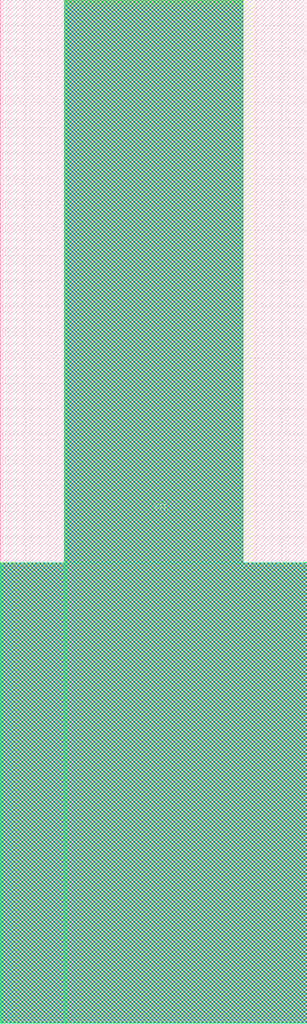
<source format=lef>
VERSION 5.8 ;
BUSBITCHARS "[]" ;
DIVIDERCHAR "/" ;

MACRO RIIO_EG1D80V_CORNER_45
  CLASS ENDCAP BOTTOMLEFT ;
  ORIGIN 0 0 ;
  FOREIGN RIIO_EG1D80V_CORNER_45 0 0 ;
  SIZE 80 BY 80 ;
  SYMMETRY X Y ;
  SITE corner_site ;
  PIN VDDIO
    DIRECTION INOUT ;
    USE POWER ;
    NETEXPR "vddio VDDIO!" ;
    PORT
      LAYER IB ;
        RECT 11.342 53.555 16.402 53.632 ;
        RECT 11.25 53.647 16.356 53.678 ;
        RECT 11.296 53.601 16.356 53.678 ;
        RECT 11.238 53.676 16.31 53.724 ;
        RECT 11.192 53.705 16.264 53.77 ;
        RECT 11.146 53.751 16.218 53.816 ;
        RECT 11.1 53.797 16.172 53.862 ;
        RECT 11.054 53.843 16.126 53.908 ;
        RECT 11.008 53.889 16.08 53.954 ;
        RECT 10.962 53.935 16.034 54 ;
        RECT 10.916 53.981 15.988 54.046 ;
        RECT 10.87 54.027 15.942 54.092 ;
        RECT 10.824 54.073 15.896 54.138 ;
        RECT 10.778 54.119 15.85 54.184 ;
        RECT 10.732 54.165 15.804 54.23 ;
        RECT 10.686 54.211 15.758 54.276 ;
        RECT 10.64 54.257 15.712 54.322 ;
        RECT 10.594 54.303 15.666 54.368 ;
        RECT 10.548 54.349 15.62 54.414 ;
        RECT 10.502 54.395 15.574 54.46 ;
        RECT 10.456 54.441 15.528 54.506 ;
        RECT 10.41 54.487 15.482 54.552 ;
        RECT 10.364 54.533 15.436 54.598 ;
        RECT 10.318 54.579 15.39 54.644 ;
        RECT 10.272 54.625 15.344 54.69 ;
        RECT 10.226 54.671 15.298 54.736 ;
        RECT 10.18 54.717 15.252 54.782 ;
        RECT 10.134 54.763 15.206 54.828 ;
        RECT 10.088 54.809 15.16 54.874 ;
        RECT 10.042 54.855 15.114 54.92 ;
        RECT 9.996 54.901 15.068 54.966 ;
        RECT 9.95 54.947 15.022 55.012 ;
        RECT 9.904 54.993 14.976 55.058 ;
        RECT 9.858 55.039 14.93 55.104 ;
        RECT 9.812 55.085 14.884 55.15 ;
        RECT 9.766 55.131 14.838 55.196 ;
        RECT 9.72 55.177 14.792 55.242 ;
        RECT 9.674 55.223 14.746 55.288 ;
        RECT 9.628 55.269 14.7 55.334 ;
        RECT 9.582 55.315 14.654 55.38 ;
        RECT 9.536 55.361 14.608 55.426 ;
        RECT 9.49 55.407 14.562 55.472 ;
        RECT 9.444 55.453 14.516 55.518 ;
        RECT 9.398 55.499 14.47 55.564 ;
        RECT 9.352 55.545 14.424 55.61 ;
        RECT 9.306 55.591 14.378 55.656 ;
        RECT 9.26 55.637 14.332 55.702 ;
        RECT 9.214 55.683 14.286 55.748 ;
        RECT 9.168 55.729 14.24 55.794 ;
        RECT 9.122 55.775 14.194 55.84 ;
        RECT 9.076 55.821 14.148 55.886 ;
        RECT 9.03 55.867 14.102 55.932 ;
        RECT 8.984 55.913 14.056 55.978 ;
        RECT 8.938 55.959 14.01 56.024 ;
        RECT 8.892 56.005 13.964 56.07 ;
        RECT 8.846 56.051 13.918 56.116 ;
        RECT 8.8 56.097 13.872 56.162 ;
        RECT 8.754 56.143 13.826 56.208 ;
        RECT 8.708 56.189 13.78 56.254 ;
        RECT 8.662 56.235 13.734 56.3 ;
        RECT 8.616 56.281 13.688 56.346 ;
        RECT 8.57 56.327 13.642 56.392 ;
        RECT 8.524 56.373 13.596 56.438 ;
        RECT 8.478 56.419 13.55 56.484 ;
        RECT 8.432 56.465 13.504 56.53 ;
        RECT 8.386 56.511 13.458 56.576 ;
        RECT 8.34 56.557 13.412 56.622 ;
        RECT 8.294 56.603 13.366 56.668 ;
        RECT 8.248 56.649 13.32 56.714 ;
        RECT 8.202 56.695 13.274 56.76 ;
        RECT 8.156 56.741 13.228 56.806 ;
        RECT 8.11 56.787 13.182 56.852 ;
        RECT 8.064 56.833 13.136 56.898 ;
        RECT 8.018 56.879 13.09 56.944 ;
        RECT 7.972 56.925 13.044 56.99 ;
        RECT 7.926 56.971 12.998 57.036 ;
        RECT 7.88 57.017 12.952 57.082 ;
        RECT 7.834 57.063 12.906 57.128 ;
        RECT 7.788 57.109 12.86 57.174 ;
        RECT 7.742 57.155 12.814 57.22 ;
        RECT 7.696 57.201 12.768 57.266 ;
        RECT 7.65 57.247 12.722 57.312 ;
        RECT 7.65 57.247 12.676 57.358 ;
        RECT 7.65 57.247 12.63 57.404 ;
        RECT 7.65 57.247 12.584 57.45 ;
        RECT 7.65 57.247 12.538 57.496 ;
        RECT 7.65 57.247 12.492 57.542 ;
        RECT 7.65 57.247 12.446 57.588 ;
        RECT 7.65 57.247 12.4 57.634 ;
        RECT 7.65 57.247 12.354 57.68 ;
        RECT 7.65 57.247 12.308 57.726 ;
        RECT 7.65 57.247 12.262 57.772 ;
        RECT 7.65 57.247 12.216 57.818 ;
        RECT 7.65 57.247 12.17 57.864 ;
        RECT 7.65 57.247 12.124 57.91 ;
        RECT 7.65 57.247 12.078 57.956 ;
        RECT 7.65 57.247 12.032 58.002 ;
        RECT 7.65 57.247 11.986 58.048 ;
        RECT 7.65 57.247 11.94 58.094 ;
        RECT 7.65 57.247 11.894 58.14 ;
        RECT 7.65 57.247 11.848 58.186 ;
        RECT 7.65 57.247 11.802 58.232 ;
        RECT 7.65 57.247 11.756 58.278 ;
        RECT 7.65 57.247 11.71 58.324 ;
        RECT 7.65 57.247 11.664 58.37 ;
        RECT 7.65 57.247 11.618 58.416 ;
        RECT 7.65 57.247 11.572 58.462 ;
        RECT 7.65 57.247 11.526 58.508 ;
        RECT 7.65 57.247 11.48 58.554 ;
        RECT 7.65 57.247 11.434 58.6 ;
        RECT 7.65 57.247 11.388 58.646 ;
        RECT 7.65 57.247 11.342 58.692 ;
        RECT 7.65 57.247 11.296 58.738 ;
        RECT 7.65 57.247 11.25 80 ;
        RECT 57.27 7.65 80 11.25 ;
        RECT 53.662 11.235 58.761 11.26 ;
        RECT 52.236 12.661 57.316 12.718 ;
        RECT 57.25 7.66 57.27 12.751 ;
        RECT 52.19 12.707 57.25 12.784 ;
        RECT 52.282 12.615 57.362 12.672 ;
        RECT 57.204 7.693 57.25 12.784 ;
        RECT 52.144 12.753 57.204 12.83 ;
        RECT 52.328 12.569 57.408 12.626 ;
        RECT 57.158 7.739 57.204 12.83 ;
        RECT 52.098 12.799 57.158 12.876 ;
        RECT 52.374 12.523 57.454 12.58 ;
        RECT 57.112 7.785 57.158 12.876 ;
        RECT 52.052 12.845 57.112 12.922 ;
        RECT 52.42 12.477 57.5 12.534 ;
        RECT 57.066 7.831 57.112 12.922 ;
        RECT 52.006 12.891 57.066 12.968 ;
        RECT 52.466 12.431 57.546 12.488 ;
        RECT 57.02 7.877 57.066 12.968 ;
        RECT 51.96 12.937 57.02 13.014 ;
        RECT 52.512 12.385 57.592 12.442 ;
        RECT 56.974 7.923 57.02 13.014 ;
        RECT 51.914 12.983 56.974 13.06 ;
        RECT 52.558 12.339 57.638 12.396 ;
        RECT 56.928 7.969 56.974 13.06 ;
        RECT 51.868 13.029 56.928 13.106 ;
        RECT 52.604 12.293 57.684 12.35 ;
        RECT 56.882 8.015 56.928 13.106 ;
        RECT 51.822 13.075 56.882 13.152 ;
        RECT 52.65 12.247 57.73 12.304 ;
        RECT 56.836 8.061 56.882 13.152 ;
        RECT 51.776 13.121 56.836 13.198 ;
        RECT 52.696 12.201 57.776 12.258 ;
        RECT 56.79 8.107 56.836 13.198 ;
        RECT 51.73 13.167 56.79 13.244 ;
        RECT 52.742 12.155 57.822 12.212 ;
        RECT 56.744 8.153 56.79 13.244 ;
        RECT 51.684 13.213 56.744 13.29 ;
        RECT 52.788 12.109 57.868 12.166 ;
        RECT 56.698 8.199 56.744 13.29 ;
        RECT 51.638 13.259 56.698 13.336 ;
        RECT 52.834 12.063 57.914 12.12 ;
        RECT 56.652 8.245 56.698 13.336 ;
        RECT 51.592 13.305 56.652 13.382 ;
        RECT 52.88 12.017 57.96 12.074 ;
        RECT 56.606 8.291 56.652 13.382 ;
        RECT 51.546 13.351 56.606 13.428 ;
        RECT 52.926 11.971 58.006 12.028 ;
        RECT 56.56 8.337 56.606 13.428 ;
        RECT 51.5 13.397 56.56 13.474 ;
        RECT 52.972 11.925 58.052 11.982 ;
        RECT 56.514 8.383 56.56 13.474 ;
        RECT 51.454 13.443 56.514 13.52 ;
        RECT 53.018 11.879 58.098 11.936 ;
        RECT 56.468 8.429 56.514 13.52 ;
        RECT 51.408 13.489 56.468 13.566 ;
        RECT 53.064 11.833 58.144 11.89 ;
        RECT 56.422 8.475 56.468 13.566 ;
        RECT 51.362 13.535 56.422 13.612 ;
        RECT 53.11 11.787 58.19 11.844 ;
        RECT 56.376 8.521 56.422 13.612 ;
        RECT 51.316 13.581 56.376 13.658 ;
        RECT 53.156 11.741 58.236 11.798 ;
        RECT 56.33 8.567 56.376 13.658 ;
        RECT 51.27 13.627 56.33 13.704 ;
        RECT 53.202 11.695 58.282 11.752 ;
        RECT 56.284 8.613 56.33 13.704 ;
        RECT 51.224 13.673 56.284 13.75 ;
        RECT 53.248 11.649 58.328 11.706 ;
        RECT 56.238 8.659 56.284 13.75 ;
        RECT 51.178 13.719 56.238 13.796 ;
        RECT 53.294 11.603 58.374 11.66 ;
        RECT 56.192 8.705 56.238 13.796 ;
        RECT 51.132 13.765 56.192 13.842 ;
        RECT 53.34 11.557 58.42 11.614 ;
        RECT 56.146 8.751 56.192 13.842 ;
        RECT 51.086 13.811 56.146 13.888 ;
        RECT 53.386 11.511 58.466 11.568 ;
        RECT 56.1 8.797 56.146 13.888 ;
        RECT 51.04 13.857 56.1 13.934 ;
        RECT 53.432 11.465 58.512 11.522 ;
        RECT 56.054 8.843 56.1 13.934 ;
        RECT 50.994 13.903 56.054 13.98 ;
        RECT 53.478 11.419 58.558 11.476 ;
        RECT 56.008 8.889 56.054 13.98 ;
        RECT 50.948 13.949 56.008 14.026 ;
        RECT 53.524 11.373 58.604 11.43 ;
        RECT 55.962 8.935 56.008 14.026 ;
        RECT 50.902 13.995 55.962 14.072 ;
        RECT 53.57 11.327 58.65 11.384 ;
        RECT 55.916 8.981 55.962 14.072 ;
        RECT 50.856 14.041 55.916 14.118 ;
        RECT 53.616 11.281 58.696 11.338 ;
        RECT 55.87 9.027 55.916 14.118 ;
        RECT 50.81 14.087 55.87 14.164 ;
        RECT 53.662 11.235 58.742 11.292 ;
        RECT 55.824 9.073 55.87 14.164 ;
        RECT 50.764 14.133 55.824 14.21 ;
        RECT 53.708 11.189 80 11.25 ;
        RECT 55.778 9.119 55.824 14.21 ;
        RECT 50.718 14.179 55.778 14.256 ;
        RECT 53.754 11.143 80 11.25 ;
        RECT 55.732 9.165 55.778 14.256 ;
        RECT 50.672 14.225 55.732 14.302 ;
        RECT 53.8 11.097 80 11.25 ;
        RECT 55.686 9.211 55.732 14.302 ;
        RECT 50.626 14.271 55.686 14.348 ;
        RECT 53.846 11.051 80 11.25 ;
        RECT 55.64 9.257 55.686 14.348 ;
        RECT 50.58 14.317 55.64 14.394 ;
        RECT 53.892 11.005 80 11.25 ;
        RECT 55.594 9.303 55.64 14.394 ;
        RECT 50.534 14.363 55.594 14.44 ;
        RECT 53.938 10.959 80 11.25 ;
        RECT 55.548 9.349 55.594 14.44 ;
        RECT 50.488 14.409 55.548 14.486 ;
        RECT 53.984 10.913 80 11.25 ;
        RECT 55.502 9.395 55.548 14.486 ;
        RECT 50.442 14.455 55.502 14.532 ;
        RECT 54.03 10.867 80 11.25 ;
        RECT 55.456 9.441 55.502 14.532 ;
        RECT 50.396 14.501 55.456 14.578 ;
        RECT 54.076 10.821 80 11.25 ;
        RECT 55.41 9.487 55.456 14.578 ;
        RECT 50.35 14.547 55.41 14.624 ;
        RECT 54.122 10.775 80 11.25 ;
        RECT 55.364 9.533 55.41 14.624 ;
        RECT 50.304 14.593 55.364 14.67 ;
        RECT 54.168 10.729 80 11.25 ;
        RECT 55.318 9.579 55.364 14.67 ;
        RECT 50.258 14.639 55.318 14.716 ;
        RECT 54.214 10.683 80 11.25 ;
        RECT 55.272 9.625 55.318 14.716 ;
        RECT 50.212 14.685 55.272 14.762 ;
        RECT 54.26 10.637 80 11.25 ;
        RECT 55.226 9.671 55.272 14.762 ;
        RECT 50.166 14.731 55.226 14.808 ;
        RECT 54.306 10.591 80 11.25 ;
        RECT 55.18 9.717 55.226 14.808 ;
        RECT 50.12 14.777 55.18 14.854 ;
        RECT 54.352 10.545 80 11.25 ;
        RECT 55.134 9.763 55.18 14.854 ;
        RECT 50.074 14.823 55.134 14.9 ;
        RECT 54.398 10.499 80 11.25 ;
        RECT 55.088 9.809 55.134 14.9 ;
        RECT 50.028 14.869 55.088 14.946 ;
        RECT 54.444 10.453 80 11.25 ;
        RECT 55.042 9.855 55.088 14.946 ;
        RECT 49.982 14.915 55.042 14.992 ;
        RECT 54.49 10.407 80 11.25 ;
        RECT 54.996 9.901 55.042 14.992 ;
        RECT 49.936 14.961 54.996 15.038 ;
        RECT 54.536 10.361 80 11.25 ;
        RECT 54.95 9.947 54.996 15.038 ;
        RECT 49.89 15.007 54.95 15.084 ;
        RECT 54.582 10.315 80 11.25 ;
        RECT 54.904 9.993 54.95 15.084 ;
        RECT 49.844 15.053 54.904 15.13 ;
        RECT 54.628 10.269 80 11.25 ;
        RECT 54.858 10.039 54.904 15.13 ;
        RECT 49.798 15.099 54.858 15.176 ;
        RECT 54.674 10.223 80 11.25 ;
        RECT 54.812 10.085 54.858 15.176 ;
        RECT 49.752 15.145 54.812 15.222 ;
        RECT 54.72 10.177 80 11.25 ;
        RECT 54.766 10.131 54.812 15.222 ;
        RECT 49.706 15.191 54.766 15.268 ;
        RECT 49.66 15.237 54.72 15.314 ;
        RECT 49.614 15.283 54.674 15.36 ;
        RECT 49.568 15.329 54.628 15.406 ;
        RECT 49.522 15.375 54.582 15.452 ;
        RECT 49.476 15.421 54.536 15.498 ;
        RECT 49.43 15.467 54.49 15.544 ;
        RECT 49.384 15.513 54.444 15.59 ;
        RECT 49.338 15.559 54.398 15.636 ;
        RECT 49.292 15.605 54.352 15.682 ;
        RECT 49.246 15.651 54.306 15.728 ;
        RECT 49.2 15.697 54.26 15.774 ;
        RECT 49.154 15.743 54.214 15.82 ;
        RECT 49.108 15.789 54.168 15.866 ;
        RECT 49.062 15.835 54.122 15.912 ;
        RECT 49.016 15.881 54.076 15.958 ;
        RECT 48.97 15.927 54.03 16.004 ;
        RECT 48.924 15.973 53.984 16.05 ;
        RECT 48.878 16.019 53.938 16.096 ;
        RECT 48.832 16.065 53.892 16.142 ;
        RECT 48.786 16.111 53.846 16.188 ;
        RECT 48.74 16.157 53.8 16.234 ;
        RECT 48.694 16.203 53.754 16.28 ;
        RECT 48.648 16.249 53.708 16.326 ;
        RECT 48.602 16.295 53.662 16.372 ;
        RECT 48.556 16.341 53.616 16.418 ;
        RECT 48.51 16.387 53.57 16.464 ;
        RECT 48.464 16.433 53.524 16.51 ;
        RECT 48.418 16.479 53.478 16.556 ;
        RECT 48.372 16.525 53.432 16.602 ;
        RECT 48.326 16.571 53.386 16.648 ;
        RECT 48.28 16.617 53.34 16.694 ;
        RECT 48.234 16.663 53.294 16.74 ;
        RECT 48.188 16.709 53.248 16.786 ;
        RECT 48.142 16.755 53.202 16.832 ;
        RECT 48.096 16.801 53.156 16.878 ;
        RECT 48.05 16.847 53.11 16.924 ;
        RECT 48.004 16.893 53.064 16.97 ;
        RECT 47.958 16.939 53.018 17.016 ;
        RECT 47.912 16.985 52.972 17.062 ;
        RECT 47.866 17.031 52.926 17.108 ;
        RECT 47.82 17.077 52.88 17.154 ;
        RECT 47.774 17.123 52.834 17.2 ;
        RECT 47.728 17.169 52.788 17.246 ;
        RECT 47.682 17.215 52.742 17.292 ;
        RECT 47.636 17.261 52.696 17.338 ;
        RECT 47.59 17.307 52.65 17.384 ;
        RECT 47.544 17.353 52.604 17.43 ;
        RECT 47.498 17.399 52.558 17.476 ;
        RECT 47.452 17.445 52.512 17.522 ;
        RECT 47.406 17.491 52.466 17.568 ;
        RECT 47.36 17.537 52.42 17.614 ;
        RECT 47.314 17.583 52.374 17.66 ;
        RECT 47.268 17.629 52.328 17.706 ;
        RECT 47.222 17.675 52.282 17.752 ;
        RECT 47.176 17.721 52.236 17.798 ;
        RECT 47.13 17.767 52.19 17.844 ;
        RECT 47.084 17.813 52.144 17.89 ;
        RECT 47.038 17.859 52.098 17.936 ;
        RECT 46.992 17.905 52.052 17.982 ;
        RECT 46.946 17.951 52.006 18.028 ;
        RECT 46.9 17.997 51.96 18.074 ;
        RECT 46.854 18.043 51.914 18.12 ;
        RECT 46.808 18.089 51.868 18.166 ;
        RECT 46.762 18.135 51.822 18.212 ;
        RECT 46.716 18.181 51.776 18.258 ;
        RECT 46.67 18.227 51.73 18.304 ;
        RECT 46.624 18.273 51.684 18.35 ;
        RECT 46.578 18.319 51.638 18.396 ;
        RECT 46.532 18.365 51.592 18.442 ;
        RECT 46.486 18.411 51.546 18.488 ;
        RECT 46.44 18.457 51.5 18.534 ;
        RECT 46.394 18.503 51.454 18.58 ;
        RECT 46.348 18.549 51.408 18.626 ;
        RECT 46.302 18.595 51.362 18.672 ;
        RECT 46.256 18.641 51.316 18.718 ;
        RECT 46.21 18.687 51.27 18.764 ;
        RECT 46.164 18.733 51.224 18.81 ;
        RECT 46.118 18.779 51.178 18.856 ;
        RECT 46.072 18.825 51.132 18.902 ;
        RECT 46.026 18.871 51.086 18.948 ;
        RECT 45.98 18.917 51.04 18.994 ;
        RECT 45.934 18.963 50.994 19.04 ;
        RECT 45.888 19.009 50.948 19.086 ;
        RECT 45.842 19.055 50.902 19.132 ;
        RECT 45.796 19.101 50.856 19.178 ;
        RECT 45.75 19.147 50.81 19.224 ;
        RECT 45.704 19.193 50.764 19.27 ;
        RECT 45.658 19.239 50.718 19.316 ;
        RECT 45.612 19.285 50.672 19.362 ;
        RECT 45.566 19.331 50.626 19.408 ;
        RECT 45.52 19.377 50.58 19.454 ;
        RECT 45.474 19.423 50.534 19.5 ;
        RECT 45.428 19.469 50.488 19.546 ;
        RECT 45.382 19.515 50.442 19.592 ;
        RECT 45.336 19.561 50.396 19.638 ;
        RECT 45.29 19.607 50.35 19.684 ;
        RECT 45.244 19.653 50.304 19.73 ;
        RECT 45.198 19.699 50.258 19.776 ;
        RECT 45.152 19.745 50.212 19.822 ;
        RECT 45.106 19.791 50.166 19.868 ;
        RECT 45.06 19.837 50.12 19.914 ;
        RECT 45.014 19.883 50.074 19.96 ;
        RECT 44.968 19.929 50.028 20.006 ;
        RECT 44.922 19.975 49.982 20.052 ;
        RECT 44.876 20.021 49.936 20.098 ;
        RECT 44.83 20.067 49.89 20.144 ;
        RECT 44.784 20.113 49.844 20.19 ;
        RECT 44.738 20.159 49.798 20.236 ;
        RECT 44.692 20.205 49.752 20.282 ;
        RECT 44.646 20.251 49.706 20.328 ;
        RECT 44.6 20.297 49.66 20.374 ;
        RECT 44.554 20.343 49.614 20.42 ;
        RECT 44.508 20.389 49.568 20.466 ;
        RECT 44.462 20.435 49.522 20.512 ;
        RECT 44.416 20.481 49.476 20.558 ;
        RECT 44.37 20.527 49.43 20.604 ;
        RECT 44.324 20.573 49.384 20.65 ;
        RECT 44.278 20.619 49.338 20.696 ;
        RECT 44.232 20.665 49.292 20.742 ;
        RECT 44.186 20.711 49.246 20.788 ;
        RECT 44.14 20.757 49.2 20.834 ;
        RECT 44.094 20.803 49.154 20.88 ;
        RECT 44.048 20.849 49.108 20.926 ;
        RECT 44.002 20.895 49.062 20.972 ;
        RECT 43.956 20.941 49.016 21.018 ;
        RECT 43.91 20.987 48.97 21.064 ;
        RECT 43.864 21.033 48.924 21.11 ;
        RECT 43.818 21.079 48.878 21.156 ;
        RECT 43.772 21.125 48.832 21.202 ;
        RECT 43.726 21.171 48.786 21.248 ;
        RECT 43.68 21.217 48.74 21.294 ;
        RECT 43.634 21.263 48.694 21.34 ;
        RECT 43.588 21.309 48.648 21.386 ;
        RECT 43.542 21.355 48.602 21.432 ;
        RECT 43.496 21.401 48.556 21.478 ;
        RECT 43.45 21.447 48.51 21.524 ;
        RECT 43.404 21.493 48.464 21.57 ;
        RECT 43.358 21.539 48.418 21.616 ;
        RECT 43.312 21.585 48.372 21.662 ;
        RECT 43.266 21.631 48.326 21.708 ;
        RECT 43.22 21.677 48.28 21.754 ;
        RECT 43.174 21.723 48.234 21.8 ;
        RECT 43.128 21.769 48.188 21.846 ;
        RECT 43.082 21.815 48.142 21.892 ;
        RECT 43.036 21.861 48.096 21.938 ;
        RECT 42.99 21.907 48.05 21.984 ;
        RECT 42.944 21.953 48.004 22.03 ;
        RECT 42.898 21.999 47.958 22.076 ;
        RECT 42.852 22.045 47.912 22.122 ;
        RECT 42.806 22.091 47.866 22.168 ;
        RECT 42.76 22.137 47.82 22.214 ;
        RECT 42.714 22.183 47.774 22.26 ;
        RECT 42.668 22.229 47.728 22.306 ;
        RECT 42.622 22.275 47.682 22.352 ;
        RECT 42.576 22.321 47.636 22.398 ;
        RECT 42.53 22.367 47.59 22.444 ;
        RECT 42.484 22.413 47.544 22.49 ;
        RECT 42.438 22.459 47.498 22.536 ;
        RECT 42.392 22.505 47.452 22.582 ;
        RECT 42.346 22.551 47.406 22.628 ;
        RECT 42.3 22.597 47.36 22.674 ;
        RECT 42.254 22.643 47.314 22.72 ;
        RECT 42.208 22.689 47.268 22.766 ;
        RECT 42.162 22.735 47.222 22.812 ;
        RECT 42.116 22.781 47.176 22.858 ;
        RECT 42.07 22.827 47.13 22.904 ;
        RECT 42.024 22.873 47.084 22.95 ;
        RECT 41.978 22.919 47.038 22.996 ;
        RECT 41.932 22.965 46.992 23.042 ;
        RECT 41.886 23.011 46.946 23.088 ;
        RECT 41.84 23.057 46.9 23.134 ;
        RECT 41.794 23.103 46.854 23.18 ;
        RECT 41.748 23.149 46.808 23.226 ;
        RECT 41.702 23.195 46.762 23.272 ;
        RECT 41.656 23.241 46.716 23.318 ;
        RECT 41.61 23.287 46.67 23.364 ;
        RECT 41.564 23.333 46.624 23.41 ;
        RECT 41.518 23.379 46.578 23.456 ;
        RECT 41.472 23.425 46.532 23.502 ;
        RECT 41.426 23.471 46.486 23.548 ;
        RECT 41.38 23.517 46.44 23.594 ;
        RECT 41.334 23.563 46.394 23.64 ;
        RECT 41.288 23.609 46.348 23.686 ;
        RECT 41.242 23.655 46.302 23.732 ;
        RECT 41.196 23.701 46.256 23.778 ;
        RECT 41.15 23.747 46.21 23.824 ;
        RECT 41.104 23.793 46.164 23.87 ;
        RECT 41.058 23.839 46.118 23.916 ;
        RECT 41.012 23.885 46.072 23.962 ;
        RECT 40.966 23.931 46.026 24.008 ;
        RECT 40.92 23.977 45.98 24.054 ;
        RECT 40.874 24.023 45.934 24.1 ;
        RECT 40.828 24.069 45.888 24.146 ;
        RECT 40.782 24.115 45.842 24.192 ;
        RECT 40.736 24.161 45.796 24.238 ;
        RECT 40.69 24.207 45.75 24.284 ;
        RECT 40.644 24.253 45.704 24.33 ;
        RECT 40.598 24.299 45.658 24.376 ;
        RECT 40.552 24.345 45.612 24.422 ;
        RECT 40.506 24.391 45.566 24.468 ;
        RECT 40.46 24.437 45.52 24.514 ;
        RECT 40.414 24.483 45.474 24.56 ;
        RECT 40.368 24.529 45.428 24.606 ;
        RECT 40.322 24.575 45.382 24.652 ;
        RECT 40.276 24.621 45.336 24.698 ;
        RECT 40.23 24.667 45.29 24.744 ;
        RECT 40.184 24.713 45.244 24.79 ;
        RECT 40.138 24.759 45.198 24.836 ;
        RECT 40.092 24.805 45.152 24.882 ;
        RECT 40.046 24.851 45.106 24.928 ;
        RECT 40 24.897 45.06 24.974 ;
        RECT 39.954 24.943 45.014 25.02 ;
        RECT 39.908 24.989 44.968 25.066 ;
        RECT 39.862 25.035 44.922 25.112 ;
        RECT 39.816 25.081 44.876 25.158 ;
        RECT 39.77 25.127 44.83 25.204 ;
        RECT 39.724 25.173 44.784 25.25 ;
        RECT 39.678 25.219 44.738 25.296 ;
        RECT 39.632 25.265 44.692 25.342 ;
        RECT 39.586 25.311 44.646 25.388 ;
        RECT 39.54 25.357 44.6 25.434 ;
        RECT 39.494 25.403 44.554 25.48 ;
        RECT 39.448 25.449 44.508 25.526 ;
        RECT 39.402 25.495 44.462 25.572 ;
        RECT 39.356 25.541 44.416 25.618 ;
        RECT 39.31 25.587 44.37 25.664 ;
        RECT 39.264 25.633 44.324 25.71 ;
        RECT 39.218 25.679 44.278 25.756 ;
        RECT 39.172 25.725 44.232 25.802 ;
        RECT 39.126 25.771 44.186 25.848 ;
        RECT 39.08 25.817 44.14 25.894 ;
        RECT 39.034 25.863 44.094 25.94 ;
        RECT 38.988 25.909 44.048 25.986 ;
        RECT 38.942 25.955 44.002 26.032 ;
        RECT 38.896 26.001 43.956 26.078 ;
        RECT 38.85 26.047 43.91 26.124 ;
        RECT 38.804 26.093 43.864 26.17 ;
        RECT 38.758 26.139 43.818 26.216 ;
        RECT 38.712 26.185 43.772 26.262 ;
        RECT 38.666 26.231 43.726 26.308 ;
        RECT 38.62 26.277 43.68 26.354 ;
        RECT 38.574 26.323 43.634 26.4 ;
        RECT 38.528 26.369 43.588 26.446 ;
        RECT 38.482 26.415 43.542 26.492 ;
        RECT 38.436 26.461 43.496 26.538 ;
        RECT 38.39 26.507 43.45 26.584 ;
        RECT 38.344 26.553 43.404 26.63 ;
        RECT 38.298 26.599 43.358 26.676 ;
        RECT 38.252 26.645 43.312 26.722 ;
        RECT 38.206 26.691 43.266 26.768 ;
        RECT 38.16 26.737 43.22 26.814 ;
        RECT 38.114 26.783 43.174 26.86 ;
        RECT 38.068 26.829 43.128 26.906 ;
        RECT 38.022 26.875 43.082 26.952 ;
        RECT 37.976 26.921 43.036 26.998 ;
        RECT 37.93 26.967 42.99 27.044 ;
        RECT 37.884 27.013 42.944 27.09 ;
        RECT 37.838 27.059 42.898 27.136 ;
        RECT 37.792 27.105 42.852 27.182 ;
        RECT 37.746 27.151 42.806 27.228 ;
        RECT 37.7 27.197 42.76 27.274 ;
        RECT 37.654 27.243 42.714 27.32 ;
        RECT 37.608 27.289 42.668 27.366 ;
        RECT 37.562 27.335 42.622 27.412 ;
        RECT 37.516 27.381 42.576 27.458 ;
        RECT 37.47 27.427 42.53 27.504 ;
        RECT 37.424 27.473 42.484 27.55 ;
        RECT 37.378 27.519 42.438 27.596 ;
        RECT 37.332 27.565 42.392 27.642 ;
        RECT 37.286 27.611 42.346 27.688 ;
        RECT 37.24 27.657 42.3 27.734 ;
        RECT 37.194 27.703 42.254 27.78 ;
        RECT 37.148 27.749 42.208 27.826 ;
        RECT 37.102 27.795 42.162 27.872 ;
        RECT 37.056 27.841 42.116 27.918 ;
        RECT 37.01 27.887 42.07 27.964 ;
        RECT 36.964 27.933 42.024 28.01 ;
        RECT 36.918 27.979 41.978 28.056 ;
        RECT 36.872 28.025 41.932 28.102 ;
        RECT 36.826 28.071 41.886 28.148 ;
        RECT 36.78 28.117 41.84 28.194 ;
        RECT 36.734 28.163 41.794 28.24 ;
        RECT 36.688 28.209 41.748 28.286 ;
        RECT 36.642 28.255 41.702 28.332 ;
        RECT 36.596 28.301 41.656 28.378 ;
        RECT 36.55 28.347 41.61 28.424 ;
        RECT 36.504 28.393 41.564 28.47 ;
        RECT 36.458 28.439 41.518 28.516 ;
        RECT 36.412 28.485 41.472 28.562 ;
        RECT 36.366 28.531 41.426 28.608 ;
        RECT 36.32 28.577 41.38 28.654 ;
        RECT 36.274 28.623 41.334 28.7 ;
        RECT 36.228 28.669 41.288 28.746 ;
        RECT 36.182 28.715 41.242 28.792 ;
        RECT 36.136 28.761 41.196 28.838 ;
        RECT 36.09 28.807 41.15 28.884 ;
        RECT 36.044 28.853 41.104 28.93 ;
        RECT 35.998 28.899 41.058 28.976 ;
        RECT 35.952 28.945 41.012 29.022 ;
        RECT 35.906 28.991 40.966 29.068 ;
        RECT 35.86 29.037 40.92 29.114 ;
        RECT 35.814 29.083 40.874 29.16 ;
        RECT 35.768 29.129 40.828 29.206 ;
        RECT 35.722 29.175 40.782 29.252 ;
        RECT 35.676 29.221 40.736 29.298 ;
        RECT 35.63 29.267 40.69 29.344 ;
        RECT 35.584 29.313 40.644 29.39 ;
        RECT 35.538 29.359 40.598 29.436 ;
        RECT 35.492 29.405 40.552 29.482 ;
        RECT 35.446 29.451 40.506 29.528 ;
        RECT 35.4 29.497 40.46 29.574 ;
        RECT 35.354 29.543 40.414 29.62 ;
        RECT 35.308 29.589 40.368 29.666 ;
        RECT 35.262 29.635 40.322 29.712 ;
        RECT 35.216 29.681 40.276 29.758 ;
        RECT 35.17 29.727 40.23 29.804 ;
        RECT 35.124 29.773 40.184 29.85 ;
        RECT 35.078 29.819 40.138 29.896 ;
        RECT 35.032 29.865 40.092 29.942 ;
        RECT 34.986 29.911 40.046 29.988 ;
        RECT 34.94 29.957 40 30.034 ;
        RECT 34.894 30.003 39.954 30.08 ;
        RECT 34.848 30.049 39.908 30.126 ;
        RECT 34.802 30.095 39.862 30.172 ;
        RECT 34.756 30.141 39.816 30.218 ;
        RECT 34.71 30.187 39.77 30.264 ;
        RECT 34.664 30.233 39.724 30.31 ;
        RECT 34.618 30.279 39.678 30.356 ;
        RECT 34.572 30.325 39.632 30.402 ;
        RECT 34.526 30.371 39.586 30.448 ;
        RECT 34.48 30.417 39.54 30.494 ;
        RECT 34.434 30.463 39.494 30.54 ;
        RECT 34.388 30.509 39.448 30.586 ;
        RECT 34.342 30.555 39.402 30.632 ;
        RECT 34.296 30.601 39.356 30.678 ;
        RECT 34.25 30.647 39.31 30.724 ;
        RECT 34.204 30.693 39.264 30.77 ;
        RECT 34.158 30.739 39.218 30.816 ;
        RECT 34.112 30.785 39.172 30.862 ;
        RECT 34.066 30.831 39.126 30.908 ;
        RECT 34.02 30.877 39.08 30.954 ;
        RECT 33.974 30.923 39.034 31 ;
        RECT 33.928 30.969 38.988 31.046 ;
        RECT 33.882 31.015 38.942 31.092 ;
        RECT 33.836 31.061 38.896 31.138 ;
        RECT 33.79 31.107 38.85 31.184 ;
        RECT 33.744 31.153 38.804 31.23 ;
        RECT 33.698 31.199 38.758 31.276 ;
        RECT 33.652 31.245 38.712 31.322 ;
        RECT 33.606 31.291 38.666 31.368 ;
        RECT 33.56 31.337 38.62 31.414 ;
        RECT 33.514 31.383 38.574 31.46 ;
        RECT 33.468 31.429 38.528 31.506 ;
        RECT 33.422 31.475 38.482 31.552 ;
        RECT 33.376 31.521 38.436 31.598 ;
        RECT 33.33 31.567 38.39 31.644 ;
        RECT 33.284 31.613 38.344 31.69 ;
        RECT 33.238 31.659 38.298 31.736 ;
        RECT 33.192 31.705 38.252 31.782 ;
        RECT 33.146 31.751 38.206 31.828 ;
        RECT 33.1 31.797 38.16 31.874 ;
        RECT 33.054 31.843 38.114 31.92 ;
        RECT 33.008 31.889 38.068 31.966 ;
        RECT 32.962 31.935 38.022 32.012 ;
        RECT 32.916 31.981 37.976 32.058 ;
        RECT 32.87 32.027 37.93 32.104 ;
        RECT 32.824 32.073 37.884 32.15 ;
        RECT 32.778 32.119 37.838 32.196 ;
        RECT 32.732 32.165 37.792 32.242 ;
        RECT 32.686 32.211 37.746 32.288 ;
        RECT 32.64 32.257 37.7 32.334 ;
        RECT 32.594 32.303 37.654 32.38 ;
        RECT 32.548 32.349 37.608 32.426 ;
        RECT 32.502 32.395 37.562 32.472 ;
        RECT 32.456 32.441 37.516 32.518 ;
        RECT 32.41 32.487 37.47 32.564 ;
        RECT 32.364 32.533 37.424 32.61 ;
        RECT 32.318 32.579 37.378 32.656 ;
        RECT 32.272 32.625 37.332 32.702 ;
        RECT 32.226 32.671 37.286 32.748 ;
        RECT 32.18 32.717 37.24 32.794 ;
        RECT 32.134 32.763 37.194 32.84 ;
        RECT 32.088 32.809 37.148 32.886 ;
        RECT 32.042 32.855 37.102 32.932 ;
        RECT 31.996 32.901 37.056 32.978 ;
        RECT 31.95 32.947 37.01 33.024 ;
        RECT 31.904 32.993 36.964 33.07 ;
        RECT 31.858 33.039 36.918 33.116 ;
        RECT 31.812 33.085 36.872 33.162 ;
        RECT 31.766 33.131 36.826 33.208 ;
        RECT 31.72 33.177 36.78 33.254 ;
        RECT 31.674 33.223 36.734 33.3 ;
        RECT 31.628 33.269 36.688 33.346 ;
        RECT 31.582 33.315 36.642 33.392 ;
        RECT 31.536 33.361 36.596 33.438 ;
        RECT 31.49 33.407 36.55 33.484 ;
        RECT 31.444 33.453 36.504 33.53 ;
        RECT 31.398 33.499 36.458 33.576 ;
        RECT 31.352 33.545 36.412 33.622 ;
        RECT 31.306 33.591 36.366 33.668 ;
        RECT 31.26 33.637 36.32 33.714 ;
        RECT 31.214 33.683 36.274 33.76 ;
        RECT 31.168 33.729 36.228 33.806 ;
        RECT 31.122 33.775 36.182 33.852 ;
        RECT 31.076 33.821 36.136 33.898 ;
        RECT 31.03 33.867 36.09 33.944 ;
        RECT 30.984 33.913 36.044 33.99 ;
        RECT 30.938 33.959 35.998 34.036 ;
        RECT 30.892 34.005 35.952 34.082 ;
        RECT 30.846 34.051 35.906 34.128 ;
        RECT 30.8 34.097 35.86 34.174 ;
        RECT 30.754 34.143 35.814 34.22 ;
        RECT 30.708 34.189 35.768 34.266 ;
        RECT 30.662 34.235 35.722 34.312 ;
        RECT 30.616 34.281 35.676 34.358 ;
        RECT 30.57 34.327 35.63 34.404 ;
        RECT 30.524 34.373 35.584 34.45 ;
        RECT 30.478 34.419 35.538 34.496 ;
        RECT 30.432 34.465 35.492 34.542 ;
        RECT 30.386 34.511 35.446 34.588 ;
        RECT 30.34 34.557 35.4 34.634 ;
        RECT 30.294 34.603 35.354 34.68 ;
        RECT 30.248 34.649 35.308 34.726 ;
        RECT 30.202 34.695 35.262 34.772 ;
        RECT 30.156 34.741 35.216 34.818 ;
        RECT 30.11 34.787 35.17 34.864 ;
        RECT 30.064 34.833 35.124 34.91 ;
        RECT 30.018 34.879 35.078 34.956 ;
        RECT 29.972 34.925 35.032 35.002 ;
        RECT 29.926 34.971 34.986 35.048 ;
        RECT 29.88 35.017 34.94 35.094 ;
        RECT 29.834 35.063 34.894 35.14 ;
        RECT 29.788 35.109 34.848 35.186 ;
        RECT 29.742 35.155 34.802 35.232 ;
        RECT 29.696 35.201 34.756 35.278 ;
        RECT 29.65 35.247 34.71 35.324 ;
        RECT 29.604 35.293 34.664 35.37 ;
        RECT 29.558 35.339 34.618 35.416 ;
        RECT 29.512 35.385 34.572 35.462 ;
        RECT 29.466 35.431 34.526 35.508 ;
        RECT 29.42 35.477 34.48 35.554 ;
        RECT 29.374 35.523 34.434 35.6 ;
        RECT 29.328 35.569 34.388 35.646 ;
        RECT 29.282 35.615 34.342 35.692 ;
        RECT 29.236 35.661 34.296 35.738 ;
        RECT 29.19 35.707 34.25 35.784 ;
        RECT 29.144 35.753 34.204 35.83 ;
        RECT 29.098 35.799 34.158 35.876 ;
        RECT 29.052 35.845 34.112 35.922 ;
        RECT 29.006 35.891 34.066 35.968 ;
        RECT 28.96 35.937 34.02 36.014 ;
        RECT 28.914 35.983 33.974 36.06 ;
        RECT 28.868 36.029 33.928 36.106 ;
        RECT 28.822 36.075 33.882 36.152 ;
        RECT 28.776 36.121 33.836 36.198 ;
        RECT 28.73 36.167 33.79 36.244 ;
        RECT 28.684 36.213 33.744 36.29 ;
        RECT 28.638 36.259 33.698 36.336 ;
        RECT 28.592 36.305 33.652 36.382 ;
        RECT 28.546 36.351 33.606 36.428 ;
        RECT 28.5 36.397 33.56 36.474 ;
        RECT 28.454 36.443 33.514 36.52 ;
        RECT 28.408 36.489 33.468 36.566 ;
        RECT 28.362 36.535 33.422 36.612 ;
        RECT 28.316 36.581 33.376 36.658 ;
        RECT 28.27 36.627 33.33 36.704 ;
        RECT 28.224 36.673 33.284 36.75 ;
        RECT 28.178 36.719 33.238 36.796 ;
        RECT 28.132 36.765 33.192 36.842 ;
        RECT 28.086 36.811 33.146 36.888 ;
        RECT 28.04 36.857 33.1 36.934 ;
        RECT 27.994 36.903 33.054 36.98 ;
        RECT 27.948 36.949 33.008 37.026 ;
        RECT 27.902 36.995 32.962 37.072 ;
        RECT 27.856 37.041 32.916 37.118 ;
        RECT 27.81 37.087 32.87 37.164 ;
        RECT 27.764 37.133 32.824 37.21 ;
        RECT 27.718 37.179 32.778 37.256 ;
        RECT 27.672 37.225 32.732 37.302 ;
        RECT 27.626 37.271 32.686 37.348 ;
        RECT 27.58 37.317 32.64 37.394 ;
        RECT 27.534 37.363 32.594 37.44 ;
        RECT 27.488 37.409 32.548 37.486 ;
        RECT 27.442 37.455 32.502 37.532 ;
        RECT 27.396 37.501 32.456 37.578 ;
        RECT 27.35 37.547 32.41 37.624 ;
        RECT 27.304 37.593 32.364 37.67 ;
        RECT 27.258 37.639 32.318 37.716 ;
        RECT 27.212 37.685 32.272 37.762 ;
        RECT 27.166 37.731 32.226 37.808 ;
        RECT 27.12 37.777 32.18 37.854 ;
        RECT 27.074 37.823 32.134 37.9 ;
        RECT 27.028 37.869 32.088 37.946 ;
        RECT 26.982 37.915 32.042 37.992 ;
        RECT 26.936 37.961 31.996 38.038 ;
        RECT 26.89 38.007 31.95 38.084 ;
        RECT 26.844 38.053 31.904 38.13 ;
        RECT 26.798 38.099 31.858 38.176 ;
        RECT 26.752 38.145 31.812 38.222 ;
        RECT 26.706 38.191 31.766 38.268 ;
        RECT 26.66 38.237 31.72 38.314 ;
        RECT 26.614 38.283 31.674 38.36 ;
        RECT 26.568 38.329 31.628 38.406 ;
        RECT 26.522 38.375 31.582 38.452 ;
        RECT 26.476 38.421 31.536 38.498 ;
        RECT 26.43 38.467 31.49 38.544 ;
        RECT 26.384 38.513 31.444 38.59 ;
        RECT 26.338 38.559 31.398 38.636 ;
        RECT 26.292 38.605 31.352 38.682 ;
        RECT 26.246 38.651 31.306 38.728 ;
        RECT 26.2 38.697 31.26 38.774 ;
        RECT 26.154 38.743 31.214 38.82 ;
        RECT 26.108 38.789 31.168 38.866 ;
        RECT 26.062 38.835 31.122 38.912 ;
        RECT 26.016 38.881 31.076 38.958 ;
        RECT 25.97 38.927 31.03 39.004 ;
        RECT 25.924 38.973 30.984 39.05 ;
        RECT 25.878 39.019 30.938 39.096 ;
        RECT 25.832 39.065 30.892 39.142 ;
        RECT 25.786 39.111 30.846 39.188 ;
        RECT 25.74 39.157 30.8 39.234 ;
        RECT 25.694 39.203 30.754 39.28 ;
        RECT 25.648 39.249 30.708 39.326 ;
        RECT 25.602 39.295 30.662 39.372 ;
        RECT 25.556 39.341 30.616 39.418 ;
        RECT 25.51 39.387 30.57 39.464 ;
        RECT 25.464 39.433 30.524 39.51 ;
        RECT 25.418 39.479 30.478 39.556 ;
        RECT 25.372 39.525 30.432 39.602 ;
        RECT 25.326 39.571 30.386 39.648 ;
        RECT 25.28 39.617 30.34 39.694 ;
        RECT 25.234 39.663 30.294 39.74 ;
        RECT 25.188 39.709 30.248 39.786 ;
        RECT 25.142 39.755 30.202 39.832 ;
        RECT 25.096 39.801 30.156 39.878 ;
        RECT 25.05 39.847 30.11 39.924 ;
        RECT 25.004 39.893 30.064 39.97 ;
        RECT 24.958 39.939 30.018 40.016 ;
        RECT 24.912 39.985 29.972 40.062 ;
        RECT 24.866 40.031 29.926 40.108 ;
        RECT 24.82 40.077 29.88 40.154 ;
        RECT 24.774 40.123 29.834 40.2 ;
        RECT 24.728 40.169 29.788 40.246 ;
        RECT 24.682 40.215 29.742 40.292 ;
        RECT 24.636 40.261 29.696 40.338 ;
        RECT 24.59 40.307 29.65 40.384 ;
        RECT 24.544 40.353 29.604 40.43 ;
        RECT 24.498 40.399 29.558 40.476 ;
        RECT 24.452 40.445 29.512 40.522 ;
        RECT 24.406 40.491 29.466 40.568 ;
        RECT 24.36 40.537 29.42 40.614 ;
        RECT 24.314 40.583 29.374 40.66 ;
        RECT 24.268 40.629 29.328 40.706 ;
        RECT 24.222 40.675 29.282 40.752 ;
        RECT 24.176 40.721 29.236 40.798 ;
        RECT 24.13 40.767 29.19 40.844 ;
        RECT 24.084 40.813 29.144 40.89 ;
        RECT 24.038 40.859 29.098 40.936 ;
        RECT 23.992 40.905 29.052 40.982 ;
        RECT 23.946 40.951 29.006 41.028 ;
        RECT 23.9 40.997 28.96 41.074 ;
        RECT 23.854 41.043 28.914 41.12 ;
        RECT 23.808 41.089 28.868 41.166 ;
        RECT 23.762 41.135 28.822 41.212 ;
        RECT 23.716 41.181 28.776 41.258 ;
        RECT 23.67 41.227 28.73 41.304 ;
        RECT 23.624 41.273 28.684 41.35 ;
        RECT 23.578 41.319 28.638 41.396 ;
        RECT 23.532 41.365 28.592 41.442 ;
        RECT 23.486 41.411 28.546 41.488 ;
        RECT 23.44 41.457 28.5 41.534 ;
        RECT 23.394 41.503 28.454 41.58 ;
        RECT 23.348 41.549 28.408 41.626 ;
        RECT 23.302 41.595 28.362 41.672 ;
        RECT 23.256 41.641 28.316 41.718 ;
        RECT 23.21 41.687 28.27 41.764 ;
        RECT 23.164 41.733 28.224 41.81 ;
        RECT 23.118 41.779 28.178 41.856 ;
        RECT 23.072 41.825 28.132 41.902 ;
        RECT 23.026 41.871 28.086 41.948 ;
        RECT 22.98 41.917 28.04 41.994 ;
        RECT 22.934 41.963 27.994 42.04 ;
        RECT 22.888 42.009 27.948 42.086 ;
        RECT 22.842 42.055 27.902 42.132 ;
        RECT 22.796 42.101 27.856 42.178 ;
        RECT 22.75 42.147 27.81 42.224 ;
        RECT 22.704 42.193 27.764 42.27 ;
        RECT 22.658 42.239 27.718 42.316 ;
        RECT 22.612 42.285 27.672 42.362 ;
        RECT 22.566 42.331 27.626 42.408 ;
        RECT 22.52 42.377 27.58 42.454 ;
        RECT 22.474 42.423 27.534 42.5 ;
        RECT 22.428 42.469 27.488 42.546 ;
        RECT 22.382 42.515 27.442 42.592 ;
        RECT 22.336 42.561 27.396 42.638 ;
        RECT 22.29 42.607 27.35 42.684 ;
        RECT 22.244 42.653 27.304 42.73 ;
        RECT 22.198 42.699 27.258 42.776 ;
        RECT 22.152 42.745 27.212 42.822 ;
        RECT 22.106 42.791 27.166 42.868 ;
        RECT 22.06 42.837 27.12 42.914 ;
        RECT 22.014 42.883 27.074 42.96 ;
        RECT 21.968 42.929 27.028 43.006 ;
        RECT 21.922 42.975 26.982 43.052 ;
        RECT 21.876 43.021 26.936 43.098 ;
        RECT 21.83 43.067 26.89 43.144 ;
        RECT 21.784 43.113 26.844 43.19 ;
        RECT 21.738 43.159 26.798 43.236 ;
        RECT 21.692 43.205 26.752 43.282 ;
        RECT 21.646 43.251 26.706 43.328 ;
        RECT 21.6 43.297 26.66 43.374 ;
        RECT 21.554 43.343 26.614 43.42 ;
        RECT 21.508 43.389 26.568 43.466 ;
        RECT 21.462 43.435 26.522 43.512 ;
        RECT 21.416 43.481 26.476 43.558 ;
        RECT 21.37 43.527 26.43 43.604 ;
        RECT 21.324 43.573 26.384 43.65 ;
        RECT 21.278 43.619 26.338 43.696 ;
        RECT 21.232 43.665 26.292 43.742 ;
        RECT 21.186 43.711 26.246 43.788 ;
        RECT 21.14 43.757 26.2 43.834 ;
        RECT 21.094 43.803 26.154 43.88 ;
        RECT 21.048 43.849 26.108 43.926 ;
        RECT 21.002 43.895 26.062 43.972 ;
        RECT 20.956 43.941 26.016 44.018 ;
        RECT 20.91 43.987 25.97 44.064 ;
        RECT 20.864 44.033 25.924 44.11 ;
        RECT 20.818 44.079 25.878 44.156 ;
        RECT 20.772 44.125 25.832 44.202 ;
        RECT 20.726 44.171 25.786 44.248 ;
        RECT 20.68 44.217 25.74 44.294 ;
        RECT 20.634 44.263 25.694 44.34 ;
        RECT 20.588 44.309 25.648 44.386 ;
        RECT 20.542 44.355 25.602 44.432 ;
        RECT 20.496 44.401 25.556 44.478 ;
        RECT 20.45 44.447 25.51 44.524 ;
        RECT 20.404 44.493 25.464 44.57 ;
        RECT 20.358 44.539 25.418 44.616 ;
        RECT 20.312 44.585 25.372 44.662 ;
        RECT 20.266 44.631 25.326 44.708 ;
        RECT 20.22 44.677 25.28 44.754 ;
        RECT 20.174 44.723 25.234 44.8 ;
        RECT 20.128 44.769 25.188 44.846 ;
        RECT 20.082 44.815 25.142 44.892 ;
        RECT 20.036 44.861 25.096 44.938 ;
        RECT 19.99 44.907 25.05 44.984 ;
        RECT 19.944 44.953 25.004 45.03 ;
        RECT 19.898 44.999 24.958 45.076 ;
        RECT 19.852 45.045 24.912 45.122 ;
        RECT 19.806 45.091 24.866 45.168 ;
        RECT 19.76 45.137 24.82 45.214 ;
        RECT 19.714 45.183 24.774 45.26 ;
        RECT 19.668 45.229 24.728 45.306 ;
        RECT 19.622 45.275 24.682 45.352 ;
        RECT 19.576 45.321 24.636 45.398 ;
        RECT 19.53 45.367 24.59 45.444 ;
        RECT 19.484 45.413 24.544 45.49 ;
        RECT 19.438 45.459 24.498 45.536 ;
        RECT 19.392 45.505 24.452 45.582 ;
        RECT 19.346 45.551 24.406 45.628 ;
        RECT 19.3 45.597 24.36 45.674 ;
        RECT 19.254 45.643 24.314 45.72 ;
        RECT 19.208 45.689 24.268 45.766 ;
        RECT 19.162 45.735 24.222 45.812 ;
        RECT 19.116 45.781 24.176 45.858 ;
        RECT 19.07 45.827 24.13 45.904 ;
        RECT 19.024 45.873 24.084 45.95 ;
        RECT 18.978 45.919 24.038 45.996 ;
        RECT 18.932 45.965 23.992 46.042 ;
        RECT 18.886 46.011 23.946 46.088 ;
        RECT 18.84 46.057 23.9 46.134 ;
        RECT 18.794 46.103 23.854 46.18 ;
        RECT 18.748 46.149 23.808 46.226 ;
        RECT 18.702 46.195 23.762 46.272 ;
        RECT 18.656 46.241 23.716 46.318 ;
        RECT 18.61 46.287 23.67 46.364 ;
        RECT 18.564 46.333 23.624 46.41 ;
        RECT 18.518 46.379 23.578 46.456 ;
        RECT 18.472 46.425 23.532 46.502 ;
        RECT 18.426 46.471 23.486 46.548 ;
        RECT 18.38 46.517 23.44 46.594 ;
        RECT 18.334 46.563 23.394 46.64 ;
        RECT 18.288 46.609 23.348 46.686 ;
        RECT 18.242 46.655 23.302 46.732 ;
        RECT 18.196 46.701 23.256 46.778 ;
        RECT 18.15 46.747 23.21 46.824 ;
        RECT 18.104 46.793 23.164 46.87 ;
        RECT 18.058 46.839 23.118 46.916 ;
        RECT 18.012 46.885 23.072 46.962 ;
        RECT 17.966 46.931 23.026 47.008 ;
        RECT 17.92 46.977 22.98 47.054 ;
        RECT 17.874 47.023 22.934 47.1 ;
        RECT 17.828 47.069 22.888 47.146 ;
        RECT 17.782 47.115 22.842 47.192 ;
        RECT 17.736 47.161 22.796 47.238 ;
        RECT 17.69 47.207 22.75 47.284 ;
        RECT 17.644 47.253 22.704 47.33 ;
        RECT 17.598 47.299 22.658 47.376 ;
        RECT 17.552 47.345 22.612 47.422 ;
        RECT 17.506 47.391 22.566 47.468 ;
        RECT 17.46 47.437 22.52 47.514 ;
        RECT 17.414 47.483 22.474 47.56 ;
        RECT 17.368 47.529 22.428 47.606 ;
        RECT 17.322 47.575 22.382 47.652 ;
        RECT 17.276 47.621 22.336 47.698 ;
        RECT 17.23 47.667 22.29 47.744 ;
        RECT 17.184 47.713 22.244 47.79 ;
        RECT 17.138 47.759 22.198 47.836 ;
        RECT 17.092 47.805 22.152 47.882 ;
        RECT 17.046 47.851 22.106 47.928 ;
        RECT 17 47.897 22.06 47.974 ;
        RECT 16.954 47.943 22.014 48.02 ;
        RECT 16.908 47.989 21.968 48.066 ;
        RECT 16.862 48.035 21.922 48.112 ;
        RECT 16.816 48.081 21.876 48.158 ;
        RECT 16.77 48.127 21.83 48.204 ;
        RECT 16.724 48.173 21.784 48.25 ;
        RECT 16.678 48.219 21.738 48.296 ;
        RECT 16.632 48.265 21.692 48.342 ;
        RECT 16.586 48.311 21.646 48.388 ;
        RECT 16.54 48.357 21.6 48.434 ;
        RECT 16.494 48.403 21.554 48.48 ;
        RECT 16.448 48.449 21.508 48.526 ;
        RECT 16.402 48.495 21.462 48.572 ;
        RECT 16.356 48.541 21.416 48.618 ;
        RECT 16.31 48.587 21.37 48.664 ;
        RECT 16.264 48.633 21.324 48.71 ;
        RECT 16.218 48.679 21.278 48.756 ;
        RECT 16.172 48.725 21.232 48.802 ;
        RECT 16.126 48.771 21.186 48.848 ;
        RECT 16.08 48.817 21.14 48.894 ;
        RECT 16.034 48.863 21.094 48.94 ;
        RECT 15.988 48.909 21.048 48.986 ;
        RECT 15.942 48.955 21.002 49.032 ;
        RECT 15.896 49.001 20.956 49.078 ;
        RECT 15.85 49.047 20.91 49.124 ;
        RECT 15.804 49.093 20.864 49.17 ;
        RECT 15.758 49.139 20.818 49.216 ;
        RECT 15.712 49.185 20.772 49.262 ;
        RECT 15.666 49.231 20.726 49.308 ;
        RECT 15.62 49.277 20.68 49.354 ;
        RECT 15.574 49.323 20.634 49.4 ;
        RECT 15.528 49.369 20.588 49.446 ;
        RECT 15.482 49.415 20.542 49.492 ;
        RECT 15.436 49.461 20.496 49.538 ;
        RECT 15.39 49.507 20.45 49.584 ;
        RECT 15.344 49.553 20.404 49.63 ;
        RECT 15.298 49.599 20.358 49.676 ;
        RECT 15.252 49.645 20.312 49.722 ;
        RECT 15.206 49.691 20.266 49.768 ;
        RECT 15.16 49.737 20.22 49.814 ;
        RECT 15.114 49.783 20.174 49.86 ;
        RECT 15.068 49.829 20.128 49.906 ;
        RECT 15.022 49.875 20.082 49.952 ;
        RECT 14.976 49.921 20.036 49.998 ;
        RECT 14.93 49.967 19.99 50.044 ;
        RECT 14.884 50.013 19.944 50.09 ;
        RECT 14.838 50.059 19.898 50.136 ;
        RECT 14.792 50.105 19.852 50.182 ;
        RECT 14.746 50.151 19.806 50.228 ;
        RECT 14.7 50.197 19.76 50.274 ;
        RECT 14.654 50.243 19.714 50.32 ;
        RECT 14.608 50.289 19.668 50.366 ;
        RECT 14.562 50.335 19.622 50.412 ;
        RECT 14.516 50.381 19.576 50.458 ;
        RECT 14.47 50.427 19.53 50.504 ;
        RECT 14.424 50.473 19.484 50.55 ;
        RECT 14.378 50.519 19.438 50.596 ;
        RECT 14.332 50.565 19.392 50.642 ;
        RECT 14.286 50.611 19.346 50.688 ;
        RECT 14.24 50.657 19.3 50.734 ;
        RECT 14.194 50.703 19.254 50.78 ;
        RECT 14.148 50.749 19.208 50.826 ;
        RECT 14.102 50.795 19.162 50.872 ;
        RECT 14.056 50.841 19.116 50.918 ;
        RECT 14.01 50.887 19.07 50.964 ;
        RECT 13.964 50.933 19.024 51.01 ;
        RECT 13.918 50.979 18.978 51.056 ;
        RECT 13.872 51.025 18.932 51.102 ;
        RECT 13.826 51.071 18.886 51.148 ;
        RECT 13.78 51.117 18.84 51.194 ;
        RECT 13.734 51.163 18.794 51.24 ;
        RECT 13.688 51.209 18.748 51.286 ;
        RECT 13.642 51.255 18.702 51.332 ;
        RECT 13.596 51.301 18.656 51.378 ;
        RECT 13.55 51.347 18.61 51.424 ;
        RECT 13.504 51.393 18.564 51.47 ;
        RECT 13.458 51.439 18.518 51.516 ;
        RECT 13.412 51.485 18.472 51.562 ;
        RECT 13.366 51.531 18.426 51.608 ;
        RECT 13.32 51.577 18.38 51.654 ;
        RECT 13.274 51.623 18.334 51.7 ;
        RECT 13.228 51.669 18.288 51.746 ;
        RECT 13.182 51.715 18.242 51.792 ;
        RECT 13.136 51.761 18.196 51.838 ;
        RECT 13.09 51.807 18.15 51.884 ;
        RECT 13.044 51.853 18.104 51.93 ;
        RECT 12.998 51.899 18.058 51.976 ;
        RECT 12.952 51.945 18.012 52.022 ;
        RECT 12.906 51.991 17.966 52.068 ;
        RECT 12.86 52.037 17.92 52.114 ;
        RECT 12.814 52.083 17.874 52.16 ;
        RECT 12.768 52.129 17.828 52.206 ;
        RECT 12.722 52.175 17.782 52.252 ;
        RECT 12.676 52.221 17.736 52.298 ;
        RECT 12.63 52.267 17.69 52.344 ;
        RECT 12.584 52.313 17.644 52.39 ;
        RECT 12.538 52.359 17.598 52.436 ;
        RECT 12.492 52.405 17.552 52.482 ;
        RECT 12.446 52.451 17.506 52.528 ;
        RECT 12.4 52.497 17.46 52.574 ;
        RECT 12.354 52.543 17.414 52.62 ;
        RECT 12.308 52.589 17.368 52.666 ;
        RECT 12.262 52.635 17.322 52.712 ;
        RECT 12.216 52.681 17.276 52.758 ;
        RECT 12.17 52.727 17.23 52.804 ;
        RECT 12.124 52.773 17.184 52.85 ;
        RECT 12.078 52.819 17.138 52.896 ;
        RECT 12.032 52.865 17.092 52.942 ;
        RECT 11.986 52.911 17.046 52.988 ;
        RECT 11.94 52.957 17 53.034 ;
        RECT 11.894 53.003 16.954 53.08 ;
        RECT 11.848 53.049 16.908 53.126 ;
        RECT 11.802 53.095 16.862 53.172 ;
        RECT 11.756 53.141 16.816 53.218 ;
        RECT 11.71 53.187 16.77 53.264 ;
        RECT 11.664 53.233 16.724 53.31 ;
        RECT 11.618 53.279 16.678 53.356 ;
        RECT 11.572 53.325 16.632 53.402 ;
        RECT 11.526 53.371 16.586 53.448 ;
        RECT 11.48 53.417 16.54 53.494 ;
        RECT 11.434 53.463 16.494 53.54 ;
        RECT 11.388 53.509 16.448 53.586 ;
    END
    PORT
      LAYER IB ;
        RECT 56.784 34.705 80 34.75 ;
        RECT 60.362 31.15 80 34.75 ;
        RECT 56.738 34.751 61.853 34.76 ;
        RECT 56.738 34.751 61.834 34.792 ;
        RECT 55.312 36.177 60.362 36.259 ;
        RECT 55.358 36.131 60.408 36.218 ;
        RECT 60.326 31.168 60.362 36.259 ;
        RECT 55.266 36.223 60.326 36.3 ;
        RECT 55.404 36.085 60.454 36.172 ;
        RECT 60.28 31.209 60.326 36.3 ;
        RECT 55.22 36.269 60.28 36.346 ;
        RECT 55.45 36.039 60.5 36.126 ;
        RECT 60.234 31.255 60.28 36.346 ;
        RECT 55.174 36.315 60.234 36.392 ;
        RECT 55.496 35.993 60.546 36.08 ;
        RECT 60.188 31.301 60.234 36.392 ;
        RECT 55.128 36.361 60.188 36.438 ;
        RECT 55.542 35.947 60.592 36.034 ;
        RECT 60.142 31.347 60.188 36.438 ;
        RECT 55.082 36.407 60.142 36.484 ;
        RECT 55.588 35.901 60.638 35.988 ;
        RECT 60.096 31.393 60.142 36.484 ;
        RECT 55.036 36.453 60.096 36.53 ;
        RECT 55.634 35.855 60.684 35.942 ;
        RECT 60.05 31.439 60.096 36.53 ;
        RECT 54.99 36.499 60.05 36.576 ;
        RECT 55.68 35.809 60.73 35.896 ;
        RECT 60.004 31.485 60.05 36.576 ;
        RECT 54.944 36.545 60.004 36.622 ;
        RECT 55.726 35.763 60.776 35.85 ;
        RECT 59.958 31.531 60.004 36.622 ;
        RECT 54.898 36.591 59.958 36.668 ;
        RECT 55.772 35.717 60.822 35.804 ;
        RECT 59.912 31.577 59.958 36.668 ;
        RECT 54.852 36.637 59.912 36.714 ;
        RECT 55.818 35.671 60.868 35.758 ;
        RECT 59.866 31.623 59.912 36.714 ;
        RECT 54.806 36.683 59.866 36.76 ;
        RECT 55.864 35.625 60.914 35.712 ;
        RECT 59.82 31.669 59.866 36.76 ;
        RECT 54.76 36.729 59.82 36.806 ;
        RECT 55.91 35.579 60.96 35.666 ;
        RECT 59.774 31.715 59.82 36.806 ;
        RECT 54.714 36.775 59.774 36.852 ;
        RECT 55.956 35.533 61.006 35.62 ;
        RECT 59.728 31.761 59.774 36.852 ;
        RECT 54.668 36.821 59.728 36.898 ;
        RECT 56.002 35.487 61.052 35.574 ;
        RECT 59.682 31.807 59.728 36.898 ;
        RECT 54.622 36.867 59.682 36.944 ;
        RECT 56.048 35.441 61.098 35.528 ;
        RECT 59.636 31.853 59.682 36.944 ;
        RECT 54.576 36.913 59.636 36.99 ;
        RECT 56.094 35.395 61.144 35.482 ;
        RECT 59.59 31.899 59.636 36.99 ;
        RECT 54.53 36.959 59.59 37.036 ;
        RECT 56.14 35.349 61.19 35.436 ;
        RECT 59.544 31.945 59.59 37.036 ;
        RECT 54.484 37.005 59.544 37.082 ;
        RECT 56.186 35.303 61.236 35.39 ;
        RECT 59.498 31.991 59.544 37.082 ;
        RECT 54.438 37.051 59.498 37.128 ;
        RECT 56.232 35.257 61.282 35.344 ;
        RECT 59.452 32.037 59.498 37.128 ;
        RECT 54.392 37.097 59.452 37.174 ;
        RECT 56.278 35.211 61.328 35.298 ;
        RECT 59.406 32.083 59.452 37.174 ;
        RECT 54.346 37.143 59.406 37.22 ;
        RECT 56.324 35.165 61.374 35.252 ;
        RECT 59.36 32.129 59.406 37.22 ;
        RECT 54.3 37.189 59.36 37.266 ;
        RECT 56.37 35.119 61.42 35.206 ;
        RECT 59.314 32.175 59.36 37.266 ;
        RECT 54.254 37.235 59.314 37.312 ;
        RECT 56.416 35.073 61.466 35.16 ;
        RECT 59.268 32.221 59.314 37.312 ;
        RECT 54.208 37.281 59.268 37.358 ;
        RECT 56.462 35.027 61.512 35.114 ;
        RECT 59.222 32.267 59.268 37.358 ;
        RECT 54.162 37.327 59.222 37.404 ;
        RECT 56.508 34.981 61.558 35.068 ;
        RECT 59.176 32.313 59.222 37.404 ;
        RECT 54.116 37.373 59.176 37.45 ;
        RECT 56.554 34.935 61.604 35.022 ;
        RECT 59.13 32.359 59.176 37.45 ;
        RECT 54.07 37.419 59.13 37.496 ;
        RECT 56.6 34.889 61.65 34.976 ;
        RECT 59.084 32.405 59.13 37.496 ;
        RECT 54.024 37.465 59.084 37.542 ;
        RECT 56.646 34.843 61.696 34.93 ;
        RECT 59.038 32.451 59.084 37.542 ;
        RECT 53.978 37.511 59.038 37.588 ;
        RECT 56.692 34.797 61.742 34.884 ;
        RECT 58.992 32.497 59.038 37.588 ;
        RECT 53.932 37.557 58.992 37.634 ;
        RECT 56.738 34.751 61.788 34.838 ;
        RECT 58.946 32.543 58.992 37.634 ;
        RECT 53.886 37.603 58.946 37.68 ;
        RECT 56.83 34.659 80 34.75 ;
        RECT 58.9 32.589 58.946 37.68 ;
        RECT 53.84 37.649 58.9 37.726 ;
        RECT 56.876 34.613 80 34.75 ;
        RECT 58.854 32.635 58.9 37.726 ;
        RECT 53.794 37.695 58.854 37.772 ;
        RECT 56.922 34.567 80 34.75 ;
        RECT 58.808 32.681 58.854 37.772 ;
        RECT 53.748 37.741 58.808 37.818 ;
        RECT 56.968 34.521 80 34.75 ;
        RECT 58.762 32.727 58.808 37.818 ;
        RECT 53.702 37.787 58.762 37.864 ;
        RECT 57.014 34.475 80 34.75 ;
        RECT 58.716 32.773 58.762 37.864 ;
        RECT 53.656 37.833 58.716 37.91 ;
        RECT 57.06 34.429 80 34.75 ;
        RECT 58.67 32.819 58.716 37.91 ;
        RECT 53.61 37.879 58.67 37.956 ;
        RECT 57.106 34.383 80 34.75 ;
        RECT 58.624 32.865 58.67 37.956 ;
        RECT 53.564 37.925 58.624 38.002 ;
        RECT 57.152 34.337 80 34.75 ;
        RECT 58.578 32.911 58.624 38.002 ;
        RECT 53.518 37.971 58.578 38.048 ;
        RECT 57.198 34.291 80 34.75 ;
        RECT 58.532 32.957 58.578 38.048 ;
        RECT 53.472 38.017 58.532 38.094 ;
        RECT 57.244 34.245 80 34.75 ;
        RECT 58.486 33.003 58.532 38.094 ;
        RECT 53.426 38.063 58.486 38.14 ;
        RECT 57.29 34.199 80 34.75 ;
        RECT 58.44 33.049 58.486 38.14 ;
        RECT 53.38 38.109 58.44 38.186 ;
        RECT 57.336 34.153 80 34.75 ;
        RECT 58.394 33.095 58.44 38.186 ;
        RECT 53.334 38.155 58.394 38.232 ;
        RECT 57.382 34.107 80 34.75 ;
        RECT 58.348 33.141 58.394 38.232 ;
        RECT 53.288 38.201 58.348 38.278 ;
        RECT 57.428 34.061 80 34.75 ;
        RECT 58.302 33.187 58.348 38.278 ;
        RECT 53.242 38.247 58.302 38.324 ;
        RECT 57.474 34.015 80 34.75 ;
        RECT 58.256 33.233 58.302 38.324 ;
        RECT 53.196 38.293 58.256 38.37 ;
        RECT 57.52 33.969 80 34.75 ;
        RECT 58.21 33.279 58.256 38.37 ;
        RECT 53.15 38.339 58.21 38.416 ;
        RECT 57.566 33.923 80 34.75 ;
        RECT 58.164 33.325 58.21 38.416 ;
        RECT 53.104 38.385 58.164 38.462 ;
        RECT 57.612 33.877 80 34.75 ;
        RECT 58.118 33.371 58.164 38.462 ;
        RECT 53.058 38.431 58.118 38.508 ;
        RECT 57.658 33.831 80 34.75 ;
        RECT 58.072 33.417 58.118 38.508 ;
        RECT 53.012 38.477 58.072 38.554 ;
        RECT 57.704 33.785 80 34.75 ;
        RECT 58.026 33.463 58.072 38.554 ;
        RECT 52.966 38.523 58.026 38.6 ;
        RECT 57.75 33.739 80 34.75 ;
        RECT 57.98 33.509 58.026 38.6 ;
        RECT 52.92 38.569 57.98 38.646 ;
        RECT 57.796 33.693 80 34.75 ;
        RECT 57.934 33.555 57.98 38.646 ;
        RECT 52.874 38.615 57.934 38.692 ;
        RECT 57.842 33.647 80 34.75 ;
        RECT 57.888 33.601 57.934 38.692 ;
        RECT 52.828 38.661 57.888 38.738 ;
        RECT 52.782 38.707 57.842 38.784 ;
        RECT 52.736 38.753 57.796 38.83 ;
        RECT 52.69 38.799 57.75 38.876 ;
        RECT 52.644 38.845 57.704 38.922 ;
        RECT 52.598 38.891 57.658 38.968 ;
        RECT 52.552 38.937 57.612 39.014 ;
        RECT 52.506 38.983 57.566 39.06 ;
        RECT 52.46 39.029 57.52 39.106 ;
        RECT 52.414 39.075 57.474 39.152 ;
        RECT 52.368 39.121 57.428 39.198 ;
        RECT 52.322 39.167 57.382 39.244 ;
        RECT 52.276 39.213 57.336 39.29 ;
        RECT 52.23 39.259 57.29 39.336 ;
        RECT 52.184 39.305 57.244 39.382 ;
        RECT 52.138 39.351 57.198 39.428 ;
        RECT 52.092 39.397 57.152 39.474 ;
        RECT 52.046 39.443 57.106 39.52 ;
        RECT 52 39.489 57.06 39.566 ;
        RECT 51.954 39.535 57.014 39.612 ;
        RECT 51.908 39.581 56.968 39.658 ;
        RECT 51.862 39.627 56.922 39.704 ;
        RECT 51.816 39.673 56.876 39.75 ;
        RECT 51.77 39.719 56.83 39.796 ;
        RECT 51.724 39.765 56.784 39.842 ;
        RECT 51.678 39.811 56.738 39.888 ;
        RECT 51.632 39.857 56.692 39.934 ;
        RECT 51.586 39.903 56.646 39.98 ;
        RECT 51.54 39.949 56.6 40.026 ;
        RECT 51.494 39.995 56.554 40.072 ;
        RECT 51.448 40.041 56.508 40.118 ;
        RECT 51.402 40.087 56.462 40.164 ;
        RECT 51.356 40.133 56.416 40.21 ;
        RECT 51.31 40.179 56.37 40.256 ;
        RECT 51.264 40.225 56.324 40.302 ;
        RECT 51.218 40.271 56.278 40.348 ;
        RECT 51.172 40.317 56.232 40.394 ;
        RECT 51.126 40.363 56.186 40.44 ;
        RECT 51.08 40.409 56.14 40.486 ;
        RECT 51.034 40.455 56.094 40.532 ;
        RECT 50.988 40.501 56.048 40.578 ;
        RECT 50.942 40.547 56.002 40.624 ;
        RECT 50.896 40.593 55.956 40.67 ;
        RECT 50.85 40.639 55.91 40.716 ;
        RECT 50.804 40.685 55.864 40.762 ;
        RECT 50.758 40.731 55.818 40.808 ;
        RECT 50.712 40.777 55.772 40.854 ;
        RECT 50.666 40.823 55.726 40.9 ;
        RECT 50.62 40.869 55.68 40.946 ;
        RECT 50.574 40.915 55.634 40.992 ;
        RECT 50.528 40.961 55.588 41.038 ;
        RECT 50.482 41.007 55.542 41.084 ;
        RECT 50.436 41.053 55.496 41.13 ;
        RECT 50.39 41.099 55.45 41.176 ;
        RECT 50.344 41.145 55.404 41.222 ;
        RECT 50.298 41.191 55.358 41.268 ;
        RECT 50.252 41.237 55.312 41.314 ;
        RECT 50.206 41.283 55.266 41.36 ;
        RECT 50.16 41.329 55.22 41.406 ;
        RECT 50.114 41.375 55.174 41.452 ;
        RECT 50.068 41.421 55.128 41.498 ;
        RECT 50.022 41.467 55.082 41.544 ;
        RECT 49.976 41.513 55.036 41.59 ;
        RECT 49.93 41.559 54.99 41.636 ;
        RECT 49.884 41.605 54.944 41.682 ;
        RECT 49.838 41.651 54.898 41.728 ;
        RECT 49.792 41.697 54.852 41.774 ;
        RECT 49.746 41.743 54.806 41.82 ;
        RECT 49.7 41.789 54.76 41.866 ;
        RECT 49.654 41.835 54.714 41.912 ;
        RECT 49.608 41.881 54.668 41.958 ;
        RECT 49.562 41.927 54.622 42.004 ;
        RECT 49.516 41.973 54.576 42.05 ;
        RECT 49.47 42.019 54.53 42.096 ;
        RECT 49.424 42.065 54.484 42.142 ;
        RECT 49.378 42.111 54.438 42.188 ;
        RECT 49.332 42.157 54.392 42.234 ;
        RECT 49.286 42.203 54.346 42.28 ;
        RECT 49.24 42.249 54.3 42.326 ;
        RECT 49.194 42.295 54.254 42.372 ;
        RECT 49.148 42.341 54.208 42.418 ;
        RECT 49.102 42.387 54.162 42.464 ;
        RECT 49.056 42.433 54.116 42.51 ;
        RECT 49.01 42.479 54.07 42.556 ;
        RECT 48.964 42.525 54.024 42.602 ;
        RECT 48.918 42.571 53.978 42.648 ;
        RECT 48.872 42.617 53.932 42.694 ;
        RECT 48.826 42.663 53.886 42.74 ;
        RECT 48.78 42.709 53.84 42.786 ;
        RECT 48.734 42.755 53.794 42.832 ;
        RECT 48.688 42.801 53.748 42.878 ;
        RECT 48.642 42.847 53.702 42.924 ;
        RECT 48.596 42.893 53.656 42.97 ;
        RECT 48.55 42.939 53.61 43.016 ;
        RECT 48.504 42.985 53.564 43.062 ;
        RECT 48.458 43.031 53.518 43.108 ;
        RECT 48.412 43.077 53.472 43.154 ;
        RECT 48.366 43.123 53.426 43.2 ;
        RECT 48.32 43.169 53.38 43.246 ;
        RECT 48.274 43.215 53.334 43.292 ;
        RECT 48.228 43.261 53.288 43.338 ;
        RECT 48.182 43.307 53.242 43.384 ;
        RECT 48.136 43.353 53.196 43.43 ;
        RECT 48.09 43.399 53.15 43.476 ;
        RECT 48.044 43.445 53.104 43.522 ;
        RECT 47.998 43.491 53.058 43.568 ;
        RECT 47.952 43.537 53.012 43.614 ;
        RECT 47.906 43.583 52.966 43.66 ;
        RECT 47.86 43.629 52.92 43.706 ;
        RECT 47.814 43.675 52.874 43.752 ;
        RECT 47.768 43.721 52.828 43.798 ;
        RECT 47.722 43.767 52.782 43.844 ;
        RECT 47.676 43.813 52.736 43.89 ;
        RECT 47.63 43.859 52.69 43.936 ;
        RECT 47.584 43.905 52.644 43.982 ;
        RECT 47.538 43.951 52.598 44.028 ;
        RECT 47.492 43.997 52.552 44.074 ;
        RECT 47.446 44.043 52.506 44.12 ;
        RECT 47.4 44.089 52.46 44.166 ;
        RECT 47.354 44.135 52.414 44.212 ;
        RECT 47.308 44.181 52.368 44.258 ;
        RECT 47.262 44.227 52.322 44.304 ;
        RECT 47.216 44.273 52.276 44.35 ;
        RECT 47.17 44.319 52.23 44.396 ;
        RECT 47.124 44.365 52.184 44.442 ;
        RECT 47.078 44.411 52.138 44.488 ;
        RECT 47.032 44.457 52.092 44.534 ;
        RECT 46.986 44.503 52.046 44.58 ;
        RECT 46.94 44.549 52 44.626 ;
        RECT 46.894 44.595 51.954 44.672 ;
        RECT 46.848 44.641 51.908 44.718 ;
        RECT 46.802 44.687 51.862 44.764 ;
        RECT 46.756 44.733 51.816 44.81 ;
        RECT 46.71 44.779 51.77 44.856 ;
        RECT 46.664 44.825 51.724 44.902 ;
        RECT 46.618 44.871 51.678 44.948 ;
        RECT 46.572 44.917 51.632 44.994 ;
        RECT 46.526 44.963 51.586 45.04 ;
        RECT 46.48 45.009 51.54 45.086 ;
        RECT 46.434 45.055 51.494 45.132 ;
        RECT 46.388 45.101 51.448 45.178 ;
        RECT 46.342 45.147 51.402 45.224 ;
        RECT 46.296 45.193 51.356 45.27 ;
        RECT 46.25 45.239 51.31 45.316 ;
        RECT 46.204 45.285 51.264 45.362 ;
        RECT 46.158 45.331 51.218 45.408 ;
        RECT 46.112 45.377 51.172 45.454 ;
        RECT 46.066 45.423 51.126 45.5 ;
        RECT 46.02 45.469 51.08 45.546 ;
        RECT 45.974 45.515 51.034 45.592 ;
        RECT 45.928 45.561 50.988 45.638 ;
        RECT 45.882 45.607 50.942 45.684 ;
        RECT 45.836 45.653 50.896 45.73 ;
        RECT 45.79 45.699 50.85 45.776 ;
        RECT 45.744 45.745 50.804 45.822 ;
        RECT 45.698 45.791 50.758 45.868 ;
        RECT 45.652 45.837 50.712 45.914 ;
        RECT 45.606 45.883 50.666 45.96 ;
        RECT 45.56 45.929 50.62 46.006 ;
        RECT 45.514 45.975 50.574 46.052 ;
        RECT 45.468 46.021 50.528 46.098 ;
        RECT 45.422 46.067 50.482 46.144 ;
        RECT 45.376 46.113 50.436 46.19 ;
        RECT 45.33 46.159 50.39 46.236 ;
        RECT 45.284 46.205 50.344 46.282 ;
        RECT 45.238 46.251 50.298 46.328 ;
        RECT 45.192 46.297 50.252 46.374 ;
        RECT 45.146 46.343 50.206 46.42 ;
        RECT 45.1 46.389 50.16 46.466 ;
        RECT 45.054 46.435 50.114 46.512 ;
        RECT 45.008 46.481 50.068 46.558 ;
        RECT 44.962 46.527 50.022 46.604 ;
        RECT 44.916 46.573 49.976 46.65 ;
        RECT 44.87 46.619 49.93 46.696 ;
        RECT 44.824 46.665 49.884 46.742 ;
        RECT 44.778 46.711 49.838 46.788 ;
        RECT 44.732 46.757 49.792 46.834 ;
        RECT 44.686 46.803 49.746 46.88 ;
        RECT 44.64 46.849 49.7 46.926 ;
        RECT 44.594 46.895 49.654 46.972 ;
        RECT 44.548 46.941 49.608 47.018 ;
        RECT 44.502 46.987 49.562 47.064 ;
        RECT 44.456 47.033 49.516 47.11 ;
        RECT 44.41 47.079 49.47 47.156 ;
        RECT 44.364 47.125 49.424 47.202 ;
        RECT 44.318 47.171 49.378 47.248 ;
        RECT 44.272 47.217 49.332 47.294 ;
        RECT 44.226 47.263 49.286 47.34 ;
        RECT 44.18 47.309 49.24 47.386 ;
        RECT 44.134 47.355 49.194 47.432 ;
        RECT 44.088 47.401 49.148 47.478 ;
        RECT 44.042 47.447 49.102 47.524 ;
        RECT 43.996 47.493 49.056 47.57 ;
        RECT 43.95 47.539 49.01 47.616 ;
        RECT 43.904 47.585 48.964 47.662 ;
        RECT 43.858 47.631 48.918 47.708 ;
        RECT 43.812 47.677 48.872 47.754 ;
        RECT 43.766 47.723 48.826 47.8 ;
        RECT 43.72 47.769 48.78 47.846 ;
        RECT 43.674 47.815 48.734 47.892 ;
        RECT 43.628 47.861 48.688 47.938 ;
        RECT 43.582 47.907 48.642 47.984 ;
        RECT 43.536 47.953 48.596 48.03 ;
        RECT 43.49 47.999 48.55 48.076 ;
        RECT 43.444 48.045 48.504 48.122 ;
        RECT 43.398 48.091 48.458 48.168 ;
        RECT 43.352 48.137 48.412 48.214 ;
        RECT 43.306 48.183 48.366 48.26 ;
        RECT 43.26 48.229 48.32 48.306 ;
        RECT 43.214 48.275 48.274 48.352 ;
        RECT 43.168 48.321 48.228 48.398 ;
        RECT 43.122 48.367 48.182 48.444 ;
        RECT 43.076 48.413 48.136 48.49 ;
        RECT 43.03 48.459 48.09 48.536 ;
        RECT 42.984 48.505 48.044 48.582 ;
        RECT 42.938 48.551 47.998 48.628 ;
        RECT 42.892 48.597 47.952 48.674 ;
        RECT 42.846 48.643 47.906 48.72 ;
        RECT 42.8 48.689 47.86 48.766 ;
        RECT 42.754 48.735 47.814 48.812 ;
        RECT 42.708 48.781 47.768 48.858 ;
        RECT 42.662 48.827 47.722 48.904 ;
        RECT 42.616 48.873 47.676 48.95 ;
        RECT 42.57 48.919 47.63 48.996 ;
        RECT 42.524 48.965 47.584 49.042 ;
        RECT 42.478 49.011 47.538 49.088 ;
        RECT 42.432 49.057 47.492 49.134 ;
        RECT 42.386 49.103 47.446 49.18 ;
        RECT 42.34 49.149 47.4 49.226 ;
        RECT 42.294 49.195 47.354 49.272 ;
        RECT 42.248 49.241 47.308 49.318 ;
        RECT 42.202 49.287 47.262 49.364 ;
        RECT 42.156 49.333 47.216 49.41 ;
        RECT 42.11 49.379 47.17 49.456 ;
        RECT 42.064 49.425 47.124 49.502 ;
        RECT 42.018 49.471 47.078 49.548 ;
        RECT 41.972 49.517 47.032 49.594 ;
        RECT 41.926 49.563 46.986 49.64 ;
        RECT 41.88 49.609 46.94 49.686 ;
        RECT 41.834 49.655 46.894 49.732 ;
        RECT 41.788 49.701 46.848 49.778 ;
        RECT 41.742 49.747 46.802 49.824 ;
        RECT 41.696 49.793 46.756 49.87 ;
        RECT 41.65 49.839 46.71 49.916 ;
        RECT 41.604 49.885 46.664 49.962 ;
        RECT 41.558 49.931 46.618 50.008 ;
        RECT 41.512 49.977 46.572 50.054 ;
        RECT 41.466 50.023 46.526 50.1 ;
        RECT 41.42 50.069 46.48 50.146 ;
        RECT 41.374 50.115 46.434 50.192 ;
        RECT 41.328 50.161 46.388 50.238 ;
        RECT 41.282 50.207 46.342 50.284 ;
        RECT 41.236 50.253 46.296 50.33 ;
        RECT 41.19 50.299 46.25 50.376 ;
        RECT 41.144 50.345 46.204 50.422 ;
        RECT 41.098 50.391 46.158 50.468 ;
        RECT 41.052 50.437 46.112 50.514 ;
        RECT 41.006 50.483 46.066 50.56 ;
        RECT 40.96 50.529 46.02 50.606 ;
        RECT 40.914 50.575 45.974 50.652 ;
        RECT 40.868 50.621 45.928 50.698 ;
        RECT 40.822 50.667 45.882 50.744 ;
        RECT 40.776 50.713 45.836 50.79 ;
        RECT 40.73 50.759 45.79 50.836 ;
        RECT 40.684 50.805 45.744 50.882 ;
        RECT 40.638 50.851 45.698 50.928 ;
        RECT 40.592 50.897 45.652 50.974 ;
        RECT 40.546 50.943 45.606 51.02 ;
        RECT 40.5 50.989 45.56 51.066 ;
        RECT 40.454 51.035 45.514 51.112 ;
        RECT 40.408 51.081 45.468 51.158 ;
        RECT 40.362 51.127 45.422 51.204 ;
        RECT 40.316 51.173 45.376 51.25 ;
        RECT 40.27 51.219 45.33 51.296 ;
        RECT 40.224 51.265 45.284 51.342 ;
        RECT 40.178 51.311 45.238 51.388 ;
        RECT 40.132 51.357 45.192 51.434 ;
        RECT 40.086 51.403 45.146 51.48 ;
        RECT 40.04 51.449 45.1 51.526 ;
        RECT 39.994 51.495 45.054 51.572 ;
        RECT 39.948 51.541 45.008 51.618 ;
        RECT 39.902 51.587 44.962 51.664 ;
        RECT 39.856 51.633 44.916 51.71 ;
        RECT 39.81 51.679 44.87 51.756 ;
        RECT 39.764 51.725 44.824 51.802 ;
        RECT 39.718 51.771 44.778 51.848 ;
        RECT 39.672 51.817 44.732 51.894 ;
        RECT 39.626 51.863 44.686 51.94 ;
        RECT 39.58 51.909 44.64 51.986 ;
        RECT 39.534 51.955 44.594 52.032 ;
        RECT 39.488 52.001 44.548 52.078 ;
        RECT 39.442 52.047 44.502 52.124 ;
        RECT 39.396 52.093 44.456 52.17 ;
        RECT 39.35 52.139 44.41 52.216 ;
        RECT 39.304 52.185 44.364 52.262 ;
        RECT 39.258 52.231 44.318 52.308 ;
        RECT 39.212 52.277 44.272 52.354 ;
        RECT 39.166 52.323 44.226 52.4 ;
        RECT 39.12 52.369 44.18 52.446 ;
        RECT 39.074 52.415 44.134 52.492 ;
        RECT 39.028 52.461 44.088 52.538 ;
        RECT 38.982 52.507 44.042 52.584 ;
        RECT 38.936 52.553 43.996 52.63 ;
        RECT 38.89 52.599 43.95 52.676 ;
        RECT 38.844 52.645 43.904 52.722 ;
        RECT 38.798 52.691 43.858 52.768 ;
        RECT 38.752 52.737 43.812 52.814 ;
        RECT 38.706 52.783 43.766 52.86 ;
        RECT 38.66 52.829 43.72 52.906 ;
        RECT 38.614 52.875 43.674 52.952 ;
        RECT 38.568 52.921 43.628 52.998 ;
        RECT 38.522 52.967 43.582 53.044 ;
        RECT 38.476 53.013 43.536 53.09 ;
        RECT 38.43 53.059 43.49 53.136 ;
        RECT 38.384 53.105 43.444 53.182 ;
        RECT 38.338 53.151 43.398 53.228 ;
        RECT 38.292 53.197 43.352 53.274 ;
        RECT 38.246 53.243 43.306 53.32 ;
        RECT 38.2 53.289 43.26 53.366 ;
        RECT 38.154 53.335 43.214 53.412 ;
        RECT 38.108 53.381 43.168 53.458 ;
        RECT 38.062 53.427 43.122 53.504 ;
        RECT 38.016 53.473 43.076 53.55 ;
        RECT 37.97 53.519 43.03 53.596 ;
        RECT 37.924 53.565 42.984 53.642 ;
        RECT 37.878 53.611 42.938 53.688 ;
        RECT 37.832 53.657 42.892 53.734 ;
        RECT 37.786 53.703 42.846 53.78 ;
        RECT 37.74 53.749 42.8 53.826 ;
        RECT 37.694 53.795 42.754 53.872 ;
        RECT 37.648 53.841 42.708 53.918 ;
        RECT 37.602 53.887 42.662 53.964 ;
        RECT 37.556 53.933 42.616 54.01 ;
        RECT 37.51 53.979 42.57 54.056 ;
        RECT 37.464 54.025 42.524 54.102 ;
        RECT 37.418 54.071 42.478 54.148 ;
        RECT 37.372 54.117 42.432 54.194 ;
        RECT 37.326 54.163 42.386 54.24 ;
        RECT 37.28 54.209 42.34 54.286 ;
        RECT 37.234 54.255 42.294 54.332 ;
        RECT 37.188 54.301 42.248 54.378 ;
        RECT 37.142 54.347 42.202 54.424 ;
        RECT 37.096 54.393 42.156 54.47 ;
        RECT 37.05 54.439 42.11 54.516 ;
        RECT 37.004 54.485 42.064 54.562 ;
        RECT 36.958 54.531 42.018 54.608 ;
        RECT 36.912 54.577 41.972 54.654 ;
        RECT 36.866 54.623 41.926 54.7 ;
        RECT 36.82 54.669 41.88 54.746 ;
        RECT 36.774 54.715 41.834 54.792 ;
        RECT 36.728 54.761 41.788 54.838 ;
        RECT 36.682 54.807 41.742 54.884 ;
        RECT 36.636 54.853 41.696 54.93 ;
        RECT 36.59 54.899 41.65 54.976 ;
        RECT 36.544 54.945 41.604 55.022 ;
        RECT 36.498 54.991 41.558 55.068 ;
        RECT 36.452 55.037 41.512 55.114 ;
        RECT 36.406 55.083 41.466 55.16 ;
        RECT 36.36 55.129 41.42 55.206 ;
        RECT 36.314 55.175 41.374 55.252 ;
        RECT 36.268 55.221 41.328 55.298 ;
        RECT 36.222 55.267 41.282 55.344 ;
        RECT 36.176 55.313 41.236 55.39 ;
        RECT 36.13 55.359 41.19 55.436 ;
        RECT 36.084 55.405 41.144 55.482 ;
        RECT 36.038 55.451 41.098 55.528 ;
        RECT 35.992 55.497 41.052 55.574 ;
        RECT 35.946 55.543 41.006 55.62 ;
        RECT 35.9 55.589 40.96 55.666 ;
        RECT 35.854 55.635 40.914 55.712 ;
        RECT 35.808 55.681 40.868 55.758 ;
        RECT 35.762 55.727 40.822 55.804 ;
        RECT 35.716 55.773 40.776 55.85 ;
        RECT 35.67 55.819 40.73 55.896 ;
        RECT 35.624 55.865 40.684 55.942 ;
        RECT 35.578 55.911 40.638 55.988 ;
        RECT 35.532 55.957 40.592 56.034 ;
        RECT 35.486 56.003 40.546 56.08 ;
        RECT 35.44 56.049 40.5 56.126 ;
        RECT 35.394 56.095 40.454 56.172 ;
        RECT 35.348 56.141 40.408 56.218 ;
        RECT 35.302 56.187 40.362 56.264 ;
        RECT 35.256 56.233 40.316 56.31 ;
        RECT 35.21 56.279 40.27 56.356 ;
        RECT 35.164 56.325 40.224 56.402 ;
        RECT 35.118 56.371 40.178 56.448 ;
        RECT 35.072 56.417 40.132 56.494 ;
        RECT 35.026 56.463 40.086 56.54 ;
        RECT 34.98 56.509 40.04 56.586 ;
        RECT 34.934 56.555 39.994 56.632 ;
        RECT 34.888 56.601 39.948 56.678 ;
        RECT 34.842 56.647 39.902 56.724 ;
        RECT 34.75 56.739 39.856 56.77 ;
        RECT 34.796 56.693 39.856 56.77 ;
        RECT 34.738 56.768 39.81 56.816 ;
        RECT 34.692 56.797 39.764 56.862 ;
        RECT 34.646 56.843 39.718 56.908 ;
        RECT 34.6 56.889 39.672 56.954 ;
        RECT 34.554 56.935 39.626 57 ;
        RECT 34.508 56.981 39.58 57.046 ;
        RECT 34.462 57.027 39.534 57.092 ;
        RECT 34.416 57.073 39.488 57.138 ;
        RECT 34.37 57.119 39.442 57.184 ;
        RECT 34.324 57.165 39.396 57.23 ;
        RECT 34.278 57.211 39.35 57.276 ;
        RECT 34.232 57.257 39.304 57.322 ;
        RECT 34.186 57.303 39.258 57.368 ;
        RECT 34.14 57.349 39.212 57.414 ;
        RECT 34.094 57.395 39.166 57.46 ;
        RECT 34.048 57.441 39.12 57.506 ;
        RECT 34.002 57.487 39.074 57.552 ;
        RECT 33.956 57.533 39.028 57.598 ;
        RECT 33.91 57.579 38.982 57.644 ;
        RECT 33.864 57.625 38.936 57.69 ;
        RECT 33.818 57.671 38.89 57.736 ;
        RECT 33.772 57.717 38.844 57.782 ;
        RECT 33.726 57.763 38.798 57.828 ;
        RECT 33.68 57.809 38.752 57.874 ;
        RECT 33.634 57.855 38.706 57.92 ;
        RECT 33.588 57.901 38.66 57.966 ;
        RECT 33.542 57.947 38.614 58.012 ;
        RECT 33.496 57.993 38.568 58.058 ;
        RECT 33.45 58.039 38.522 58.104 ;
        RECT 33.404 58.085 38.476 58.15 ;
        RECT 33.358 58.131 38.43 58.196 ;
        RECT 33.312 58.177 38.384 58.242 ;
        RECT 33.266 58.223 38.338 58.288 ;
        RECT 33.22 58.269 38.292 58.334 ;
        RECT 33.174 58.315 38.246 58.38 ;
        RECT 33.128 58.361 38.2 58.426 ;
        RECT 33.082 58.407 38.154 58.472 ;
        RECT 33.036 58.453 38.108 58.518 ;
        RECT 32.99 58.499 38.062 58.564 ;
        RECT 32.944 58.545 38.016 58.61 ;
        RECT 32.898 58.591 37.97 58.656 ;
        RECT 32.852 58.637 37.924 58.702 ;
        RECT 32.806 58.683 37.878 58.748 ;
        RECT 32.76 58.729 37.832 58.794 ;
        RECT 32.714 58.775 37.786 58.84 ;
        RECT 32.668 58.821 37.74 58.886 ;
        RECT 32.622 58.867 37.694 58.932 ;
        RECT 32.576 58.913 37.648 58.978 ;
        RECT 32.53 58.959 37.602 59.024 ;
        RECT 32.484 59.005 37.556 59.07 ;
        RECT 32.438 59.051 37.51 59.116 ;
        RECT 32.392 59.097 37.464 59.162 ;
        RECT 32.346 59.143 37.418 59.208 ;
        RECT 32.3 59.189 37.372 59.254 ;
        RECT 32.254 59.235 37.326 59.3 ;
        RECT 32.208 59.281 37.28 59.346 ;
        RECT 32.162 59.327 37.234 59.392 ;
        RECT 32.116 59.373 37.188 59.438 ;
        RECT 32.07 59.419 37.142 59.484 ;
        RECT 32.024 59.465 37.096 59.53 ;
        RECT 31.978 59.511 37.05 59.576 ;
        RECT 31.932 59.557 37.004 59.622 ;
        RECT 31.886 59.603 36.958 59.668 ;
        RECT 31.84 59.649 36.912 59.714 ;
        RECT 31.794 59.695 36.866 59.76 ;
        RECT 31.748 59.741 36.82 59.806 ;
        RECT 31.702 59.787 36.774 59.852 ;
        RECT 31.656 59.833 36.728 59.898 ;
        RECT 31.61 59.879 36.682 59.944 ;
        RECT 31.564 59.925 36.636 59.99 ;
        RECT 31.518 59.971 36.59 60.036 ;
        RECT 31.472 60.017 36.544 60.082 ;
        RECT 31.426 60.063 36.498 60.128 ;
        RECT 31.38 60.109 36.452 60.174 ;
        RECT 31.334 60.155 36.406 60.22 ;
        RECT 31.288 60.201 36.36 60.266 ;
        RECT 31.242 60.247 36.314 60.312 ;
        RECT 31.196 60.293 36.268 60.358 ;
        RECT 31.15 60.339 36.222 60.404 ;
        RECT 31.15 60.339 36.176 60.45 ;
        RECT 31.15 60.339 36.13 60.496 ;
        RECT 31.15 60.339 36.084 60.542 ;
        RECT 31.15 60.339 36.038 60.588 ;
        RECT 31.15 60.339 35.992 60.634 ;
        RECT 31.15 60.339 35.946 60.68 ;
        RECT 31.15 60.339 35.9 60.726 ;
        RECT 31.15 60.339 35.854 60.772 ;
        RECT 31.15 60.339 35.808 60.818 ;
        RECT 31.15 60.339 35.762 60.864 ;
        RECT 31.15 60.339 35.716 60.91 ;
        RECT 31.15 60.339 35.67 60.956 ;
        RECT 31.15 60.339 35.624 61.002 ;
        RECT 31.15 60.339 35.578 61.048 ;
        RECT 31.15 60.339 35.532 61.094 ;
        RECT 31.15 60.339 35.486 61.14 ;
        RECT 31.15 60.339 35.44 61.186 ;
        RECT 31.15 60.339 35.394 61.232 ;
        RECT 31.15 60.339 35.348 61.278 ;
        RECT 31.15 60.339 35.302 61.324 ;
        RECT 31.15 60.339 35.256 61.37 ;
        RECT 31.15 60.339 35.21 61.416 ;
        RECT 31.15 60.339 35.164 61.462 ;
        RECT 31.15 60.339 35.118 61.508 ;
        RECT 31.15 60.339 35.072 61.554 ;
        RECT 31.15 60.339 35.026 61.6 ;
        RECT 31.15 60.339 34.98 61.646 ;
        RECT 31.15 60.339 34.934 61.692 ;
        RECT 31.15 60.339 34.888 61.738 ;
        RECT 31.15 60.339 34.842 61.784 ;
        RECT 31.15 60.339 34.796 61.83 ;
        RECT 31.15 60.339 34.75 80 ;
    END
    PORT
      LAYER IB ;
        RECT 18.526 53.019 23.586 53.096 ;
        RECT 18.48 53.065 23.54 53.142 ;
        RECT 18.434 53.111 23.494 53.188 ;
        RECT 18.388 53.157 23.448 53.234 ;
        RECT 18.342 53.203 23.402 53.28 ;
        RECT 18.296 53.249 23.356 53.326 ;
        RECT 18.25 53.295 23.31 53.372 ;
        RECT 18.204 53.341 23.264 53.418 ;
        RECT 18.158 53.387 23.218 53.464 ;
        RECT 18.112 53.433 23.172 53.51 ;
        RECT 18.066 53.479 23.126 53.556 ;
        RECT 18.02 53.525 23.08 53.602 ;
        RECT 17.974 53.571 23.034 53.648 ;
        RECT 17.928 53.617 22.988 53.694 ;
        RECT 17.882 53.663 22.942 53.74 ;
        RECT 17.836 53.709 22.896 53.786 ;
        RECT 17.79 53.755 22.85 53.832 ;
        RECT 17.744 53.801 22.804 53.878 ;
        RECT 17.698 53.847 22.758 53.924 ;
        RECT 17.652 53.893 22.712 53.97 ;
        RECT 17.606 53.939 22.666 54.016 ;
        RECT 17.56 53.985 22.62 54.062 ;
        RECT 17.514 54.031 22.574 54.108 ;
        RECT 17.468 54.077 22.528 54.154 ;
        RECT 17.422 54.123 22.482 54.2 ;
        RECT 17.376 54.169 22.436 54.246 ;
        RECT 17.33 54.215 22.39 54.292 ;
        RECT 17.284 54.261 22.344 54.338 ;
        RECT 17.238 54.307 22.298 54.384 ;
        RECT 17.192 54.353 22.252 54.43 ;
        RECT 17.146 54.399 22.206 54.476 ;
        RECT 17.1 54.445 22.16 54.522 ;
        RECT 17.054 54.491 22.114 54.568 ;
        RECT 17.008 54.537 22.068 54.614 ;
        RECT 16.962 54.583 22.022 54.66 ;
        RECT 16.916 54.629 21.976 54.706 ;
        RECT 16.87 54.675 21.93 54.752 ;
        RECT 16.824 54.721 21.884 54.798 ;
        RECT 16.778 54.767 21.838 54.844 ;
        RECT 16.732 54.813 21.792 54.89 ;
        RECT 16.686 54.859 21.746 54.936 ;
        RECT 16.64 54.905 21.7 54.982 ;
        RECT 16.594 54.951 21.654 55.028 ;
        RECT 16.548 54.997 21.608 55.074 ;
        RECT 16.502 55.043 21.562 55.12 ;
        RECT 16.456 55.089 21.516 55.166 ;
        RECT 16.41 55.135 21.47 55.212 ;
        RECT 16.364 55.181 21.424 55.258 ;
        RECT 16.318 55.227 21.378 55.304 ;
        RECT 16.272 55.273 21.332 55.35 ;
        RECT 16.226 55.319 21.286 55.396 ;
        RECT 16.18 55.365 21.24 55.442 ;
        RECT 16.134 55.411 21.194 55.488 ;
        RECT 16.088 55.457 21.148 55.534 ;
        RECT 16.042 55.503 21.102 55.58 ;
        RECT 15.95 55.595 21.056 55.626 ;
        RECT 15.996 55.549 21.056 55.626 ;
        RECT 15.938 55.624 21.01 55.672 ;
        RECT 15.892 55.653 20.964 55.718 ;
        RECT 15.846 55.699 20.918 55.764 ;
        RECT 15.8 55.745 20.872 55.81 ;
        RECT 15.754 55.791 20.826 55.856 ;
        RECT 15.708 55.837 20.78 55.902 ;
        RECT 15.662 55.883 20.734 55.948 ;
        RECT 15.616 55.929 20.688 55.994 ;
        RECT 15.57 55.975 20.642 56.04 ;
        RECT 15.524 56.021 20.596 56.086 ;
        RECT 15.478 56.067 20.55 56.132 ;
        RECT 15.432 56.113 20.504 56.178 ;
        RECT 15.386 56.159 20.458 56.224 ;
        RECT 15.34 56.205 20.412 56.27 ;
        RECT 15.294 56.251 20.366 56.316 ;
        RECT 15.248 56.297 20.32 56.362 ;
        RECT 15.202 56.343 20.274 56.408 ;
        RECT 15.156 56.389 20.228 56.454 ;
        RECT 15.11 56.435 20.182 56.5 ;
        RECT 15.064 56.481 20.136 56.546 ;
        RECT 15.018 56.527 20.09 56.592 ;
        RECT 14.972 56.573 20.044 56.638 ;
        RECT 14.926 56.619 19.998 56.684 ;
        RECT 14.88 56.665 19.952 56.73 ;
        RECT 14.834 56.711 19.906 56.776 ;
        RECT 14.788 56.757 19.86 56.822 ;
        RECT 14.742 56.803 19.814 56.868 ;
        RECT 14.696 56.849 19.768 56.914 ;
        RECT 14.65 56.895 19.722 56.96 ;
        RECT 14.604 56.941 19.676 57.006 ;
        RECT 14.558 56.987 19.63 57.052 ;
        RECT 14.512 57.033 19.584 57.098 ;
        RECT 14.466 57.079 19.538 57.144 ;
        RECT 14.42 57.125 19.492 57.19 ;
        RECT 14.374 57.171 19.446 57.236 ;
        RECT 14.328 57.217 19.4 57.282 ;
        RECT 14.282 57.263 19.354 57.328 ;
        RECT 14.236 57.309 19.308 57.374 ;
        RECT 14.19 57.355 19.262 57.42 ;
        RECT 14.144 57.401 19.216 57.466 ;
        RECT 14.098 57.447 19.17 57.512 ;
        RECT 14.052 57.493 19.124 57.558 ;
        RECT 14.006 57.539 19.078 57.604 ;
        RECT 13.96 57.585 19.032 57.65 ;
        RECT 13.914 57.631 18.986 57.696 ;
        RECT 13.868 57.677 18.94 57.742 ;
        RECT 13.822 57.723 18.894 57.788 ;
        RECT 13.776 57.769 18.848 57.834 ;
        RECT 13.73 57.815 18.802 57.88 ;
        RECT 13.684 57.861 18.756 57.926 ;
        RECT 13.638 57.907 18.71 57.972 ;
        RECT 13.592 57.953 18.664 58.018 ;
        RECT 13.546 57.999 18.618 58.064 ;
        RECT 13.5 58.045 18.572 58.11 ;
        RECT 13.454 58.091 18.526 58.156 ;
        RECT 13.408 58.137 18.48 58.202 ;
        RECT 13.362 58.183 18.434 58.248 ;
        RECT 13.316 58.229 18.388 58.294 ;
        RECT 13.27 58.275 18.342 58.34 ;
        RECT 13.224 58.321 18.296 58.386 ;
        RECT 13.178 58.367 18.25 58.432 ;
        RECT 13.132 58.413 18.204 58.478 ;
        RECT 13.086 58.459 18.158 58.524 ;
        RECT 13.04 58.505 18.112 58.57 ;
        RECT 12.994 58.551 18.066 58.616 ;
        RECT 12.948 58.597 18.02 58.662 ;
        RECT 12.902 58.643 17.974 58.708 ;
        RECT 12.856 58.689 17.928 58.754 ;
        RECT 12.81 58.735 17.882 58.8 ;
        RECT 12.764 58.781 17.836 58.846 ;
        RECT 12.718 58.827 17.79 58.892 ;
        RECT 12.672 58.873 17.744 58.938 ;
        RECT 12.626 58.919 17.698 58.984 ;
        RECT 12.58 58.965 17.652 59.03 ;
        RECT 12.534 59.011 17.606 59.076 ;
        RECT 12.488 59.057 17.56 59.122 ;
        RECT 12.442 59.103 17.514 59.168 ;
        RECT 12.396 59.149 17.468 59.214 ;
        RECT 12.35 59.195 17.422 59.26 ;
        RECT 12.35 59.195 17.376 59.306 ;
        RECT 12.35 59.195 17.33 59.352 ;
        RECT 12.35 59.195 17.284 59.398 ;
        RECT 12.35 59.195 17.238 59.444 ;
        RECT 12.35 59.195 17.192 59.49 ;
        RECT 12.35 59.195 17.146 59.536 ;
        RECT 12.35 59.195 17.1 59.582 ;
        RECT 12.35 59.195 17.054 59.628 ;
        RECT 12.35 59.195 17.008 59.674 ;
        RECT 12.35 59.195 16.962 59.72 ;
        RECT 12.35 59.195 16.916 59.766 ;
        RECT 12.35 59.195 16.87 59.812 ;
        RECT 12.35 59.195 16.824 59.858 ;
        RECT 12.35 59.195 16.778 59.904 ;
        RECT 12.35 59.195 16.732 59.95 ;
        RECT 12.35 59.195 16.686 59.996 ;
        RECT 12.35 59.195 16.64 60.042 ;
        RECT 12.35 59.195 16.594 60.088 ;
        RECT 12.35 59.195 16.548 60.134 ;
        RECT 12.35 59.195 16.502 60.18 ;
        RECT 12.35 59.195 16.456 60.226 ;
        RECT 12.35 59.195 16.41 60.272 ;
        RECT 12.35 59.195 16.364 60.318 ;
        RECT 12.35 59.195 16.318 60.364 ;
        RECT 12.35 59.195 16.272 60.41 ;
        RECT 12.35 59.195 16.226 60.456 ;
        RECT 12.35 59.195 16.18 60.502 ;
        RECT 12.35 59.195 16.134 60.548 ;
        RECT 12.35 59.195 16.088 60.594 ;
        RECT 12.35 59.195 16.042 60.64 ;
        RECT 12.35 59.195 15.996 60.686 ;
        RECT 12.35 59.195 15.95 80 ;
        RECT 59.218 12.35 80 15.95 ;
        RECT 55.602 15.943 60.709 15.96 ;
        RECT 54.176 17.369 59.264 17.418 ;
        RECT 59.19 12.364 59.218 17.455 ;
        RECT 54.13 17.415 59.19 17.492 ;
        RECT 54.222 17.323 59.31 17.372 ;
        RECT 59.144 12.401 59.19 17.492 ;
        RECT 54.084 17.461 59.144 17.538 ;
        RECT 54.268 17.277 59.356 17.326 ;
        RECT 59.098 12.447 59.144 17.538 ;
        RECT 54.038 17.507 59.098 17.584 ;
        RECT 54.314 17.231 59.402 17.28 ;
        RECT 59.052 12.493 59.098 17.584 ;
        RECT 53.992 17.553 59.052 17.63 ;
        RECT 54.36 17.185 59.448 17.234 ;
        RECT 59.006 12.539 59.052 17.63 ;
        RECT 53.946 17.599 59.006 17.676 ;
        RECT 54.406 17.139 59.494 17.188 ;
        RECT 58.96 12.585 59.006 17.676 ;
        RECT 53.9 17.645 58.96 17.722 ;
        RECT 54.452 17.093 59.54 17.142 ;
        RECT 58.914 12.631 58.96 17.722 ;
        RECT 53.854 17.691 58.914 17.768 ;
        RECT 54.498 17.047 59.586 17.096 ;
        RECT 58.868 12.677 58.914 17.768 ;
        RECT 53.808 17.737 58.868 17.814 ;
        RECT 54.544 17.001 59.632 17.05 ;
        RECT 58.822 12.723 58.868 17.814 ;
        RECT 53.762 17.783 58.822 17.86 ;
        RECT 54.59 16.955 59.678 17.004 ;
        RECT 58.776 12.769 58.822 17.86 ;
        RECT 53.716 17.829 58.776 17.906 ;
        RECT 54.636 16.909 59.724 16.958 ;
        RECT 58.73 12.815 58.776 17.906 ;
        RECT 53.67 17.875 58.73 17.952 ;
        RECT 54.682 16.863 59.77 16.912 ;
        RECT 58.684 12.861 58.73 17.952 ;
        RECT 53.624 17.921 58.684 17.998 ;
        RECT 54.728 16.817 59.816 16.866 ;
        RECT 58.638 12.907 58.684 17.998 ;
        RECT 53.578 17.967 58.638 18.044 ;
        RECT 54.774 16.771 59.862 16.82 ;
        RECT 58.592 12.953 58.638 18.044 ;
        RECT 53.532 18.013 58.592 18.09 ;
        RECT 54.82 16.725 59.908 16.774 ;
        RECT 58.546 12.999 58.592 18.09 ;
        RECT 53.486 18.059 58.546 18.136 ;
        RECT 54.866 16.679 59.954 16.728 ;
        RECT 58.5 13.045 58.546 18.136 ;
        RECT 53.44 18.105 58.5 18.182 ;
        RECT 54.912 16.633 60 16.682 ;
        RECT 58.454 13.091 58.5 18.182 ;
        RECT 53.394 18.151 58.454 18.228 ;
        RECT 54.958 16.587 60.046 16.636 ;
        RECT 58.408 13.137 58.454 18.228 ;
        RECT 53.348 18.197 58.408 18.274 ;
        RECT 55.004 16.541 60.092 16.59 ;
        RECT 58.362 13.183 58.408 18.274 ;
        RECT 53.302 18.243 58.362 18.32 ;
        RECT 55.05 16.495 60.138 16.544 ;
        RECT 58.316 13.229 58.362 18.32 ;
        RECT 53.256 18.289 58.316 18.366 ;
        RECT 55.096 16.449 60.184 16.498 ;
        RECT 58.27 13.275 58.316 18.366 ;
        RECT 53.21 18.335 58.27 18.412 ;
        RECT 55.142 16.403 60.23 16.452 ;
        RECT 58.224 13.321 58.27 18.412 ;
        RECT 53.164 18.381 58.224 18.458 ;
        RECT 55.188 16.357 60.276 16.406 ;
        RECT 58.178 13.367 58.224 18.458 ;
        RECT 53.118 18.427 58.178 18.504 ;
        RECT 55.234 16.311 60.322 16.36 ;
        RECT 58.132 13.413 58.178 18.504 ;
        RECT 53.072 18.473 58.132 18.55 ;
        RECT 55.28 16.265 60.368 16.314 ;
        RECT 58.086 13.459 58.132 18.55 ;
        RECT 53.026 18.519 58.086 18.596 ;
        RECT 55.326 16.219 60.414 16.268 ;
        RECT 58.04 13.505 58.086 18.596 ;
        RECT 52.98 18.565 58.04 18.642 ;
        RECT 55.372 16.173 60.46 16.222 ;
        RECT 57.994 13.551 58.04 18.642 ;
        RECT 52.934 18.611 57.994 18.688 ;
        RECT 55.418 16.127 60.506 16.176 ;
        RECT 57.948 13.597 57.994 18.688 ;
        RECT 52.888 18.657 57.948 18.734 ;
        RECT 55.464 16.081 60.552 16.13 ;
        RECT 57.902 13.643 57.948 18.734 ;
        RECT 52.842 18.703 57.902 18.78 ;
        RECT 55.51 16.035 60.598 16.084 ;
        RECT 57.856 13.689 57.902 18.78 ;
        RECT 52.796 18.749 57.856 18.826 ;
        RECT 55.556 15.989 60.644 16.038 ;
        RECT 57.81 13.735 57.856 18.826 ;
        RECT 52.75 18.795 57.81 18.872 ;
        RECT 55.602 15.943 60.69 15.992 ;
        RECT 57.764 13.781 57.81 18.872 ;
        RECT 52.704 18.841 57.764 18.918 ;
        RECT 55.648 15.897 80 15.95 ;
        RECT 57.718 13.827 57.764 18.918 ;
        RECT 52.658 18.887 57.718 18.964 ;
        RECT 55.694 15.851 80 15.95 ;
        RECT 57.672 13.873 57.718 18.964 ;
        RECT 52.612 18.933 57.672 19.01 ;
        RECT 55.74 15.805 80 15.95 ;
        RECT 57.626 13.919 57.672 19.01 ;
        RECT 52.566 18.979 57.626 19.056 ;
        RECT 55.786 15.759 80 15.95 ;
        RECT 57.58 13.965 57.626 19.056 ;
        RECT 52.52 19.025 57.58 19.102 ;
        RECT 55.832 15.713 80 15.95 ;
        RECT 57.534 14.011 57.58 19.102 ;
        RECT 52.474 19.071 57.534 19.148 ;
        RECT 55.878 15.667 80 15.95 ;
        RECT 57.488 14.057 57.534 19.148 ;
        RECT 52.428 19.117 57.488 19.194 ;
        RECT 55.924 15.621 80 15.95 ;
        RECT 57.442 14.103 57.488 19.194 ;
        RECT 52.382 19.163 57.442 19.24 ;
        RECT 55.97 15.575 80 15.95 ;
        RECT 57.396 14.149 57.442 19.24 ;
        RECT 52.336 19.209 57.396 19.286 ;
        RECT 56.016 15.529 80 15.95 ;
        RECT 57.35 14.195 57.396 19.286 ;
        RECT 52.29 19.255 57.35 19.332 ;
        RECT 56.062 15.483 80 15.95 ;
        RECT 57.304 14.241 57.35 19.332 ;
        RECT 52.244 19.301 57.304 19.378 ;
        RECT 56.108 15.437 80 15.95 ;
        RECT 57.258 14.287 57.304 19.378 ;
        RECT 52.198 19.347 57.258 19.424 ;
        RECT 56.154 15.391 80 15.95 ;
        RECT 57.212 14.333 57.258 19.424 ;
        RECT 52.152 19.393 57.212 19.47 ;
        RECT 56.2 15.345 80 15.95 ;
        RECT 57.166 14.379 57.212 19.47 ;
        RECT 52.106 19.439 57.166 19.516 ;
        RECT 56.246 15.299 80 15.95 ;
        RECT 57.12 14.425 57.166 19.516 ;
        RECT 52.06 19.485 57.12 19.562 ;
        RECT 56.292 15.253 80 15.95 ;
        RECT 57.074 14.471 57.12 19.562 ;
        RECT 52.014 19.531 57.074 19.608 ;
        RECT 56.338 15.207 80 15.95 ;
        RECT 57.028 14.517 57.074 19.608 ;
        RECT 51.968 19.577 57.028 19.654 ;
        RECT 56.384 15.161 80 15.95 ;
        RECT 56.982 14.563 57.028 19.654 ;
        RECT 51.922 19.623 56.982 19.7 ;
        RECT 56.43 15.115 80 15.95 ;
        RECT 56.936 14.609 56.982 19.7 ;
        RECT 51.876 19.669 56.936 19.746 ;
        RECT 56.476 15.069 80 15.95 ;
        RECT 56.89 14.655 56.936 19.746 ;
        RECT 51.83 19.715 56.89 19.792 ;
        RECT 56.522 15.023 80 15.95 ;
        RECT 56.844 14.701 56.89 19.792 ;
        RECT 51.784 19.761 56.844 19.838 ;
        RECT 56.568 14.977 80 15.95 ;
        RECT 56.798 14.747 56.844 19.838 ;
        RECT 51.738 19.807 56.798 19.884 ;
        RECT 56.614 14.931 80 15.95 ;
        RECT 56.752 14.793 56.798 19.884 ;
        RECT 51.692 19.853 56.752 19.93 ;
        RECT 56.66 14.885 80 15.95 ;
        RECT 56.706 14.839 56.752 19.93 ;
        RECT 51.646 19.899 56.706 19.976 ;
        RECT 51.6 19.945 56.66 20.022 ;
        RECT 51.554 19.991 56.614 20.068 ;
        RECT 51.508 20.037 56.568 20.114 ;
        RECT 51.462 20.083 56.522 20.16 ;
        RECT 51.416 20.129 56.476 20.206 ;
        RECT 51.37 20.175 56.43 20.252 ;
        RECT 51.324 20.221 56.384 20.298 ;
        RECT 51.278 20.267 56.338 20.344 ;
        RECT 51.232 20.313 56.292 20.39 ;
        RECT 51.186 20.359 56.246 20.436 ;
        RECT 51.14 20.405 56.2 20.482 ;
        RECT 51.094 20.451 56.154 20.528 ;
        RECT 51.048 20.497 56.108 20.574 ;
        RECT 51.002 20.543 56.062 20.62 ;
        RECT 50.956 20.589 56.016 20.666 ;
        RECT 50.91 20.635 55.97 20.712 ;
        RECT 50.864 20.681 55.924 20.758 ;
        RECT 50.818 20.727 55.878 20.804 ;
        RECT 50.772 20.773 55.832 20.85 ;
        RECT 50.726 20.819 55.786 20.896 ;
        RECT 50.68 20.865 55.74 20.942 ;
        RECT 50.634 20.911 55.694 20.988 ;
        RECT 50.588 20.957 55.648 21.034 ;
        RECT 50.542 21.003 55.602 21.08 ;
        RECT 50.496 21.049 55.556 21.126 ;
        RECT 50.45 21.095 55.51 21.172 ;
        RECT 50.404 21.141 55.464 21.218 ;
        RECT 50.358 21.187 55.418 21.264 ;
        RECT 50.312 21.233 55.372 21.31 ;
        RECT 50.266 21.279 55.326 21.356 ;
        RECT 50.22 21.325 55.28 21.402 ;
        RECT 50.174 21.371 55.234 21.448 ;
        RECT 50.128 21.417 55.188 21.494 ;
        RECT 50.082 21.463 55.142 21.54 ;
        RECT 50.036 21.509 55.096 21.586 ;
        RECT 49.99 21.555 55.05 21.632 ;
        RECT 49.944 21.601 55.004 21.678 ;
        RECT 49.898 21.647 54.958 21.724 ;
        RECT 49.852 21.693 54.912 21.77 ;
        RECT 49.806 21.739 54.866 21.816 ;
        RECT 49.76 21.785 54.82 21.862 ;
        RECT 49.714 21.831 54.774 21.908 ;
        RECT 49.668 21.877 54.728 21.954 ;
        RECT 49.622 21.923 54.682 22 ;
        RECT 49.576 21.969 54.636 22.046 ;
        RECT 49.53 22.015 54.59 22.092 ;
        RECT 49.484 22.061 54.544 22.138 ;
        RECT 49.438 22.107 54.498 22.184 ;
        RECT 49.392 22.153 54.452 22.23 ;
        RECT 49.346 22.199 54.406 22.276 ;
        RECT 49.3 22.245 54.36 22.322 ;
        RECT 49.254 22.291 54.314 22.368 ;
        RECT 49.208 22.337 54.268 22.414 ;
        RECT 49.162 22.383 54.222 22.46 ;
        RECT 49.116 22.429 54.176 22.506 ;
        RECT 49.07 22.475 54.13 22.552 ;
        RECT 49.024 22.521 54.084 22.598 ;
        RECT 48.978 22.567 54.038 22.644 ;
        RECT 48.932 22.613 53.992 22.69 ;
        RECT 48.886 22.659 53.946 22.736 ;
        RECT 48.84 22.705 53.9 22.782 ;
        RECT 48.794 22.751 53.854 22.828 ;
        RECT 48.748 22.797 53.808 22.874 ;
        RECT 48.702 22.843 53.762 22.92 ;
        RECT 48.656 22.889 53.716 22.966 ;
        RECT 48.61 22.935 53.67 23.012 ;
        RECT 48.564 22.981 53.624 23.058 ;
        RECT 48.518 23.027 53.578 23.104 ;
        RECT 48.472 23.073 53.532 23.15 ;
        RECT 48.426 23.119 53.486 23.196 ;
        RECT 48.38 23.165 53.44 23.242 ;
        RECT 48.334 23.211 53.394 23.288 ;
        RECT 48.288 23.257 53.348 23.334 ;
        RECT 48.242 23.303 53.302 23.38 ;
        RECT 48.196 23.349 53.256 23.426 ;
        RECT 48.15 23.395 53.21 23.472 ;
        RECT 48.104 23.441 53.164 23.518 ;
        RECT 48.058 23.487 53.118 23.564 ;
        RECT 48.012 23.533 53.072 23.61 ;
        RECT 47.966 23.579 53.026 23.656 ;
        RECT 47.92 23.625 52.98 23.702 ;
        RECT 47.874 23.671 52.934 23.748 ;
        RECT 47.828 23.717 52.888 23.794 ;
        RECT 47.782 23.763 52.842 23.84 ;
        RECT 47.736 23.809 52.796 23.886 ;
        RECT 47.69 23.855 52.75 23.932 ;
        RECT 47.644 23.901 52.704 23.978 ;
        RECT 47.598 23.947 52.658 24.024 ;
        RECT 47.552 23.993 52.612 24.07 ;
        RECT 47.506 24.039 52.566 24.116 ;
        RECT 47.46 24.085 52.52 24.162 ;
        RECT 47.414 24.131 52.474 24.208 ;
        RECT 47.368 24.177 52.428 24.254 ;
        RECT 47.322 24.223 52.382 24.3 ;
        RECT 47.276 24.269 52.336 24.346 ;
        RECT 47.23 24.315 52.29 24.392 ;
        RECT 47.184 24.361 52.244 24.438 ;
        RECT 47.138 24.407 52.198 24.484 ;
        RECT 47.092 24.453 52.152 24.53 ;
        RECT 47.046 24.499 52.106 24.576 ;
        RECT 47 24.545 52.06 24.622 ;
        RECT 46.954 24.591 52.014 24.668 ;
        RECT 46.908 24.637 51.968 24.714 ;
        RECT 46.862 24.683 51.922 24.76 ;
        RECT 46.816 24.729 51.876 24.806 ;
        RECT 46.77 24.775 51.83 24.852 ;
        RECT 46.724 24.821 51.784 24.898 ;
        RECT 46.678 24.867 51.738 24.944 ;
        RECT 46.632 24.913 51.692 24.99 ;
        RECT 46.586 24.959 51.646 25.036 ;
        RECT 46.54 25.005 51.6 25.082 ;
        RECT 46.494 25.051 51.554 25.128 ;
        RECT 46.448 25.097 51.508 25.174 ;
        RECT 46.402 25.143 51.462 25.22 ;
        RECT 46.356 25.189 51.416 25.266 ;
        RECT 46.31 25.235 51.37 25.312 ;
        RECT 46.264 25.281 51.324 25.358 ;
        RECT 46.218 25.327 51.278 25.404 ;
        RECT 46.172 25.373 51.232 25.45 ;
        RECT 46.126 25.419 51.186 25.496 ;
        RECT 46.08 25.465 51.14 25.542 ;
        RECT 46.034 25.511 51.094 25.588 ;
        RECT 45.988 25.557 51.048 25.634 ;
        RECT 45.942 25.603 51.002 25.68 ;
        RECT 45.896 25.649 50.956 25.726 ;
        RECT 45.85 25.695 50.91 25.772 ;
        RECT 45.804 25.741 50.864 25.818 ;
        RECT 45.758 25.787 50.818 25.864 ;
        RECT 45.712 25.833 50.772 25.91 ;
        RECT 45.666 25.879 50.726 25.956 ;
        RECT 45.62 25.925 50.68 26.002 ;
        RECT 45.574 25.971 50.634 26.048 ;
        RECT 45.528 26.017 50.588 26.094 ;
        RECT 45.482 26.063 50.542 26.14 ;
        RECT 45.436 26.109 50.496 26.186 ;
        RECT 45.39 26.155 50.45 26.232 ;
        RECT 45.344 26.201 50.404 26.278 ;
        RECT 45.298 26.247 50.358 26.324 ;
        RECT 45.252 26.293 50.312 26.37 ;
        RECT 45.206 26.339 50.266 26.416 ;
        RECT 45.16 26.385 50.22 26.462 ;
        RECT 45.114 26.431 50.174 26.508 ;
        RECT 45.068 26.477 50.128 26.554 ;
        RECT 45.022 26.523 50.082 26.6 ;
        RECT 44.976 26.569 50.036 26.646 ;
        RECT 44.93 26.615 49.99 26.692 ;
        RECT 44.884 26.661 49.944 26.738 ;
        RECT 44.838 26.707 49.898 26.784 ;
        RECT 44.792 26.753 49.852 26.83 ;
        RECT 44.746 26.799 49.806 26.876 ;
        RECT 44.7 26.845 49.76 26.922 ;
        RECT 44.654 26.891 49.714 26.968 ;
        RECT 44.608 26.937 49.668 27.014 ;
        RECT 44.562 26.983 49.622 27.06 ;
        RECT 44.516 27.029 49.576 27.106 ;
        RECT 44.47 27.075 49.53 27.152 ;
        RECT 44.424 27.121 49.484 27.198 ;
        RECT 44.378 27.167 49.438 27.244 ;
        RECT 44.332 27.213 49.392 27.29 ;
        RECT 44.286 27.259 49.346 27.336 ;
        RECT 44.24 27.305 49.3 27.382 ;
        RECT 44.194 27.351 49.254 27.428 ;
        RECT 44.148 27.397 49.208 27.474 ;
        RECT 44.102 27.443 49.162 27.52 ;
        RECT 44.056 27.489 49.116 27.566 ;
        RECT 44.01 27.535 49.07 27.612 ;
        RECT 43.964 27.581 49.024 27.658 ;
        RECT 43.918 27.627 48.978 27.704 ;
        RECT 43.872 27.673 48.932 27.75 ;
        RECT 43.826 27.719 48.886 27.796 ;
        RECT 43.78 27.765 48.84 27.842 ;
        RECT 43.734 27.811 48.794 27.888 ;
        RECT 43.688 27.857 48.748 27.934 ;
        RECT 43.642 27.903 48.702 27.98 ;
        RECT 43.596 27.949 48.656 28.026 ;
        RECT 43.55 27.995 48.61 28.072 ;
        RECT 43.504 28.041 48.564 28.118 ;
        RECT 43.458 28.087 48.518 28.164 ;
        RECT 43.412 28.133 48.472 28.21 ;
        RECT 43.366 28.179 48.426 28.256 ;
        RECT 43.32 28.225 48.38 28.302 ;
        RECT 43.274 28.271 48.334 28.348 ;
        RECT 43.228 28.317 48.288 28.394 ;
        RECT 43.182 28.363 48.242 28.44 ;
        RECT 43.136 28.409 48.196 28.486 ;
        RECT 43.09 28.455 48.15 28.532 ;
        RECT 43.044 28.501 48.104 28.578 ;
        RECT 42.998 28.547 48.058 28.624 ;
        RECT 42.952 28.593 48.012 28.67 ;
        RECT 42.906 28.639 47.966 28.716 ;
        RECT 42.86 28.685 47.92 28.762 ;
        RECT 42.814 28.731 47.874 28.808 ;
        RECT 42.768 28.777 47.828 28.854 ;
        RECT 42.722 28.823 47.782 28.9 ;
        RECT 42.676 28.869 47.736 28.946 ;
        RECT 42.63 28.915 47.69 28.992 ;
        RECT 42.584 28.961 47.644 29.038 ;
        RECT 42.538 29.007 47.598 29.084 ;
        RECT 42.492 29.053 47.552 29.13 ;
        RECT 42.446 29.099 47.506 29.176 ;
        RECT 42.4 29.145 47.46 29.222 ;
        RECT 42.354 29.191 47.414 29.268 ;
        RECT 42.308 29.237 47.368 29.314 ;
        RECT 42.262 29.283 47.322 29.36 ;
        RECT 42.216 29.329 47.276 29.406 ;
        RECT 42.17 29.375 47.23 29.452 ;
        RECT 42.124 29.421 47.184 29.498 ;
        RECT 42.078 29.467 47.138 29.544 ;
        RECT 42.032 29.513 47.092 29.59 ;
        RECT 41.986 29.559 47.046 29.636 ;
        RECT 41.94 29.605 47 29.682 ;
        RECT 41.894 29.651 46.954 29.728 ;
        RECT 41.848 29.697 46.908 29.774 ;
        RECT 41.802 29.743 46.862 29.82 ;
        RECT 41.756 29.789 46.816 29.866 ;
        RECT 41.71 29.835 46.77 29.912 ;
        RECT 41.664 29.881 46.724 29.958 ;
        RECT 41.618 29.927 46.678 30.004 ;
        RECT 41.572 29.973 46.632 30.05 ;
        RECT 41.526 30.019 46.586 30.096 ;
        RECT 41.48 30.065 46.54 30.142 ;
        RECT 41.434 30.111 46.494 30.188 ;
        RECT 41.388 30.157 46.448 30.234 ;
        RECT 41.342 30.203 46.402 30.28 ;
        RECT 41.296 30.249 46.356 30.326 ;
        RECT 41.25 30.295 46.31 30.372 ;
        RECT 41.204 30.341 46.264 30.418 ;
        RECT 41.158 30.387 46.218 30.464 ;
        RECT 41.112 30.433 46.172 30.51 ;
        RECT 41.066 30.479 46.126 30.556 ;
        RECT 41.02 30.525 46.08 30.602 ;
        RECT 40.974 30.571 46.034 30.648 ;
        RECT 40.928 30.617 45.988 30.694 ;
        RECT 40.882 30.663 45.942 30.74 ;
        RECT 40.836 30.709 45.896 30.786 ;
        RECT 40.79 30.755 45.85 30.832 ;
        RECT 40.744 30.801 45.804 30.878 ;
        RECT 40.698 30.847 45.758 30.924 ;
        RECT 40.652 30.893 45.712 30.97 ;
        RECT 40.606 30.939 45.666 31.016 ;
        RECT 40.56 30.985 45.62 31.062 ;
        RECT 40.514 31.031 45.574 31.108 ;
        RECT 40.468 31.077 45.528 31.154 ;
        RECT 40.422 31.123 45.482 31.2 ;
        RECT 40.376 31.169 45.436 31.246 ;
        RECT 40.33 31.215 45.39 31.292 ;
        RECT 40.284 31.261 45.344 31.338 ;
        RECT 40.238 31.307 45.298 31.384 ;
        RECT 40.192 31.353 45.252 31.43 ;
        RECT 40.146 31.399 45.206 31.476 ;
        RECT 40.1 31.445 45.16 31.522 ;
        RECT 40.054 31.491 45.114 31.568 ;
        RECT 40.008 31.537 45.068 31.614 ;
        RECT 39.962 31.583 45.022 31.66 ;
        RECT 39.916 31.629 44.976 31.706 ;
        RECT 39.87 31.675 44.93 31.752 ;
        RECT 39.824 31.721 44.884 31.798 ;
        RECT 39.778 31.767 44.838 31.844 ;
        RECT 39.732 31.813 44.792 31.89 ;
        RECT 39.686 31.859 44.746 31.936 ;
        RECT 39.64 31.905 44.7 31.982 ;
        RECT 39.594 31.951 44.654 32.028 ;
        RECT 39.548 31.997 44.608 32.074 ;
        RECT 39.502 32.043 44.562 32.12 ;
        RECT 39.456 32.089 44.516 32.166 ;
        RECT 39.41 32.135 44.47 32.212 ;
        RECT 39.364 32.181 44.424 32.258 ;
        RECT 39.318 32.227 44.378 32.304 ;
        RECT 39.272 32.273 44.332 32.35 ;
        RECT 39.226 32.319 44.286 32.396 ;
        RECT 39.18 32.365 44.24 32.442 ;
        RECT 39.134 32.411 44.194 32.488 ;
        RECT 39.088 32.457 44.148 32.534 ;
        RECT 39.042 32.503 44.102 32.58 ;
        RECT 38.996 32.549 44.056 32.626 ;
        RECT 38.95 32.595 44.01 32.672 ;
        RECT 38.904 32.641 43.964 32.718 ;
        RECT 38.858 32.687 43.918 32.764 ;
        RECT 38.812 32.733 43.872 32.81 ;
        RECT 38.766 32.779 43.826 32.856 ;
        RECT 38.72 32.825 43.78 32.902 ;
        RECT 38.674 32.871 43.734 32.948 ;
        RECT 38.628 32.917 43.688 32.994 ;
        RECT 38.582 32.963 43.642 33.04 ;
        RECT 38.536 33.009 43.596 33.086 ;
        RECT 38.49 33.055 43.55 33.132 ;
        RECT 38.444 33.101 43.504 33.178 ;
        RECT 38.398 33.147 43.458 33.224 ;
        RECT 38.352 33.193 43.412 33.27 ;
        RECT 38.306 33.239 43.366 33.316 ;
        RECT 38.26 33.285 43.32 33.362 ;
        RECT 38.214 33.331 43.274 33.408 ;
        RECT 38.168 33.377 43.228 33.454 ;
        RECT 38.122 33.423 43.182 33.5 ;
        RECT 38.076 33.469 43.136 33.546 ;
        RECT 38.03 33.515 43.09 33.592 ;
        RECT 37.984 33.561 43.044 33.638 ;
        RECT 37.938 33.607 42.998 33.684 ;
        RECT 37.892 33.653 42.952 33.73 ;
        RECT 37.846 33.699 42.906 33.776 ;
        RECT 37.8 33.745 42.86 33.822 ;
        RECT 37.754 33.791 42.814 33.868 ;
        RECT 37.708 33.837 42.768 33.914 ;
        RECT 37.662 33.883 42.722 33.96 ;
        RECT 37.616 33.929 42.676 34.006 ;
        RECT 37.57 33.975 42.63 34.052 ;
        RECT 37.524 34.021 42.584 34.098 ;
        RECT 37.478 34.067 42.538 34.144 ;
        RECT 37.432 34.113 42.492 34.19 ;
        RECT 37.386 34.159 42.446 34.236 ;
        RECT 37.34 34.205 42.4 34.282 ;
        RECT 37.294 34.251 42.354 34.328 ;
        RECT 37.248 34.297 42.308 34.374 ;
        RECT 37.202 34.343 42.262 34.42 ;
        RECT 37.156 34.389 42.216 34.466 ;
        RECT 37.11 34.435 42.17 34.512 ;
        RECT 37.064 34.481 42.124 34.558 ;
        RECT 37.018 34.527 42.078 34.604 ;
        RECT 36.972 34.573 42.032 34.65 ;
        RECT 36.926 34.619 41.986 34.696 ;
        RECT 36.88 34.665 41.94 34.742 ;
        RECT 36.834 34.711 41.894 34.788 ;
        RECT 36.788 34.757 41.848 34.834 ;
        RECT 36.742 34.803 41.802 34.88 ;
        RECT 36.696 34.849 41.756 34.926 ;
        RECT 36.65 34.895 41.71 34.972 ;
        RECT 36.604 34.941 41.664 35.018 ;
        RECT 36.558 34.987 41.618 35.064 ;
        RECT 36.512 35.033 41.572 35.11 ;
        RECT 36.466 35.079 41.526 35.156 ;
        RECT 36.42 35.125 41.48 35.202 ;
        RECT 36.374 35.171 41.434 35.248 ;
        RECT 36.328 35.217 41.388 35.294 ;
        RECT 36.282 35.263 41.342 35.34 ;
        RECT 36.236 35.309 41.296 35.386 ;
        RECT 36.19 35.355 41.25 35.432 ;
        RECT 36.144 35.401 41.204 35.478 ;
        RECT 36.098 35.447 41.158 35.524 ;
        RECT 36.052 35.493 41.112 35.57 ;
        RECT 36.006 35.539 41.066 35.616 ;
        RECT 35.96 35.585 41.02 35.662 ;
        RECT 35.914 35.631 40.974 35.708 ;
        RECT 35.868 35.677 40.928 35.754 ;
        RECT 35.822 35.723 40.882 35.8 ;
        RECT 35.776 35.769 40.836 35.846 ;
        RECT 35.73 35.815 40.79 35.892 ;
        RECT 35.684 35.861 40.744 35.938 ;
        RECT 35.638 35.907 40.698 35.984 ;
        RECT 35.592 35.953 40.652 36.03 ;
        RECT 35.546 35.999 40.606 36.076 ;
        RECT 35.5 36.045 40.56 36.122 ;
        RECT 35.454 36.091 40.514 36.168 ;
        RECT 35.408 36.137 40.468 36.214 ;
        RECT 35.362 36.183 40.422 36.26 ;
        RECT 35.316 36.229 40.376 36.306 ;
        RECT 35.27 36.275 40.33 36.352 ;
        RECT 35.224 36.321 40.284 36.398 ;
        RECT 35.178 36.367 40.238 36.444 ;
        RECT 35.132 36.413 40.192 36.49 ;
        RECT 35.086 36.459 40.146 36.536 ;
        RECT 35.04 36.505 40.1 36.582 ;
        RECT 34.994 36.551 40.054 36.628 ;
        RECT 34.948 36.597 40.008 36.674 ;
        RECT 34.902 36.643 39.962 36.72 ;
        RECT 34.856 36.689 39.916 36.766 ;
        RECT 34.81 36.735 39.87 36.812 ;
        RECT 34.764 36.781 39.824 36.858 ;
        RECT 34.718 36.827 39.778 36.904 ;
        RECT 34.672 36.873 39.732 36.95 ;
        RECT 34.626 36.919 39.686 36.996 ;
        RECT 34.58 36.965 39.64 37.042 ;
        RECT 34.534 37.011 39.594 37.088 ;
        RECT 34.488 37.057 39.548 37.134 ;
        RECT 34.442 37.103 39.502 37.18 ;
        RECT 34.396 37.149 39.456 37.226 ;
        RECT 34.35 37.195 39.41 37.272 ;
        RECT 34.304 37.241 39.364 37.318 ;
        RECT 34.258 37.287 39.318 37.364 ;
        RECT 34.212 37.333 39.272 37.41 ;
        RECT 34.166 37.379 39.226 37.456 ;
        RECT 34.12 37.425 39.18 37.502 ;
        RECT 34.074 37.471 39.134 37.548 ;
        RECT 34.028 37.517 39.088 37.594 ;
        RECT 33.982 37.563 39.042 37.64 ;
        RECT 33.936 37.609 38.996 37.686 ;
        RECT 33.89 37.655 38.95 37.732 ;
        RECT 33.844 37.701 38.904 37.778 ;
        RECT 33.798 37.747 38.858 37.824 ;
        RECT 33.752 37.793 38.812 37.87 ;
        RECT 33.706 37.839 38.766 37.916 ;
        RECT 33.66 37.885 38.72 37.962 ;
        RECT 33.614 37.931 38.674 38.008 ;
        RECT 33.568 37.977 38.628 38.054 ;
        RECT 33.522 38.023 38.582 38.1 ;
        RECT 33.476 38.069 38.536 38.146 ;
        RECT 33.43 38.115 38.49 38.192 ;
        RECT 33.384 38.161 38.444 38.238 ;
        RECT 33.338 38.207 38.398 38.284 ;
        RECT 33.292 38.253 38.352 38.33 ;
        RECT 33.246 38.299 38.306 38.376 ;
        RECT 33.2 38.345 38.26 38.422 ;
        RECT 33.154 38.391 38.214 38.468 ;
        RECT 33.108 38.437 38.168 38.514 ;
        RECT 33.062 38.483 38.122 38.56 ;
        RECT 33.016 38.529 38.076 38.606 ;
        RECT 32.97 38.575 38.03 38.652 ;
        RECT 32.924 38.621 37.984 38.698 ;
        RECT 32.878 38.667 37.938 38.744 ;
        RECT 32.832 38.713 37.892 38.79 ;
        RECT 32.786 38.759 37.846 38.836 ;
        RECT 32.74 38.805 37.8 38.882 ;
        RECT 32.694 38.851 37.754 38.928 ;
        RECT 32.648 38.897 37.708 38.974 ;
        RECT 32.602 38.943 37.662 39.02 ;
        RECT 32.556 38.989 37.616 39.066 ;
        RECT 32.51 39.035 37.57 39.112 ;
        RECT 32.464 39.081 37.524 39.158 ;
        RECT 32.418 39.127 37.478 39.204 ;
        RECT 32.372 39.173 37.432 39.25 ;
        RECT 32.326 39.219 37.386 39.296 ;
        RECT 32.28 39.265 37.34 39.342 ;
        RECT 32.234 39.311 37.294 39.388 ;
        RECT 32.188 39.357 37.248 39.434 ;
        RECT 32.142 39.403 37.202 39.48 ;
        RECT 32.096 39.449 37.156 39.526 ;
        RECT 32.05 39.495 37.11 39.572 ;
        RECT 32.004 39.541 37.064 39.618 ;
        RECT 31.958 39.587 37.018 39.664 ;
        RECT 31.912 39.633 36.972 39.71 ;
        RECT 31.866 39.679 36.926 39.756 ;
        RECT 31.82 39.725 36.88 39.802 ;
        RECT 31.774 39.771 36.834 39.848 ;
        RECT 31.728 39.817 36.788 39.894 ;
        RECT 31.682 39.863 36.742 39.94 ;
        RECT 31.636 39.909 36.696 39.986 ;
        RECT 31.59 39.955 36.65 40.032 ;
        RECT 31.544 40.001 36.604 40.078 ;
        RECT 31.498 40.047 36.558 40.124 ;
        RECT 31.452 40.093 36.512 40.17 ;
        RECT 31.406 40.139 36.466 40.216 ;
        RECT 31.36 40.185 36.42 40.262 ;
        RECT 31.314 40.231 36.374 40.308 ;
        RECT 31.268 40.277 36.328 40.354 ;
        RECT 31.222 40.323 36.282 40.4 ;
        RECT 31.176 40.369 36.236 40.446 ;
        RECT 31.13 40.415 36.19 40.492 ;
        RECT 31.084 40.461 36.144 40.538 ;
        RECT 31.038 40.507 36.098 40.584 ;
        RECT 30.992 40.553 36.052 40.63 ;
        RECT 30.946 40.599 36.006 40.676 ;
        RECT 30.9 40.645 35.96 40.722 ;
        RECT 30.854 40.691 35.914 40.768 ;
        RECT 30.808 40.737 35.868 40.814 ;
        RECT 30.762 40.783 35.822 40.86 ;
        RECT 30.716 40.829 35.776 40.906 ;
        RECT 30.67 40.875 35.73 40.952 ;
        RECT 30.624 40.921 35.684 40.998 ;
        RECT 30.578 40.967 35.638 41.044 ;
        RECT 30.532 41.013 35.592 41.09 ;
        RECT 30.486 41.059 35.546 41.136 ;
        RECT 30.44 41.105 35.5 41.182 ;
        RECT 30.394 41.151 35.454 41.228 ;
        RECT 30.348 41.197 35.408 41.274 ;
        RECT 30.302 41.243 35.362 41.32 ;
        RECT 30.256 41.289 35.316 41.366 ;
        RECT 30.21 41.335 35.27 41.412 ;
        RECT 30.164 41.381 35.224 41.458 ;
        RECT 30.118 41.427 35.178 41.504 ;
        RECT 30.072 41.473 35.132 41.55 ;
        RECT 30.026 41.519 35.086 41.596 ;
        RECT 29.98 41.565 35.04 41.642 ;
        RECT 29.934 41.611 34.994 41.688 ;
        RECT 29.888 41.657 34.948 41.734 ;
        RECT 29.842 41.703 34.902 41.78 ;
        RECT 29.796 41.749 34.856 41.826 ;
        RECT 29.75 41.795 34.81 41.872 ;
        RECT 29.704 41.841 34.764 41.918 ;
        RECT 29.658 41.887 34.718 41.964 ;
        RECT 29.612 41.933 34.672 42.01 ;
        RECT 29.566 41.979 34.626 42.056 ;
        RECT 29.52 42.025 34.58 42.102 ;
        RECT 29.474 42.071 34.534 42.148 ;
        RECT 29.428 42.117 34.488 42.194 ;
        RECT 29.382 42.163 34.442 42.24 ;
        RECT 29.336 42.209 34.396 42.286 ;
        RECT 29.29 42.255 34.35 42.332 ;
        RECT 29.244 42.301 34.304 42.378 ;
        RECT 29.198 42.347 34.258 42.424 ;
        RECT 29.152 42.393 34.212 42.47 ;
        RECT 29.106 42.439 34.166 42.516 ;
        RECT 29.06 42.485 34.12 42.562 ;
        RECT 29.014 42.531 34.074 42.608 ;
        RECT 28.968 42.577 34.028 42.654 ;
        RECT 28.922 42.623 33.982 42.7 ;
        RECT 28.876 42.669 33.936 42.746 ;
        RECT 28.83 42.715 33.89 42.792 ;
        RECT 28.784 42.761 33.844 42.838 ;
        RECT 28.738 42.807 33.798 42.884 ;
        RECT 28.692 42.853 33.752 42.93 ;
        RECT 28.646 42.899 33.706 42.976 ;
        RECT 28.6 42.945 33.66 43.022 ;
        RECT 28.554 42.991 33.614 43.068 ;
        RECT 28.508 43.037 33.568 43.114 ;
        RECT 28.462 43.083 33.522 43.16 ;
        RECT 28.416 43.129 33.476 43.206 ;
        RECT 28.37 43.175 33.43 43.252 ;
        RECT 28.324 43.221 33.384 43.298 ;
        RECT 28.278 43.267 33.338 43.344 ;
        RECT 28.232 43.313 33.292 43.39 ;
        RECT 28.186 43.359 33.246 43.436 ;
        RECT 28.14 43.405 33.2 43.482 ;
        RECT 28.094 43.451 33.154 43.528 ;
        RECT 28.048 43.497 33.108 43.574 ;
        RECT 28.002 43.543 33.062 43.62 ;
        RECT 27.956 43.589 33.016 43.666 ;
        RECT 27.91 43.635 32.97 43.712 ;
        RECT 27.864 43.681 32.924 43.758 ;
        RECT 27.818 43.727 32.878 43.804 ;
        RECT 27.772 43.773 32.832 43.85 ;
        RECT 27.726 43.819 32.786 43.896 ;
        RECT 27.68 43.865 32.74 43.942 ;
        RECT 27.634 43.911 32.694 43.988 ;
        RECT 27.588 43.957 32.648 44.034 ;
        RECT 27.542 44.003 32.602 44.08 ;
        RECT 27.496 44.049 32.556 44.126 ;
        RECT 27.45 44.095 32.51 44.172 ;
        RECT 27.404 44.141 32.464 44.218 ;
        RECT 27.358 44.187 32.418 44.264 ;
        RECT 27.312 44.233 32.372 44.31 ;
        RECT 27.266 44.279 32.326 44.356 ;
        RECT 27.22 44.325 32.28 44.402 ;
        RECT 27.174 44.371 32.234 44.448 ;
        RECT 27.128 44.417 32.188 44.494 ;
        RECT 27.082 44.463 32.142 44.54 ;
        RECT 27.036 44.509 32.096 44.586 ;
        RECT 26.99 44.555 32.05 44.632 ;
        RECT 26.944 44.601 32.004 44.678 ;
        RECT 26.898 44.647 31.958 44.724 ;
        RECT 26.852 44.693 31.912 44.77 ;
        RECT 26.806 44.739 31.866 44.816 ;
        RECT 26.76 44.785 31.82 44.862 ;
        RECT 26.714 44.831 31.774 44.908 ;
        RECT 26.668 44.877 31.728 44.954 ;
        RECT 26.622 44.923 31.682 45 ;
        RECT 26.576 44.969 31.636 45.046 ;
        RECT 26.53 45.015 31.59 45.092 ;
        RECT 26.484 45.061 31.544 45.138 ;
        RECT 26.438 45.107 31.498 45.184 ;
        RECT 26.392 45.153 31.452 45.23 ;
        RECT 26.346 45.199 31.406 45.276 ;
        RECT 26.3 45.245 31.36 45.322 ;
        RECT 26.254 45.291 31.314 45.368 ;
        RECT 26.208 45.337 31.268 45.414 ;
        RECT 26.162 45.383 31.222 45.46 ;
        RECT 26.116 45.429 31.176 45.506 ;
        RECT 26.07 45.475 31.13 45.552 ;
        RECT 26.024 45.521 31.084 45.598 ;
        RECT 25.978 45.567 31.038 45.644 ;
        RECT 25.932 45.613 30.992 45.69 ;
        RECT 25.886 45.659 30.946 45.736 ;
        RECT 25.84 45.705 30.9 45.782 ;
        RECT 25.794 45.751 30.854 45.828 ;
        RECT 25.748 45.797 30.808 45.874 ;
        RECT 25.702 45.843 30.762 45.92 ;
        RECT 25.656 45.889 30.716 45.966 ;
        RECT 25.61 45.935 30.67 46.012 ;
        RECT 25.564 45.981 30.624 46.058 ;
        RECT 25.518 46.027 30.578 46.104 ;
        RECT 25.472 46.073 30.532 46.15 ;
        RECT 25.426 46.119 30.486 46.196 ;
        RECT 25.38 46.165 30.44 46.242 ;
        RECT 25.334 46.211 30.394 46.288 ;
        RECT 25.288 46.257 30.348 46.334 ;
        RECT 25.242 46.303 30.302 46.38 ;
        RECT 25.196 46.349 30.256 46.426 ;
        RECT 25.15 46.395 30.21 46.472 ;
        RECT 25.104 46.441 30.164 46.518 ;
        RECT 25.058 46.487 30.118 46.564 ;
        RECT 25.012 46.533 30.072 46.61 ;
        RECT 24.966 46.579 30.026 46.656 ;
        RECT 24.92 46.625 29.98 46.702 ;
        RECT 24.874 46.671 29.934 46.748 ;
        RECT 24.828 46.717 29.888 46.794 ;
        RECT 24.782 46.763 29.842 46.84 ;
        RECT 24.736 46.809 29.796 46.886 ;
        RECT 24.69 46.855 29.75 46.932 ;
        RECT 24.644 46.901 29.704 46.978 ;
        RECT 24.598 46.947 29.658 47.024 ;
        RECT 24.552 46.993 29.612 47.07 ;
        RECT 24.506 47.039 29.566 47.116 ;
        RECT 24.46 47.085 29.52 47.162 ;
        RECT 24.414 47.131 29.474 47.208 ;
        RECT 24.368 47.177 29.428 47.254 ;
        RECT 24.322 47.223 29.382 47.3 ;
        RECT 24.276 47.269 29.336 47.346 ;
        RECT 24.23 47.315 29.29 47.392 ;
        RECT 24.184 47.361 29.244 47.438 ;
        RECT 24.138 47.407 29.198 47.484 ;
        RECT 24.092 47.453 29.152 47.53 ;
        RECT 24.046 47.499 29.106 47.576 ;
        RECT 24 47.545 29.06 47.622 ;
        RECT 23.954 47.591 29.014 47.668 ;
        RECT 23.908 47.637 28.968 47.714 ;
        RECT 23.862 47.683 28.922 47.76 ;
        RECT 23.816 47.729 28.876 47.806 ;
        RECT 23.77 47.775 28.83 47.852 ;
        RECT 23.724 47.821 28.784 47.898 ;
        RECT 23.678 47.867 28.738 47.944 ;
        RECT 23.632 47.913 28.692 47.99 ;
        RECT 23.586 47.959 28.646 48.036 ;
        RECT 23.54 48.005 28.6 48.082 ;
        RECT 23.494 48.051 28.554 48.128 ;
        RECT 23.448 48.097 28.508 48.174 ;
        RECT 23.402 48.143 28.462 48.22 ;
        RECT 23.356 48.189 28.416 48.266 ;
        RECT 23.31 48.235 28.37 48.312 ;
        RECT 23.264 48.281 28.324 48.358 ;
        RECT 23.218 48.327 28.278 48.404 ;
        RECT 23.172 48.373 28.232 48.45 ;
        RECT 23.126 48.419 28.186 48.496 ;
        RECT 23.08 48.465 28.14 48.542 ;
        RECT 23.034 48.511 28.094 48.588 ;
        RECT 22.988 48.557 28.048 48.634 ;
        RECT 22.942 48.603 28.002 48.68 ;
        RECT 22.896 48.649 27.956 48.726 ;
        RECT 22.85 48.695 27.91 48.772 ;
        RECT 22.804 48.741 27.864 48.818 ;
        RECT 22.758 48.787 27.818 48.864 ;
        RECT 22.712 48.833 27.772 48.91 ;
        RECT 22.666 48.879 27.726 48.956 ;
        RECT 22.62 48.925 27.68 49.002 ;
        RECT 22.574 48.971 27.634 49.048 ;
        RECT 22.528 49.017 27.588 49.094 ;
        RECT 22.482 49.063 27.542 49.14 ;
        RECT 22.436 49.109 27.496 49.186 ;
        RECT 22.39 49.155 27.45 49.232 ;
        RECT 22.344 49.201 27.404 49.278 ;
        RECT 22.298 49.247 27.358 49.324 ;
        RECT 22.252 49.293 27.312 49.37 ;
        RECT 22.206 49.339 27.266 49.416 ;
        RECT 22.16 49.385 27.22 49.462 ;
        RECT 22.114 49.431 27.174 49.508 ;
        RECT 22.068 49.477 27.128 49.554 ;
        RECT 22.022 49.523 27.082 49.6 ;
        RECT 21.976 49.569 27.036 49.646 ;
        RECT 21.93 49.615 26.99 49.692 ;
        RECT 21.884 49.661 26.944 49.738 ;
        RECT 21.838 49.707 26.898 49.784 ;
        RECT 21.792 49.753 26.852 49.83 ;
        RECT 21.746 49.799 26.806 49.876 ;
        RECT 21.7 49.845 26.76 49.922 ;
        RECT 21.654 49.891 26.714 49.968 ;
        RECT 21.608 49.937 26.668 50.014 ;
        RECT 21.562 49.983 26.622 50.06 ;
        RECT 21.516 50.029 26.576 50.106 ;
        RECT 21.47 50.075 26.53 50.152 ;
        RECT 21.424 50.121 26.484 50.198 ;
        RECT 21.378 50.167 26.438 50.244 ;
        RECT 21.332 50.213 26.392 50.29 ;
        RECT 21.286 50.259 26.346 50.336 ;
        RECT 21.24 50.305 26.3 50.382 ;
        RECT 21.194 50.351 26.254 50.428 ;
        RECT 21.148 50.397 26.208 50.474 ;
        RECT 21.102 50.443 26.162 50.52 ;
        RECT 21.056 50.489 26.116 50.566 ;
        RECT 21.01 50.535 26.07 50.612 ;
        RECT 20.964 50.581 26.024 50.658 ;
        RECT 20.918 50.627 25.978 50.704 ;
        RECT 20.872 50.673 25.932 50.75 ;
        RECT 20.826 50.719 25.886 50.796 ;
        RECT 20.78 50.765 25.84 50.842 ;
        RECT 20.734 50.811 25.794 50.888 ;
        RECT 20.688 50.857 25.748 50.934 ;
        RECT 20.642 50.903 25.702 50.98 ;
        RECT 20.596 50.949 25.656 51.026 ;
        RECT 20.55 50.995 25.61 51.072 ;
        RECT 20.504 51.041 25.564 51.118 ;
        RECT 20.458 51.087 25.518 51.164 ;
        RECT 20.412 51.133 25.472 51.21 ;
        RECT 20.366 51.179 25.426 51.256 ;
        RECT 20.32 51.225 25.38 51.302 ;
        RECT 20.274 51.271 25.334 51.348 ;
        RECT 20.228 51.317 25.288 51.394 ;
        RECT 20.182 51.363 25.242 51.44 ;
        RECT 20.136 51.409 25.196 51.486 ;
        RECT 20.09 51.455 25.15 51.532 ;
        RECT 20.044 51.501 25.104 51.578 ;
        RECT 19.998 51.547 25.058 51.624 ;
        RECT 19.952 51.593 25.012 51.67 ;
        RECT 19.906 51.639 24.966 51.716 ;
        RECT 19.86 51.685 24.92 51.762 ;
        RECT 19.814 51.731 24.874 51.808 ;
        RECT 19.768 51.777 24.828 51.854 ;
        RECT 19.722 51.823 24.782 51.9 ;
        RECT 19.676 51.869 24.736 51.946 ;
        RECT 19.63 51.915 24.69 51.992 ;
        RECT 19.584 51.961 24.644 52.038 ;
        RECT 19.538 52.007 24.598 52.084 ;
        RECT 19.492 52.053 24.552 52.13 ;
        RECT 19.446 52.099 24.506 52.176 ;
        RECT 19.4 52.145 24.46 52.222 ;
        RECT 19.354 52.191 24.414 52.268 ;
        RECT 19.308 52.237 24.368 52.314 ;
        RECT 19.262 52.283 24.322 52.36 ;
        RECT 19.216 52.329 24.276 52.406 ;
        RECT 19.17 52.375 24.23 52.452 ;
        RECT 19.124 52.421 24.184 52.498 ;
        RECT 19.078 52.467 24.138 52.544 ;
        RECT 19.032 52.513 24.092 52.59 ;
        RECT 18.986 52.559 24.046 52.636 ;
        RECT 18.94 52.605 24 52.682 ;
        RECT 18.894 52.651 23.954 52.728 ;
        RECT 18.848 52.697 23.908 52.774 ;
        RECT 18.802 52.743 23.862 52.82 ;
        RECT 18.756 52.789 23.816 52.866 ;
        RECT 18.71 52.835 23.77 52.912 ;
        RECT 18.664 52.881 23.724 52.958 ;
        RECT 18.618 52.927 23.678 53.004 ;
        RECT 18.572 52.973 23.632 53.05 ;
    END
    PORT
      LAYER IB ;
        RECT 68.154 49.95 80 53.55 ;
        RECT 64.544 53.537 69.645 53.56 ;
        RECT 63.118 54.963 68.2 55.018 ;
        RECT 68.132 49.961 68.154 55.052 ;
        RECT 63.072 55.009 68.132 55.086 ;
        RECT 63.164 54.917 68.246 54.972 ;
        RECT 68.086 49.995 68.132 55.086 ;
        RECT 63.026 55.055 68.086 55.132 ;
        RECT 63.21 54.871 68.292 54.926 ;
        RECT 68.04 50.041 68.086 55.132 ;
        RECT 62.98 55.101 68.04 55.178 ;
        RECT 63.256 54.825 68.338 54.88 ;
        RECT 67.994 50.087 68.04 55.178 ;
        RECT 62.934 55.147 67.994 55.224 ;
        RECT 63.302 54.779 68.384 54.834 ;
        RECT 67.948 50.133 67.994 55.224 ;
        RECT 62.888 55.193 67.948 55.27 ;
        RECT 63.348 54.733 68.43 54.788 ;
        RECT 67.902 50.179 67.948 55.27 ;
        RECT 62.842 55.239 67.902 55.316 ;
        RECT 63.394 54.687 68.476 54.742 ;
        RECT 67.856 50.225 67.902 55.316 ;
        RECT 62.796 55.285 67.856 55.362 ;
        RECT 63.44 54.641 68.522 54.696 ;
        RECT 67.81 50.271 67.856 55.362 ;
        RECT 62.75 55.331 67.81 55.408 ;
        RECT 63.486 54.595 68.568 54.65 ;
        RECT 67.764 50.317 67.81 55.408 ;
        RECT 62.704 55.377 67.764 55.454 ;
        RECT 63.532 54.549 68.614 54.604 ;
        RECT 67.718 50.363 67.764 55.454 ;
        RECT 62.658 55.423 67.718 55.5 ;
        RECT 63.578 54.503 68.66 54.558 ;
        RECT 67.672 50.409 67.718 55.5 ;
        RECT 62.612 55.469 67.672 55.546 ;
        RECT 63.624 54.457 68.706 54.512 ;
        RECT 67.626 50.455 67.672 55.546 ;
        RECT 62.566 55.515 67.626 55.592 ;
        RECT 63.67 54.411 68.752 54.466 ;
        RECT 67.58 50.501 67.626 55.592 ;
        RECT 62.52 55.561 67.58 55.638 ;
        RECT 63.716 54.365 68.798 54.42 ;
        RECT 67.534 50.547 67.58 55.638 ;
        RECT 62.474 55.607 67.534 55.684 ;
        RECT 63.762 54.319 68.844 54.374 ;
        RECT 67.488 50.593 67.534 55.684 ;
        RECT 62.428 55.653 67.488 55.73 ;
        RECT 63.808 54.273 68.89 54.328 ;
        RECT 67.442 50.639 67.488 55.73 ;
        RECT 62.382 55.699 67.442 55.776 ;
        RECT 63.854 54.227 68.936 54.282 ;
        RECT 67.396 50.685 67.442 55.776 ;
        RECT 62.336 55.745 67.396 55.822 ;
        RECT 63.9 54.181 68.982 54.236 ;
        RECT 67.35 50.731 67.396 55.822 ;
        RECT 62.29 55.791 67.35 55.868 ;
        RECT 63.946 54.135 69.028 54.19 ;
        RECT 67.304 50.777 67.35 55.868 ;
        RECT 62.244 55.837 67.304 55.914 ;
        RECT 63.992 54.089 69.074 54.144 ;
        RECT 67.258 50.823 67.304 55.914 ;
        RECT 62.198 55.883 67.258 55.96 ;
        RECT 64.038 54.043 69.12 54.098 ;
        RECT 67.212 50.869 67.258 55.96 ;
        RECT 62.152 55.929 67.212 56.006 ;
        RECT 64.084 53.997 69.166 54.052 ;
        RECT 67.166 50.915 67.212 56.006 ;
        RECT 62.106 55.975 67.166 56.052 ;
        RECT 64.13 53.951 69.212 54.006 ;
        RECT 67.12 50.961 67.166 56.052 ;
        RECT 62.06 56.021 67.12 56.098 ;
        RECT 64.176 53.905 69.258 53.96 ;
        RECT 67.074 51.007 67.12 56.098 ;
        RECT 62.014 56.067 67.074 56.144 ;
        RECT 64.222 53.859 69.304 53.914 ;
        RECT 67.028 51.053 67.074 56.144 ;
        RECT 61.968 56.113 67.028 56.19 ;
        RECT 64.268 53.813 69.35 53.868 ;
        RECT 66.982 51.099 67.028 56.19 ;
        RECT 61.922 56.159 66.982 56.236 ;
        RECT 64.314 53.767 69.396 53.822 ;
        RECT 66.936 51.145 66.982 56.236 ;
        RECT 61.876 56.205 66.936 56.282 ;
        RECT 64.36 53.721 69.442 53.776 ;
        RECT 66.89 51.191 66.936 56.282 ;
        RECT 61.83 56.251 66.89 56.328 ;
        RECT 64.406 53.675 69.488 53.73 ;
        RECT 66.844 51.237 66.89 56.328 ;
        RECT 61.784 56.297 66.844 56.374 ;
        RECT 64.452 53.629 69.534 53.684 ;
        RECT 66.798 51.283 66.844 56.374 ;
        RECT 61.738 56.343 66.798 56.42 ;
        RECT 64.498 53.583 69.58 53.638 ;
        RECT 66.752 51.329 66.798 56.42 ;
        RECT 61.692 56.389 66.752 56.466 ;
        RECT 64.544 53.537 69.626 53.592 ;
        RECT 66.706 51.375 66.752 56.466 ;
        RECT 61.646 56.435 66.706 56.512 ;
        RECT 64.59 53.491 80 53.55 ;
        RECT 66.66 51.421 66.706 56.512 ;
        RECT 61.6 56.481 66.66 56.558 ;
        RECT 64.636 53.445 80 53.55 ;
        RECT 66.614 51.467 66.66 56.558 ;
        RECT 61.554 56.527 66.614 56.604 ;
        RECT 64.682 53.399 80 53.55 ;
        RECT 66.568 51.513 66.614 56.604 ;
        RECT 61.508 56.573 66.568 56.65 ;
        RECT 64.728 53.353 80 53.55 ;
        RECT 66.522 51.559 66.568 56.65 ;
        RECT 61.462 56.619 66.522 56.696 ;
        RECT 64.774 53.307 80 53.55 ;
        RECT 66.476 51.605 66.522 56.696 ;
        RECT 61.416 56.665 66.476 56.742 ;
        RECT 64.82 53.261 80 53.55 ;
        RECT 66.43 51.651 66.476 56.742 ;
        RECT 61.37 56.711 66.43 56.788 ;
        RECT 64.866 53.215 80 53.55 ;
        RECT 66.384 51.697 66.43 56.788 ;
        RECT 61.324 56.757 66.384 56.834 ;
        RECT 64.912 53.169 80 53.55 ;
        RECT 66.338 51.743 66.384 56.834 ;
        RECT 61.278 56.803 66.338 56.88 ;
        RECT 64.958 53.123 80 53.55 ;
        RECT 66.292 51.789 66.338 56.88 ;
        RECT 61.232 56.849 66.292 56.926 ;
        RECT 65.004 53.077 80 53.55 ;
        RECT 66.246 51.835 66.292 56.926 ;
        RECT 61.186 56.895 66.246 56.972 ;
        RECT 65.05 53.031 80 53.55 ;
        RECT 66.2 51.881 66.246 56.972 ;
        RECT 61.14 56.941 66.2 57.018 ;
        RECT 65.096 52.985 80 53.55 ;
        RECT 66.154 51.927 66.2 57.018 ;
        RECT 61.094 56.987 66.154 57.064 ;
        RECT 65.142 52.939 80 53.55 ;
        RECT 66.108 51.973 66.154 57.064 ;
        RECT 61.048 57.033 66.108 57.11 ;
        RECT 65.188 52.893 80 53.55 ;
        RECT 66.062 52.019 66.108 57.11 ;
        RECT 61.002 57.079 66.062 57.156 ;
        RECT 65.234 52.847 80 53.55 ;
        RECT 66.016 52.065 66.062 57.156 ;
        RECT 60.956 57.125 66.016 57.202 ;
        RECT 65.28 52.801 80 53.55 ;
        RECT 65.97 52.111 66.016 57.202 ;
        RECT 60.91 57.171 65.97 57.248 ;
        RECT 65.326 52.755 80 53.55 ;
        RECT 65.924 52.157 65.97 57.248 ;
        RECT 60.864 57.217 65.924 57.294 ;
        RECT 65.372 52.709 80 53.55 ;
        RECT 65.878 52.203 65.924 57.294 ;
        RECT 60.818 57.263 65.878 57.34 ;
        RECT 65.418 52.663 80 53.55 ;
        RECT 65.832 52.249 65.878 57.34 ;
        RECT 60.772 57.309 65.832 57.386 ;
        RECT 65.464 52.617 80 53.55 ;
        RECT 65.786 52.295 65.832 57.386 ;
        RECT 60.726 57.355 65.786 57.432 ;
        RECT 65.51 52.571 80 53.55 ;
        RECT 65.74 52.341 65.786 57.432 ;
        RECT 60.68 57.401 65.74 57.478 ;
        RECT 65.556 52.525 80 53.55 ;
        RECT 65.694 52.387 65.74 57.478 ;
        RECT 60.634 57.447 65.694 57.524 ;
        RECT 65.602 52.479 80 53.55 ;
        RECT 65.648 52.433 65.694 57.524 ;
        RECT 60.588 57.493 65.648 57.57 ;
        RECT 60.542 57.539 65.602 57.616 ;
        RECT 60.496 57.585 65.556 57.662 ;
        RECT 60.45 57.631 65.51 57.708 ;
        RECT 60.404 57.677 65.464 57.754 ;
        RECT 60.358 57.723 65.418 57.8 ;
        RECT 60.312 57.769 65.372 57.846 ;
        RECT 60.266 57.815 65.326 57.892 ;
        RECT 60.22 57.861 65.28 57.938 ;
        RECT 60.174 57.907 65.234 57.984 ;
        RECT 60.128 57.953 65.188 58.03 ;
        RECT 60.082 57.999 65.142 58.076 ;
        RECT 60.036 58.045 65.096 58.122 ;
        RECT 59.99 58.091 65.05 58.168 ;
        RECT 59.944 58.137 65.004 58.214 ;
        RECT 59.898 58.183 64.958 58.26 ;
        RECT 59.852 58.229 64.912 58.306 ;
        RECT 59.806 58.275 64.866 58.352 ;
        RECT 59.76 58.321 64.82 58.398 ;
        RECT 59.714 58.367 64.774 58.444 ;
        RECT 59.668 58.413 64.728 58.49 ;
        RECT 59.622 58.459 64.682 58.536 ;
        RECT 59.576 58.505 64.636 58.582 ;
        RECT 59.53 58.551 64.59 58.628 ;
        RECT 59.484 58.597 64.544 58.674 ;
        RECT 59.438 58.643 64.498 58.72 ;
        RECT 59.392 58.689 64.452 58.766 ;
        RECT 59.346 58.735 64.406 58.812 ;
        RECT 59.3 58.781 64.36 58.858 ;
        RECT 59.254 58.827 64.314 58.904 ;
        RECT 59.208 58.873 64.268 58.95 ;
        RECT 59.162 58.919 64.222 58.996 ;
        RECT 59.116 58.965 64.176 59.042 ;
        RECT 59.07 59.011 64.13 59.088 ;
        RECT 59.024 59.057 64.084 59.134 ;
        RECT 58.978 59.103 64.038 59.18 ;
        RECT 58.932 59.149 63.992 59.226 ;
        RECT 58.886 59.195 63.946 59.272 ;
        RECT 58.84 59.241 63.9 59.318 ;
        RECT 58.794 59.287 63.854 59.364 ;
        RECT 58.748 59.333 63.808 59.41 ;
        RECT 58.702 59.379 63.762 59.456 ;
        RECT 58.656 59.425 63.716 59.502 ;
        RECT 58.61 59.471 63.67 59.548 ;
        RECT 58.564 59.517 63.624 59.594 ;
        RECT 58.518 59.563 63.578 59.64 ;
        RECT 58.472 59.609 63.532 59.686 ;
        RECT 58.426 59.655 63.486 59.732 ;
        RECT 58.38 59.701 63.44 59.778 ;
        RECT 58.334 59.747 63.394 59.824 ;
        RECT 58.288 59.793 63.348 59.87 ;
        RECT 58.242 59.839 63.302 59.916 ;
        RECT 58.196 59.885 63.256 59.962 ;
        RECT 58.15 59.931 63.21 60.008 ;
        RECT 58.104 59.977 63.164 60.054 ;
        RECT 58.058 60.023 63.118 60.1 ;
        RECT 58.012 60.069 63.072 60.146 ;
        RECT 57.966 60.115 63.026 60.192 ;
        RECT 57.92 60.161 62.98 60.238 ;
        RECT 57.874 60.207 62.934 60.284 ;
        RECT 57.828 60.253 62.888 60.33 ;
        RECT 57.782 60.299 62.842 60.376 ;
        RECT 57.736 60.345 62.796 60.422 ;
        RECT 57.69 60.391 62.75 60.468 ;
        RECT 57.644 60.437 62.704 60.514 ;
        RECT 57.598 60.483 62.658 60.56 ;
        RECT 57.552 60.529 62.612 60.606 ;
        RECT 57.506 60.575 62.566 60.652 ;
        RECT 57.46 60.621 62.52 60.698 ;
        RECT 57.414 60.667 62.474 60.744 ;
        RECT 57.368 60.713 62.428 60.79 ;
        RECT 57.322 60.759 62.382 60.836 ;
        RECT 57.276 60.805 62.336 60.882 ;
        RECT 57.23 60.851 62.29 60.928 ;
        RECT 57.184 60.897 62.244 60.974 ;
        RECT 57.138 60.943 62.198 61.02 ;
        RECT 57.092 60.989 62.152 61.066 ;
        RECT 57.046 61.035 62.106 61.112 ;
        RECT 57 61.081 62.06 61.158 ;
        RECT 56.954 61.127 62.014 61.204 ;
        RECT 56.908 61.173 61.968 61.25 ;
        RECT 56.862 61.219 61.922 61.296 ;
        RECT 56.816 61.265 61.876 61.342 ;
        RECT 56.77 61.311 61.83 61.388 ;
        RECT 56.724 61.357 61.784 61.434 ;
        RECT 56.678 61.403 61.738 61.48 ;
        RECT 56.632 61.449 61.692 61.526 ;
        RECT 56.586 61.495 61.646 61.572 ;
        RECT 56.54 61.541 61.6 61.618 ;
        RECT 56.494 61.587 61.554 61.664 ;
        RECT 56.448 61.633 61.508 61.71 ;
        RECT 56.402 61.679 61.462 61.756 ;
        RECT 56.356 61.725 61.416 61.802 ;
        RECT 56.31 61.771 61.37 61.848 ;
        RECT 56.264 61.817 61.324 61.894 ;
        RECT 56.218 61.863 61.278 61.94 ;
        RECT 56.172 61.909 61.232 61.986 ;
        RECT 56.126 61.955 61.186 62.032 ;
        RECT 56.08 62.001 61.14 62.078 ;
        RECT 56.034 62.047 61.094 62.124 ;
        RECT 55.988 62.093 61.048 62.17 ;
        RECT 55.942 62.139 61.002 62.216 ;
        RECT 55.896 62.185 60.956 62.262 ;
        RECT 55.85 62.231 60.91 62.308 ;
        RECT 55.804 62.277 60.864 62.354 ;
        RECT 55.758 62.323 60.818 62.4 ;
        RECT 55.712 62.369 60.772 62.446 ;
        RECT 55.666 62.415 60.726 62.492 ;
        RECT 55.62 62.461 60.68 62.538 ;
        RECT 55.574 62.507 60.634 62.584 ;
        RECT 55.528 62.553 60.588 62.63 ;
        RECT 55.482 62.599 60.542 62.676 ;
        RECT 55.436 62.645 60.496 62.722 ;
        RECT 55.39 62.691 60.45 62.768 ;
        RECT 55.344 62.737 60.404 62.814 ;
        RECT 55.298 62.783 60.358 62.86 ;
        RECT 55.252 62.829 60.312 62.906 ;
        RECT 55.206 62.875 60.266 62.952 ;
        RECT 55.16 62.921 60.22 62.998 ;
        RECT 55.114 62.967 60.174 63.044 ;
        RECT 55.068 63.013 60.128 63.09 ;
        RECT 55.022 63.059 60.082 63.136 ;
        RECT 54.976 63.105 60.036 63.182 ;
        RECT 54.93 63.151 59.99 63.228 ;
        RECT 54.884 63.197 59.944 63.274 ;
        RECT 54.838 63.243 59.898 63.32 ;
        RECT 54.792 63.289 59.852 63.366 ;
        RECT 54.746 63.335 59.806 63.412 ;
        RECT 54.7 63.381 59.76 63.458 ;
        RECT 54.654 63.427 59.714 63.504 ;
        RECT 54.608 63.473 59.668 63.55 ;
        RECT 54.562 63.519 59.622 63.596 ;
        RECT 54.516 63.565 59.576 63.642 ;
        RECT 54.47 63.611 59.53 63.688 ;
        RECT 54.424 63.657 59.484 63.734 ;
        RECT 54.378 63.703 59.438 63.78 ;
        RECT 54.332 63.749 59.392 63.826 ;
        RECT 54.286 63.795 59.346 63.872 ;
        RECT 54.24 63.841 59.3 63.918 ;
        RECT 54.194 63.887 59.254 63.964 ;
        RECT 54.148 63.933 59.208 64.01 ;
        RECT 54.102 63.979 59.162 64.056 ;
        RECT 54.056 64.025 59.116 64.102 ;
        RECT 54.01 64.071 59.07 64.148 ;
        RECT 53.964 64.117 59.024 64.194 ;
        RECT 53.918 64.163 58.978 64.24 ;
        RECT 53.872 64.209 58.932 64.286 ;
        RECT 53.826 64.255 58.886 64.332 ;
        RECT 53.78 64.301 58.84 64.378 ;
        RECT 53.734 64.347 58.794 64.424 ;
        RECT 53.688 64.393 58.748 64.47 ;
        RECT 53.642 64.439 58.702 64.516 ;
        RECT 53.55 64.531 58.656 64.562 ;
        RECT 53.596 64.485 58.656 64.562 ;
        RECT 53.538 64.56 58.61 64.608 ;
        RECT 53.492 64.589 58.564 64.654 ;
        RECT 53.446 64.635 58.518 64.7 ;
        RECT 53.4 64.681 58.472 64.746 ;
        RECT 53.354 64.727 58.426 64.792 ;
        RECT 53.308 64.773 58.38 64.838 ;
        RECT 53.262 64.819 58.334 64.884 ;
        RECT 53.216 64.865 58.288 64.93 ;
        RECT 53.17 64.911 58.242 64.976 ;
        RECT 53.124 64.957 58.196 65.022 ;
        RECT 53.078 65.003 58.15 65.068 ;
        RECT 53.032 65.049 58.104 65.114 ;
        RECT 52.986 65.095 58.058 65.16 ;
        RECT 52.94 65.141 58.012 65.206 ;
        RECT 52.894 65.187 57.966 65.252 ;
        RECT 52.848 65.233 57.92 65.298 ;
        RECT 52.802 65.279 57.874 65.344 ;
        RECT 52.756 65.325 57.828 65.39 ;
        RECT 52.71 65.371 57.782 65.436 ;
        RECT 52.664 65.417 57.736 65.482 ;
        RECT 52.618 65.463 57.69 65.528 ;
        RECT 52.572 65.509 57.644 65.574 ;
        RECT 52.526 65.555 57.598 65.62 ;
        RECT 52.48 65.601 57.552 65.666 ;
        RECT 52.434 65.647 57.506 65.712 ;
        RECT 52.388 65.693 57.46 65.758 ;
        RECT 52.342 65.739 57.414 65.804 ;
        RECT 52.296 65.785 57.368 65.85 ;
        RECT 52.25 65.831 57.322 65.896 ;
        RECT 52.204 65.877 57.276 65.942 ;
        RECT 52.158 65.923 57.23 65.988 ;
        RECT 52.112 65.969 57.184 66.034 ;
        RECT 52.066 66.015 57.138 66.08 ;
        RECT 52.02 66.061 57.092 66.126 ;
        RECT 51.974 66.107 57.046 66.172 ;
        RECT 51.928 66.153 57 66.218 ;
        RECT 51.882 66.199 56.954 66.264 ;
        RECT 51.836 66.245 56.908 66.31 ;
        RECT 51.79 66.291 56.862 66.356 ;
        RECT 51.744 66.337 56.816 66.402 ;
        RECT 51.698 66.383 56.77 66.448 ;
        RECT 51.652 66.429 56.724 66.494 ;
        RECT 51.606 66.475 56.678 66.54 ;
        RECT 51.56 66.521 56.632 66.586 ;
        RECT 51.514 66.567 56.586 66.632 ;
        RECT 51.468 66.613 56.54 66.678 ;
        RECT 51.422 66.659 56.494 66.724 ;
        RECT 51.376 66.705 56.448 66.77 ;
        RECT 51.33 66.751 56.402 66.816 ;
        RECT 51.284 66.797 56.356 66.862 ;
        RECT 51.238 66.843 56.31 66.908 ;
        RECT 51.192 66.889 56.264 66.954 ;
        RECT 51.146 66.935 56.218 67 ;
        RECT 51.1 66.981 56.172 67.046 ;
        RECT 51.054 67.027 56.126 67.092 ;
        RECT 51.008 67.073 56.08 67.138 ;
        RECT 50.962 67.119 56.034 67.184 ;
        RECT 50.916 67.165 55.988 67.23 ;
        RECT 50.87 67.211 55.942 67.276 ;
        RECT 50.824 67.257 55.896 67.322 ;
        RECT 50.778 67.303 55.85 67.368 ;
        RECT 50.732 67.349 55.804 67.414 ;
        RECT 50.686 67.395 55.758 67.46 ;
        RECT 50.64 67.441 55.712 67.506 ;
        RECT 50.594 67.487 55.666 67.552 ;
        RECT 50.548 67.533 55.62 67.598 ;
        RECT 50.502 67.579 55.574 67.644 ;
        RECT 50.456 67.625 55.528 67.69 ;
        RECT 50.41 67.671 55.482 67.736 ;
        RECT 50.364 67.717 55.436 67.782 ;
        RECT 50.318 67.763 55.39 67.828 ;
        RECT 50.272 67.809 55.344 67.874 ;
        RECT 50.226 67.855 55.298 67.92 ;
        RECT 50.18 67.901 55.252 67.966 ;
        RECT 50.134 67.947 55.206 68.012 ;
        RECT 50.088 67.993 55.16 68.058 ;
        RECT 50.042 68.039 55.114 68.104 ;
        RECT 49.996 68.085 55.068 68.15 ;
        RECT 49.95 68.131 55.022 68.196 ;
        RECT 49.95 68.131 54.976 68.242 ;
        RECT 49.95 68.131 54.93 68.288 ;
        RECT 49.95 68.131 54.884 68.334 ;
        RECT 49.95 68.131 54.838 68.38 ;
        RECT 49.95 68.131 54.792 68.426 ;
        RECT 49.95 68.131 54.746 68.472 ;
        RECT 49.95 68.131 54.7 68.518 ;
        RECT 49.95 68.131 54.654 68.564 ;
        RECT 49.95 68.131 54.608 68.61 ;
        RECT 49.95 68.131 54.562 68.656 ;
        RECT 49.95 68.131 54.516 68.702 ;
        RECT 49.95 68.131 54.47 68.748 ;
        RECT 49.95 68.131 54.424 68.794 ;
        RECT 49.95 68.131 54.378 68.84 ;
        RECT 49.95 68.131 54.332 68.886 ;
        RECT 49.95 68.131 54.286 68.932 ;
        RECT 49.95 68.131 54.24 68.978 ;
        RECT 49.95 68.131 54.194 69.024 ;
        RECT 49.95 68.131 54.148 69.07 ;
        RECT 49.95 68.131 54.102 69.116 ;
        RECT 49.95 68.131 54.056 69.162 ;
        RECT 49.95 68.131 54.01 69.208 ;
        RECT 49.95 68.131 53.964 69.254 ;
        RECT 49.95 68.131 53.918 69.3 ;
        RECT 49.95 68.131 53.872 69.346 ;
        RECT 49.95 68.131 53.826 69.392 ;
        RECT 49.95 68.131 53.78 69.438 ;
        RECT 49.95 68.131 53.734 69.484 ;
        RECT 49.95 68.131 53.688 69.53 ;
        RECT 49.95 68.131 53.642 69.576 ;
        RECT 49.95 68.131 53.596 69.622 ;
        RECT 49.95 68.131 53.55 80 ;
    END
    PORT
      LAYER IB ;
        RECT 54.814 43.323 59.874 43.4 ;
        RECT 59.736 38.401 80 39.45 ;
        RECT 59.828 38.309 59.874 43.4 ;
        RECT 54.768 43.369 59.828 43.446 ;
        RECT 59.782 38.355 80 39.45 ;
        RECT 54.722 43.415 59.782 43.492 ;
        RECT 54.676 43.461 59.736 43.538 ;
        RECT 54.63 43.507 59.69 43.584 ;
        RECT 54.584 43.553 59.644 43.63 ;
        RECT 54.538 43.599 59.598 43.676 ;
        RECT 54.492 43.645 59.552 43.722 ;
        RECT 54.446 43.691 59.506 43.768 ;
        RECT 54.4 43.737 59.46 43.814 ;
        RECT 54.354 43.783 59.414 43.86 ;
        RECT 54.308 43.829 59.368 43.906 ;
        RECT 54.262 43.875 59.322 43.952 ;
        RECT 54.216 43.921 59.276 43.998 ;
        RECT 54.17 43.967 59.23 44.044 ;
        RECT 54.124 44.013 59.184 44.09 ;
        RECT 54.078 44.059 59.138 44.136 ;
        RECT 54.032 44.105 59.092 44.182 ;
        RECT 53.986 44.151 59.046 44.228 ;
        RECT 53.94 44.197 59 44.274 ;
        RECT 53.894 44.243 58.954 44.32 ;
        RECT 53.848 44.289 58.908 44.366 ;
        RECT 53.802 44.335 58.862 44.412 ;
        RECT 53.756 44.381 58.816 44.458 ;
        RECT 53.71 44.427 58.77 44.504 ;
        RECT 53.664 44.473 58.724 44.55 ;
        RECT 53.618 44.519 58.678 44.596 ;
        RECT 53.572 44.565 58.632 44.642 ;
        RECT 53.526 44.611 58.586 44.688 ;
        RECT 53.48 44.657 58.54 44.734 ;
        RECT 53.434 44.703 58.494 44.78 ;
        RECT 53.388 44.749 58.448 44.826 ;
        RECT 53.342 44.795 58.402 44.872 ;
        RECT 53.296 44.841 58.356 44.918 ;
        RECT 53.25 44.887 58.31 44.964 ;
        RECT 53.204 44.933 58.264 45.01 ;
        RECT 53.158 44.979 58.218 45.056 ;
        RECT 53.112 45.025 58.172 45.102 ;
        RECT 53.066 45.071 58.126 45.148 ;
        RECT 53.02 45.117 58.08 45.194 ;
        RECT 52.974 45.163 58.034 45.24 ;
        RECT 52.928 45.209 57.988 45.286 ;
        RECT 52.882 45.255 57.942 45.332 ;
        RECT 52.836 45.301 57.896 45.378 ;
        RECT 52.79 45.347 57.85 45.424 ;
        RECT 52.744 45.393 57.804 45.47 ;
        RECT 52.698 45.439 57.758 45.516 ;
        RECT 52.652 45.485 57.712 45.562 ;
        RECT 52.606 45.531 57.666 45.608 ;
        RECT 52.56 45.577 57.62 45.654 ;
        RECT 52.514 45.623 57.574 45.7 ;
        RECT 52.468 45.669 57.528 45.746 ;
        RECT 52.422 45.715 57.482 45.792 ;
        RECT 52.376 45.761 57.436 45.838 ;
        RECT 52.33 45.807 57.39 45.884 ;
        RECT 52.284 45.853 57.344 45.93 ;
        RECT 52.238 45.899 57.298 45.976 ;
        RECT 52.192 45.945 57.252 46.022 ;
        RECT 52.146 45.991 57.206 46.068 ;
        RECT 52.1 46.037 57.16 46.114 ;
        RECT 52.054 46.083 57.114 46.16 ;
        RECT 52.008 46.129 57.068 46.206 ;
        RECT 51.962 46.175 57.022 46.252 ;
        RECT 51.916 46.221 56.976 46.298 ;
        RECT 51.87 46.267 56.93 46.344 ;
        RECT 51.824 46.313 56.884 46.39 ;
        RECT 51.778 46.359 56.838 46.436 ;
        RECT 51.732 46.405 56.792 46.482 ;
        RECT 51.686 46.451 56.746 46.528 ;
        RECT 51.64 46.497 56.7 46.574 ;
        RECT 51.594 46.543 56.654 46.62 ;
        RECT 51.548 46.589 56.608 46.666 ;
        RECT 51.502 46.635 56.562 46.712 ;
        RECT 51.456 46.681 56.516 46.758 ;
        RECT 51.41 46.727 56.47 46.804 ;
        RECT 51.364 46.773 56.424 46.85 ;
        RECT 51.318 46.819 56.378 46.896 ;
        RECT 51.272 46.865 56.332 46.942 ;
        RECT 51.226 46.911 56.286 46.988 ;
        RECT 51.18 46.957 56.24 47.034 ;
        RECT 51.134 47.003 56.194 47.08 ;
        RECT 51.088 47.049 56.148 47.126 ;
        RECT 51.042 47.095 56.102 47.172 ;
        RECT 50.996 47.141 56.056 47.218 ;
        RECT 50.95 47.187 56.01 47.264 ;
        RECT 50.904 47.233 55.964 47.31 ;
        RECT 50.858 47.279 55.918 47.356 ;
        RECT 50.812 47.325 55.872 47.402 ;
        RECT 50.766 47.371 55.826 47.448 ;
        RECT 50.72 47.417 55.78 47.494 ;
        RECT 50.674 47.463 55.734 47.54 ;
        RECT 50.628 47.509 55.688 47.586 ;
        RECT 50.582 47.555 55.642 47.632 ;
        RECT 50.536 47.601 55.596 47.678 ;
        RECT 50.49 47.647 55.55 47.724 ;
        RECT 50.444 47.693 55.504 47.77 ;
        RECT 50.398 47.739 55.458 47.816 ;
        RECT 50.352 47.785 55.412 47.862 ;
        RECT 50.306 47.831 55.366 47.908 ;
        RECT 50.26 47.877 55.32 47.954 ;
        RECT 50.214 47.923 55.274 48 ;
        RECT 50.168 47.969 55.228 48.046 ;
        RECT 50.122 48.015 55.182 48.092 ;
        RECT 50.076 48.061 55.136 48.138 ;
        RECT 50.03 48.107 55.09 48.184 ;
        RECT 49.984 48.153 55.044 48.23 ;
        RECT 49.938 48.199 54.998 48.276 ;
        RECT 49.892 48.245 54.952 48.322 ;
        RECT 49.846 48.291 54.906 48.368 ;
        RECT 49.8 48.337 54.86 48.414 ;
        RECT 49.754 48.383 54.814 48.46 ;
        RECT 49.708 48.429 54.768 48.506 ;
        RECT 49.662 48.475 54.722 48.552 ;
        RECT 49.616 48.521 54.676 48.598 ;
        RECT 49.57 48.567 54.63 48.644 ;
        RECT 49.524 48.613 54.584 48.69 ;
        RECT 49.478 48.659 54.538 48.736 ;
        RECT 49.432 48.705 54.492 48.782 ;
        RECT 49.386 48.751 54.446 48.828 ;
        RECT 49.34 48.797 54.4 48.874 ;
        RECT 49.294 48.843 54.354 48.92 ;
        RECT 49.248 48.889 54.308 48.966 ;
        RECT 49.202 48.935 54.262 49.012 ;
        RECT 49.156 48.981 54.216 49.058 ;
        RECT 49.11 49.027 54.17 49.104 ;
        RECT 49.064 49.073 54.124 49.15 ;
        RECT 49.018 49.119 54.078 49.196 ;
        RECT 48.972 49.165 54.032 49.242 ;
        RECT 48.926 49.211 53.986 49.288 ;
        RECT 48.88 49.257 53.94 49.334 ;
        RECT 48.834 49.303 53.894 49.38 ;
        RECT 48.788 49.349 53.848 49.426 ;
        RECT 48.742 49.395 53.802 49.472 ;
        RECT 48.696 49.441 53.756 49.518 ;
        RECT 48.65 49.487 53.71 49.564 ;
        RECT 48.604 49.533 53.664 49.61 ;
        RECT 48.558 49.579 53.618 49.656 ;
        RECT 48.512 49.625 53.572 49.702 ;
        RECT 48.466 49.671 53.526 49.748 ;
        RECT 48.42 49.717 53.48 49.794 ;
        RECT 48.374 49.763 53.434 49.84 ;
        RECT 48.328 49.809 53.388 49.886 ;
        RECT 48.282 49.855 53.342 49.932 ;
        RECT 48.236 49.901 53.296 49.978 ;
        RECT 48.19 49.947 53.25 50.024 ;
        RECT 48.144 49.993 53.204 50.07 ;
        RECT 48.098 50.039 53.158 50.116 ;
        RECT 48.052 50.085 53.112 50.162 ;
        RECT 48.006 50.131 53.066 50.208 ;
        RECT 47.96 50.177 53.02 50.254 ;
        RECT 47.914 50.223 52.974 50.3 ;
        RECT 47.868 50.269 52.928 50.346 ;
        RECT 47.822 50.315 52.882 50.392 ;
        RECT 47.776 50.361 52.836 50.438 ;
        RECT 47.73 50.407 52.79 50.484 ;
        RECT 47.684 50.453 52.744 50.53 ;
        RECT 47.638 50.499 52.698 50.576 ;
        RECT 47.592 50.545 52.652 50.622 ;
        RECT 47.546 50.591 52.606 50.668 ;
        RECT 47.5 50.637 52.56 50.714 ;
        RECT 47.454 50.683 52.514 50.76 ;
        RECT 47.408 50.729 52.468 50.806 ;
        RECT 47.362 50.775 52.422 50.852 ;
        RECT 47.316 50.821 52.376 50.898 ;
        RECT 47.27 50.867 52.33 50.944 ;
        RECT 47.224 50.913 52.284 50.99 ;
        RECT 47.178 50.959 52.238 51.036 ;
        RECT 47.132 51.005 52.192 51.082 ;
        RECT 47.086 51.051 52.146 51.128 ;
        RECT 47.04 51.097 52.1 51.174 ;
        RECT 46.994 51.143 52.054 51.22 ;
        RECT 46.948 51.189 52.008 51.266 ;
        RECT 46.902 51.235 51.962 51.312 ;
        RECT 46.856 51.281 51.916 51.358 ;
        RECT 46.81 51.327 51.87 51.404 ;
        RECT 46.764 51.373 51.824 51.45 ;
        RECT 46.718 51.419 51.778 51.496 ;
        RECT 46.672 51.465 51.732 51.542 ;
        RECT 46.626 51.511 51.686 51.588 ;
        RECT 46.58 51.557 51.64 51.634 ;
        RECT 46.534 51.603 51.594 51.68 ;
        RECT 46.488 51.649 51.548 51.726 ;
        RECT 46.442 51.695 51.502 51.772 ;
        RECT 46.396 51.741 51.456 51.818 ;
        RECT 46.35 51.787 51.41 51.864 ;
        RECT 46.304 51.833 51.364 51.91 ;
        RECT 46.258 51.879 51.318 51.956 ;
        RECT 46.212 51.925 51.272 52.002 ;
        RECT 46.166 51.971 51.226 52.048 ;
        RECT 46.12 52.017 51.18 52.094 ;
        RECT 46.074 52.063 51.134 52.14 ;
        RECT 46.028 52.109 51.088 52.186 ;
        RECT 45.982 52.155 51.042 52.232 ;
        RECT 45.936 52.201 50.996 52.278 ;
        RECT 45.89 52.247 50.95 52.324 ;
        RECT 45.844 52.293 50.904 52.37 ;
        RECT 45.798 52.339 50.858 52.416 ;
        RECT 45.752 52.385 50.812 52.462 ;
        RECT 45.706 52.431 50.766 52.508 ;
        RECT 45.66 52.477 50.72 52.554 ;
        RECT 45.614 52.523 50.674 52.6 ;
        RECT 45.568 52.569 50.628 52.646 ;
        RECT 45.522 52.615 50.582 52.692 ;
        RECT 45.476 52.661 50.536 52.738 ;
        RECT 45.43 52.707 50.49 52.784 ;
        RECT 45.384 52.753 50.444 52.83 ;
        RECT 45.338 52.799 50.398 52.876 ;
        RECT 45.292 52.845 50.352 52.922 ;
        RECT 45.246 52.891 50.306 52.968 ;
        RECT 45.2 52.937 50.26 53.014 ;
        RECT 45.154 52.983 50.214 53.06 ;
        RECT 45.108 53.029 50.168 53.106 ;
        RECT 45.062 53.075 50.122 53.152 ;
        RECT 45.016 53.121 50.076 53.198 ;
        RECT 44.97 53.167 50.03 53.244 ;
        RECT 44.924 53.213 49.984 53.29 ;
        RECT 44.878 53.259 49.938 53.336 ;
        RECT 44.832 53.305 49.892 53.382 ;
        RECT 44.786 53.351 49.846 53.428 ;
        RECT 44.74 53.397 49.8 53.474 ;
        RECT 44.694 53.443 49.754 53.52 ;
        RECT 44.648 53.489 49.708 53.566 ;
        RECT 44.602 53.535 49.662 53.612 ;
        RECT 44.556 53.581 49.616 53.658 ;
        RECT 44.51 53.627 49.57 53.704 ;
        RECT 44.464 53.673 49.524 53.75 ;
        RECT 44.418 53.719 49.478 53.796 ;
        RECT 44.372 53.765 49.432 53.842 ;
        RECT 44.326 53.811 49.386 53.888 ;
        RECT 44.28 53.857 49.34 53.934 ;
        RECT 44.234 53.903 49.294 53.98 ;
        RECT 44.188 53.949 49.248 54.026 ;
        RECT 44.142 53.995 49.202 54.072 ;
        RECT 44.096 54.041 49.156 54.118 ;
        RECT 44.05 54.087 49.11 54.164 ;
        RECT 44.004 54.133 49.064 54.21 ;
        RECT 43.958 54.179 49.018 54.256 ;
        RECT 43.912 54.225 48.972 54.302 ;
        RECT 43.866 54.271 48.926 54.348 ;
        RECT 43.82 54.317 48.88 54.394 ;
        RECT 43.774 54.363 48.834 54.44 ;
        RECT 43.728 54.409 48.788 54.486 ;
        RECT 43.682 54.455 48.742 54.532 ;
        RECT 43.636 54.501 48.696 54.578 ;
        RECT 43.59 54.547 48.65 54.624 ;
        RECT 43.544 54.593 48.604 54.67 ;
        RECT 43.498 54.639 48.558 54.716 ;
        RECT 43.452 54.685 48.512 54.762 ;
        RECT 43.406 54.731 48.466 54.808 ;
        RECT 43.36 54.777 48.42 54.854 ;
        RECT 43.314 54.823 48.374 54.9 ;
        RECT 43.268 54.869 48.328 54.946 ;
        RECT 43.222 54.915 48.282 54.992 ;
        RECT 43.176 54.961 48.236 55.038 ;
        RECT 43.13 55.007 48.19 55.084 ;
        RECT 43.084 55.053 48.144 55.13 ;
        RECT 43.038 55.099 48.098 55.176 ;
        RECT 42.992 55.145 48.052 55.222 ;
        RECT 42.946 55.191 48.006 55.268 ;
        RECT 42.9 55.237 47.96 55.314 ;
        RECT 42.854 55.283 47.914 55.36 ;
        RECT 42.808 55.329 47.868 55.406 ;
        RECT 42.762 55.375 47.822 55.452 ;
        RECT 42.716 55.421 47.776 55.498 ;
        RECT 42.67 55.467 47.73 55.544 ;
        RECT 42.624 55.513 47.684 55.59 ;
        RECT 42.578 55.559 47.638 55.636 ;
        RECT 42.532 55.605 47.592 55.682 ;
        RECT 42.486 55.651 47.546 55.728 ;
        RECT 42.44 55.697 47.5 55.774 ;
        RECT 42.394 55.743 47.454 55.82 ;
        RECT 42.348 55.789 47.408 55.866 ;
        RECT 42.302 55.835 47.362 55.912 ;
        RECT 42.256 55.881 47.316 55.958 ;
        RECT 42.21 55.927 47.27 56.004 ;
        RECT 42.164 55.973 47.224 56.05 ;
        RECT 42.118 56.019 47.178 56.096 ;
        RECT 42.072 56.065 47.132 56.142 ;
        RECT 42.026 56.111 47.086 56.188 ;
        RECT 41.98 56.157 47.04 56.234 ;
        RECT 41.934 56.203 46.994 56.28 ;
        RECT 41.888 56.249 46.948 56.326 ;
        RECT 41.842 56.295 46.902 56.372 ;
        RECT 41.796 56.341 46.856 56.418 ;
        RECT 41.75 56.387 46.81 56.464 ;
        RECT 41.704 56.433 46.764 56.51 ;
        RECT 41.658 56.479 46.718 56.556 ;
        RECT 41.612 56.525 46.672 56.602 ;
        RECT 41.566 56.571 46.626 56.648 ;
        RECT 41.52 56.617 46.58 56.694 ;
        RECT 41.474 56.663 46.534 56.74 ;
        RECT 41.428 56.709 46.488 56.786 ;
        RECT 41.382 56.755 46.442 56.832 ;
        RECT 41.336 56.801 46.396 56.878 ;
        RECT 41.29 56.847 46.35 56.924 ;
        RECT 41.244 56.893 46.304 56.97 ;
        RECT 41.198 56.939 46.258 57.016 ;
        RECT 41.152 56.985 46.212 57.062 ;
        RECT 41.106 57.031 46.166 57.108 ;
        RECT 41.06 57.077 46.12 57.154 ;
        RECT 41.014 57.123 46.074 57.2 ;
        RECT 40.968 57.169 46.028 57.246 ;
        RECT 40.922 57.215 45.982 57.292 ;
        RECT 40.876 57.261 45.936 57.338 ;
        RECT 40.83 57.307 45.89 57.384 ;
        RECT 40.784 57.353 45.844 57.43 ;
        RECT 40.738 57.399 45.798 57.476 ;
        RECT 40.692 57.445 45.752 57.522 ;
        RECT 40.646 57.491 45.706 57.568 ;
        RECT 40.6 57.537 45.66 57.614 ;
        RECT 40.554 57.583 45.614 57.66 ;
        RECT 40.508 57.629 45.568 57.706 ;
        RECT 40.462 57.675 45.522 57.752 ;
        RECT 40.416 57.721 45.476 57.798 ;
        RECT 40.37 57.767 45.43 57.844 ;
        RECT 40.324 57.813 45.384 57.89 ;
        RECT 40.278 57.859 45.338 57.936 ;
        RECT 40.232 57.905 45.292 57.982 ;
        RECT 40.186 57.951 45.246 58.028 ;
        RECT 40.14 57.997 45.2 58.074 ;
        RECT 40.094 58.043 45.154 58.12 ;
        RECT 40.048 58.089 45.108 58.166 ;
        RECT 40.002 58.135 45.062 58.212 ;
        RECT 39.956 58.181 45.016 58.258 ;
        RECT 39.91 58.227 44.97 58.304 ;
        RECT 39.864 58.273 44.924 58.35 ;
        RECT 39.818 58.319 44.878 58.396 ;
        RECT 39.772 58.365 44.832 58.442 ;
        RECT 39.726 58.411 44.786 58.488 ;
        RECT 39.68 58.457 44.74 58.534 ;
        RECT 39.634 58.503 44.694 58.58 ;
        RECT 39.588 58.549 44.648 58.626 ;
        RECT 39.542 58.595 44.602 58.672 ;
        RECT 39.45 58.687 44.556 58.718 ;
        RECT 39.496 58.641 44.556 58.718 ;
        RECT 39.438 58.716 44.51 58.764 ;
        RECT 39.392 58.745 44.464 58.81 ;
        RECT 39.346 58.791 44.418 58.856 ;
        RECT 39.3 58.837 44.372 58.902 ;
        RECT 39.254 58.883 44.326 58.948 ;
        RECT 39.208 58.929 44.28 58.994 ;
        RECT 39.162 58.975 44.234 59.04 ;
        RECT 39.116 59.021 44.188 59.086 ;
        RECT 39.07 59.067 44.142 59.132 ;
        RECT 39.024 59.113 44.096 59.178 ;
        RECT 38.978 59.159 44.05 59.224 ;
        RECT 38.932 59.205 44.004 59.27 ;
        RECT 38.886 59.251 43.958 59.316 ;
        RECT 38.84 59.297 43.912 59.362 ;
        RECT 38.794 59.343 43.866 59.408 ;
        RECT 38.748 59.389 43.82 59.454 ;
        RECT 38.702 59.435 43.774 59.5 ;
        RECT 38.656 59.481 43.728 59.546 ;
        RECT 38.61 59.527 43.682 59.592 ;
        RECT 38.564 59.573 43.636 59.638 ;
        RECT 38.518 59.619 43.59 59.684 ;
        RECT 38.472 59.665 43.544 59.73 ;
        RECT 38.426 59.711 43.498 59.776 ;
        RECT 38.38 59.757 43.452 59.822 ;
        RECT 38.334 59.803 43.406 59.868 ;
        RECT 38.288 59.849 43.36 59.914 ;
        RECT 38.242 59.895 43.314 59.96 ;
        RECT 38.196 59.941 43.268 60.006 ;
        RECT 38.15 59.987 43.222 60.052 ;
        RECT 38.104 60.033 43.176 60.098 ;
        RECT 38.058 60.079 43.13 60.144 ;
        RECT 38.012 60.125 43.084 60.19 ;
        RECT 37.966 60.171 43.038 60.236 ;
        RECT 37.92 60.217 42.992 60.282 ;
        RECT 37.874 60.263 42.946 60.328 ;
        RECT 37.828 60.309 42.9 60.374 ;
        RECT 37.782 60.355 42.854 60.42 ;
        RECT 37.736 60.401 42.808 60.466 ;
        RECT 37.69 60.447 42.762 60.512 ;
        RECT 37.644 60.493 42.716 60.558 ;
        RECT 37.598 60.539 42.67 60.604 ;
        RECT 37.552 60.585 42.624 60.65 ;
        RECT 37.506 60.631 42.578 60.696 ;
        RECT 37.46 60.677 42.532 60.742 ;
        RECT 37.414 60.723 42.486 60.788 ;
        RECT 37.368 60.769 42.44 60.834 ;
        RECT 37.322 60.815 42.394 60.88 ;
        RECT 37.276 60.861 42.348 60.926 ;
        RECT 37.23 60.907 42.302 60.972 ;
        RECT 37.184 60.953 42.256 61.018 ;
        RECT 37.138 60.999 42.21 61.064 ;
        RECT 37.092 61.045 42.164 61.11 ;
        RECT 37.046 61.091 42.118 61.156 ;
        RECT 37 61.137 42.072 61.202 ;
        RECT 36.954 61.183 42.026 61.248 ;
        RECT 36.908 61.229 41.98 61.294 ;
        RECT 36.862 61.275 41.934 61.34 ;
        RECT 36.816 61.321 41.888 61.386 ;
        RECT 36.77 61.367 41.842 61.432 ;
        RECT 36.724 61.413 41.796 61.478 ;
        RECT 36.678 61.459 41.75 61.524 ;
        RECT 36.632 61.505 41.704 61.57 ;
        RECT 36.586 61.551 41.658 61.616 ;
        RECT 36.54 61.597 41.612 61.662 ;
        RECT 36.494 61.643 41.566 61.708 ;
        RECT 36.448 61.689 41.52 61.754 ;
        RECT 36.402 61.735 41.474 61.8 ;
        RECT 36.356 61.781 41.428 61.846 ;
        RECT 36.31 61.827 41.382 61.892 ;
        RECT 36.264 61.873 41.336 61.938 ;
        RECT 36.218 61.919 41.29 61.984 ;
        RECT 36.172 61.965 41.244 62.03 ;
        RECT 36.126 62.011 41.198 62.076 ;
        RECT 36.08 62.057 41.152 62.122 ;
        RECT 36.034 62.103 41.106 62.168 ;
        RECT 35.988 62.149 41.06 62.214 ;
        RECT 35.942 62.195 41.014 62.26 ;
        RECT 35.896 62.241 40.968 62.306 ;
        RECT 35.85 62.287 40.922 62.352 ;
        RECT 35.85 62.287 40.876 62.398 ;
        RECT 35.85 62.287 40.83 62.444 ;
        RECT 35.85 62.287 40.784 62.49 ;
        RECT 35.85 62.287 40.738 62.536 ;
        RECT 35.85 62.287 40.692 62.582 ;
        RECT 35.85 62.287 40.646 62.628 ;
        RECT 35.85 62.287 40.6 62.674 ;
        RECT 35.85 62.287 40.554 62.72 ;
        RECT 35.85 62.287 40.508 62.766 ;
        RECT 35.85 62.287 40.462 62.812 ;
        RECT 35.85 62.287 40.416 62.858 ;
        RECT 35.85 62.287 40.37 62.904 ;
        RECT 35.85 62.287 40.324 62.95 ;
        RECT 35.85 62.287 40.278 62.996 ;
        RECT 35.85 62.287 40.232 63.042 ;
        RECT 35.85 62.287 40.186 63.088 ;
        RECT 35.85 62.287 40.14 63.134 ;
        RECT 35.85 62.287 40.094 63.18 ;
        RECT 35.85 62.287 40.048 63.226 ;
        RECT 35.85 62.287 40.002 63.272 ;
        RECT 35.85 62.287 39.956 63.318 ;
        RECT 35.85 62.287 39.91 63.364 ;
        RECT 35.85 62.287 39.864 63.41 ;
        RECT 35.85 62.287 39.818 63.456 ;
        RECT 35.85 62.287 39.772 63.502 ;
        RECT 35.85 62.287 39.726 63.548 ;
        RECT 35.85 62.287 39.68 63.594 ;
        RECT 35.85 62.287 39.634 63.64 ;
        RECT 35.85 62.287 39.588 63.686 ;
        RECT 35.85 62.287 39.542 63.732 ;
        RECT 35.85 62.287 39.496 63.778 ;
        RECT 35.85 62.287 39.45 80 ;
        RECT 62.31 35.85 80 39.45 ;
        RECT 58.678 39.459 63.782 39.492 ;
        RECT 57.252 40.885 62.31 40.963 ;
        RECT 57.298 40.839 62.356 40.918 ;
        RECT 62.266 35.872 62.31 40.963 ;
        RECT 57.206 40.931 62.266 41.008 ;
        RECT 57.344 40.793 62.402 40.872 ;
        RECT 62.22 35.917 62.266 41.008 ;
        RECT 57.16 40.977 62.22 41.054 ;
        RECT 57.39 40.747 62.448 40.826 ;
        RECT 62.174 35.963 62.22 41.054 ;
        RECT 57.114 41.023 62.174 41.1 ;
        RECT 57.436 40.701 62.494 40.78 ;
        RECT 62.128 36.009 62.174 41.1 ;
        RECT 57.068 41.069 62.128 41.146 ;
        RECT 57.482 40.655 62.54 40.734 ;
        RECT 62.082 36.055 62.128 41.146 ;
        RECT 57.022 41.115 62.082 41.192 ;
        RECT 57.528 40.609 62.586 40.688 ;
        RECT 62.036 36.101 62.082 41.192 ;
        RECT 56.976 41.161 62.036 41.238 ;
        RECT 57.574 40.563 62.632 40.642 ;
        RECT 61.99 36.147 62.036 41.238 ;
        RECT 56.93 41.207 61.99 41.284 ;
        RECT 57.62 40.517 62.678 40.596 ;
        RECT 61.944 36.193 61.99 41.284 ;
        RECT 56.884 41.253 61.944 41.33 ;
        RECT 57.666 40.471 62.724 40.55 ;
        RECT 61.898 36.239 61.944 41.33 ;
        RECT 56.838 41.299 61.898 41.376 ;
        RECT 57.712 40.425 62.77 40.504 ;
        RECT 61.852 36.285 61.898 41.376 ;
        RECT 56.792 41.345 61.852 41.422 ;
        RECT 57.758 40.379 62.816 40.458 ;
        RECT 61.806 36.331 61.852 41.422 ;
        RECT 56.746 41.391 61.806 41.468 ;
        RECT 57.804 40.333 62.862 40.412 ;
        RECT 61.76 36.377 61.806 41.468 ;
        RECT 56.7 41.437 61.76 41.514 ;
        RECT 57.85 40.287 62.908 40.366 ;
        RECT 61.714 36.423 61.76 41.514 ;
        RECT 56.654 41.483 61.714 41.56 ;
        RECT 57.896 40.241 62.954 40.32 ;
        RECT 61.668 36.469 61.714 41.56 ;
        RECT 56.608 41.529 61.668 41.606 ;
        RECT 57.942 40.195 63 40.274 ;
        RECT 61.622 36.515 61.668 41.606 ;
        RECT 56.562 41.575 61.622 41.652 ;
        RECT 57.988 40.149 63.046 40.228 ;
        RECT 61.576 36.561 61.622 41.652 ;
        RECT 56.516 41.621 61.576 41.698 ;
        RECT 58.034 40.103 63.092 40.182 ;
        RECT 61.53 36.607 61.576 41.698 ;
        RECT 56.47 41.667 61.53 41.744 ;
        RECT 58.08 40.057 63.138 40.136 ;
        RECT 61.484 36.653 61.53 41.744 ;
        RECT 56.424 41.713 61.484 41.79 ;
        RECT 58.126 40.011 63.184 40.09 ;
        RECT 61.438 36.699 61.484 41.79 ;
        RECT 56.378 41.759 61.438 41.836 ;
        RECT 58.172 39.965 63.23 40.044 ;
        RECT 61.392 36.745 61.438 41.836 ;
        RECT 56.332 41.805 61.392 41.882 ;
        RECT 58.218 39.919 63.276 39.998 ;
        RECT 61.346 36.791 61.392 41.882 ;
        RECT 56.286 41.851 61.346 41.928 ;
        RECT 58.264 39.873 63.322 39.952 ;
        RECT 61.3 36.837 61.346 41.928 ;
        RECT 56.24 41.897 61.3 41.974 ;
        RECT 58.31 39.827 63.368 39.906 ;
        RECT 61.254 36.883 61.3 41.974 ;
        RECT 56.194 41.943 61.254 42.02 ;
        RECT 58.356 39.781 63.414 39.86 ;
        RECT 61.208 36.929 61.254 42.02 ;
        RECT 56.148 41.989 61.208 42.066 ;
        RECT 58.402 39.735 63.46 39.814 ;
        RECT 61.162 36.975 61.208 42.066 ;
        RECT 56.102 42.035 61.162 42.112 ;
        RECT 58.448 39.689 63.506 39.768 ;
        RECT 61.116 37.021 61.162 42.112 ;
        RECT 56.056 42.081 61.116 42.158 ;
        RECT 58.494 39.643 63.552 39.722 ;
        RECT 61.07 37.067 61.116 42.158 ;
        RECT 56.01 42.127 61.07 42.204 ;
        RECT 58.54 39.597 63.598 39.676 ;
        RECT 61.024 37.113 61.07 42.204 ;
        RECT 55.964 42.173 61.024 42.25 ;
        RECT 58.586 39.551 63.644 39.63 ;
        RECT 60.978 37.159 61.024 42.25 ;
        RECT 55.918 42.219 60.978 42.296 ;
        RECT 58.632 39.505 63.69 39.584 ;
        RECT 60.932 37.205 60.978 42.296 ;
        RECT 55.872 42.265 60.932 42.342 ;
        RECT 58.678 39.459 63.736 39.538 ;
        RECT 60.886 37.251 60.932 42.342 ;
        RECT 55.826 42.311 60.886 42.388 ;
        RECT 58.724 39.413 63.801 39.46 ;
        RECT 60.84 37.297 60.886 42.388 ;
        RECT 55.78 42.357 60.84 42.434 ;
        RECT 58.77 39.367 80 39.45 ;
        RECT 60.794 37.343 60.84 42.434 ;
        RECT 55.734 42.403 60.794 42.48 ;
        RECT 58.816 39.321 80 39.45 ;
        RECT 60.748 37.389 60.794 42.48 ;
        RECT 55.688 42.449 60.748 42.526 ;
        RECT 58.862 39.275 80 39.45 ;
        RECT 60.702 37.435 60.748 42.526 ;
        RECT 55.642 42.495 60.702 42.572 ;
        RECT 58.908 39.229 80 39.45 ;
        RECT 60.656 37.481 60.702 42.572 ;
        RECT 55.596 42.541 60.656 42.618 ;
        RECT 58.954 39.183 80 39.45 ;
        RECT 60.61 37.527 60.656 42.618 ;
        RECT 55.55 42.587 60.61 42.664 ;
        RECT 59 39.137 80 39.45 ;
        RECT 60.564 37.573 60.61 42.664 ;
        RECT 55.504 42.633 60.564 42.71 ;
        RECT 59.046 39.091 80 39.45 ;
        RECT 60.518 37.619 60.564 42.71 ;
        RECT 55.458 42.679 60.518 42.756 ;
        RECT 59.092 39.045 80 39.45 ;
        RECT 60.472 37.665 60.518 42.756 ;
        RECT 55.412 42.725 60.472 42.802 ;
        RECT 59.138 38.999 80 39.45 ;
        RECT 60.426 37.711 60.472 42.802 ;
        RECT 55.366 42.771 60.426 42.848 ;
        RECT 59.184 38.953 80 39.45 ;
        RECT 60.38 37.757 60.426 42.848 ;
        RECT 55.32 42.817 60.38 42.894 ;
        RECT 59.23 38.907 80 39.45 ;
        RECT 60.334 37.803 60.38 42.894 ;
        RECT 55.274 42.863 60.334 42.94 ;
        RECT 59.276 38.861 80 39.45 ;
        RECT 60.288 37.849 60.334 42.94 ;
        RECT 55.228 42.909 60.288 42.986 ;
        RECT 59.322 38.815 80 39.45 ;
        RECT 60.242 37.895 60.288 42.986 ;
        RECT 55.182 42.955 60.242 43.032 ;
        RECT 59.368 38.769 80 39.45 ;
        RECT 60.196 37.941 60.242 43.032 ;
        RECT 55.136 43.001 60.196 43.078 ;
        RECT 59.414 38.723 80 39.45 ;
        RECT 60.15 37.987 60.196 43.078 ;
        RECT 55.09 43.047 60.15 43.124 ;
        RECT 59.46 38.677 80 39.45 ;
        RECT 60.104 38.033 60.15 43.124 ;
        RECT 55.044 43.093 60.104 43.17 ;
        RECT 59.506 38.631 80 39.45 ;
        RECT 60.058 38.079 60.104 43.17 ;
        RECT 54.998 43.139 60.058 43.216 ;
        RECT 59.552 38.585 80 39.45 ;
        RECT 60.012 38.125 60.058 43.216 ;
        RECT 54.952 43.185 60.012 43.262 ;
        RECT 59.598 38.539 80 39.45 ;
        RECT 59.966 38.171 60.012 43.262 ;
        RECT 54.906 43.231 59.966 43.308 ;
        RECT 59.644 38.493 80 39.45 ;
        RECT 59.92 38.217 59.966 43.308 ;
        RECT 54.86 43.277 59.92 43.354 ;
        RECT 59.69 38.447 80 39.45 ;
        RECT 59.874 38.263 59.92 43.354 ;
    END
  END VDDIO
  PIN VSS
    DIRECTION INOUT ;
    USE GROUND ;
    NETEXPR "vss VSS!" ;
    PORT
      LAYER IB ;
        RECT 77.892 73.45 80 77.05 ;
        RECT 74.278 77.041 79.384 77.06 ;
        RECT 73.45 77.869 78.536 77.921 ;
        RECT 73.45 77.869 78.49 77.967 ;
        RECT 73.45 77.869 78.444 78.013 ;
        RECT 73.45 77.869 78.398 78.059 ;
        RECT 73.45 77.869 78.352 78.105 ;
        RECT 73.45 77.869 78.306 78.151 ;
        RECT 73.45 77.869 78.26 78.197 ;
        RECT 73.45 77.869 78.214 78.243 ;
        RECT 73.45 77.869 78.168 78.289 ;
        RECT 73.45 77.869 78.122 78.335 ;
        RECT 73.45 77.869 78.076 78.381 ;
        RECT 73.45 77.869 78.03 78.427 ;
        RECT 73.45 77.869 77.984 78.473 ;
        RECT 73.45 77.869 77.938 78.519 ;
        RECT 73.496 77.823 78.582 77.875 ;
        RECT 77.878 73.457 77.892 78.549 ;
        RECT 73.542 77.777 78.628 77.829 ;
        RECT 77.832 73.487 77.878 78.579 ;
        RECT 73.588 77.731 78.674 77.783 ;
        RECT 77.786 73.533 77.832 78.625 ;
        RECT 73.634 77.685 78.72 77.737 ;
        RECT 77.74 73.579 77.786 78.671 ;
        RECT 73.68 77.639 78.766 77.691 ;
        RECT 77.694 73.625 77.74 78.717 ;
        RECT 73.726 77.593 78.812 77.645 ;
        RECT 77.648 73.671 77.694 78.763 ;
        RECT 73.772 77.547 78.858 77.599 ;
        RECT 77.602 73.717 77.648 78.809 ;
        RECT 73.818 77.501 78.904 77.553 ;
        RECT 77.556 73.763 77.602 78.855 ;
        RECT 73.864 77.455 78.95 77.507 ;
        RECT 77.51 73.809 77.556 78.901 ;
        RECT 73.91 77.409 78.996 77.461 ;
        RECT 77.464 73.855 77.51 78.947 ;
        RECT 73.956 77.363 79.042 77.415 ;
        RECT 77.418 73.901 77.464 78.993 ;
        RECT 74.002 77.317 79.088 77.369 ;
        RECT 77.372 73.947 77.418 79.039 ;
        RECT 74.048 77.271 79.134 77.323 ;
        RECT 77.326 73.993 77.372 79.085 ;
        RECT 74.094 77.225 79.18 77.277 ;
        RECT 77.28 74.039 77.326 79.131 ;
        RECT 74.14 77.179 79.226 77.231 ;
        RECT 77.234 74.085 77.28 79.177 ;
        RECT 74.186 77.133 79.272 77.185 ;
        RECT 77.188 74.131 77.234 79.223 ;
        RECT 74.232 77.087 79.318 77.139 ;
        RECT 77.142 74.177 77.188 79.269 ;
        RECT 74.278 77.041 79.364 77.093 ;
        RECT 77.096 74.223 77.142 79.315 ;
        RECT 74.324 76.995 80 77.05 ;
        RECT 77.05 74.269 77.096 79.361 ;
        RECT 73.45 77.869 77.05 80 ;
        RECT 74.37 76.949 80 77.05 ;
        RECT 77.038 74.298 77.05 80 ;
        RECT 74.416 76.903 80 77.05 ;
        RECT 76.992 74.327 77.05 80 ;
        RECT 74.462 76.857 80 77.05 ;
        RECT 76.946 74.373 77.05 80 ;
        RECT 74.508 76.811 80 77.05 ;
        RECT 76.9 74.419 77.05 80 ;
        RECT 74.554 76.765 80 77.05 ;
        RECT 76.854 74.465 77.05 80 ;
        RECT 74.6 76.719 80 77.05 ;
        RECT 76.808 74.511 77.05 80 ;
        RECT 74.646 76.673 80 77.05 ;
        RECT 76.762 74.557 77.05 80 ;
        RECT 74.692 76.627 80 77.05 ;
        RECT 76.716 74.603 77.05 80 ;
        RECT 74.738 76.581 80 77.05 ;
        RECT 76.67 74.649 77.05 80 ;
        RECT 74.784 76.535 80 77.05 ;
        RECT 76.624 74.695 77.05 80 ;
        RECT 74.83 76.489 80 77.05 ;
        RECT 76.578 74.741 77.05 80 ;
        RECT 74.876 76.443 80 77.05 ;
        RECT 76.532 74.787 77.05 80 ;
        RECT 74.922 76.397 80 77.05 ;
        RECT 76.486 74.833 77.05 80 ;
        RECT 74.968 76.351 80 77.05 ;
        RECT 76.44 74.879 77.05 80 ;
        RECT 75.014 76.305 80 77.05 ;
        RECT 76.394 74.925 77.05 80 ;
        RECT 75.06 76.259 80 77.05 ;
        RECT 76.348 74.971 77.05 80 ;
        RECT 75.106 76.213 80 77.05 ;
        RECT 76.302 75.017 77.05 80 ;
        RECT 75.152 76.167 80 77.05 ;
        RECT 76.256 75.063 77.05 80 ;
        RECT 75.198 76.121 80 77.05 ;
        RECT 76.21 75.109 77.05 80 ;
        RECT 75.244 76.075 80 77.05 ;
        RECT 76.164 75.155 77.05 80 ;
        RECT 75.29 76.029 80 77.05 ;
        RECT 76.118 75.201 77.05 80 ;
        RECT 75.336 75.983 80 77.05 ;
        RECT 76.072 75.247 77.05 80 ;
        RECT 75.382 75.937 80 77.05 ;
        RECT 76.026 75.293 77.05 80 ;
        RECT 75.428 75.891 80 77.05 ;
        RECT 75.98 75.339 77.05 80 ;
        RECT 75.474 75.845 80 77.05 ;
        RECT 75.934 75.385 77.05 80 ;
        RECT 75.52 75.799 80 77.05 ;
        RECT 75.888 75.431 77.05 80 ;
        RECT 75.566 75.753 80 77.05 ;
        RECT 75.842 75.477 77.05 80 ;
        RECT 75.612 75.707 80 77.05 ;
        RECT 75.796 75.523 77.05 80 ;
        RECT 75.658 75.661 80 77.05 ;
        RECT 75.75 75.569 77.05 80 ;
        RECT 75.704 75.615 80 77.05 ;
    END
    PORT
      LAYER IB ;
        RECT 72.05 59.35 80 62.95 ;
        RECT 68.424 62.953 73.522 62.992 ;
        RECT 66.998 64.379 72.05 64.46 ;
        RECT 67.044 64.333 72.096 64.418 ;
        RECT 72.012 59.369 72.05 64.46 ;
        RECT 66.952 64.425 72.012 64.502 ;
        RECT 67.09 64.287 72.142 64.372 ;
        RECT 71.966 59.411 72.012 64.502 ;
        RECT 66.906 64.471 71.966 64.548 ;
        RECT 67.136 64.241 72.188 64.326 ;
        RECT 71.92 59.457 71.966 64.548 ;
        RECT 66.86 64.517 71.92 64.594 ;
        RECT 67.182 64.195 72.234 64.28 ;
        RECT 71.874 59.503 71.92 64.594 ;
        RECT 66.814 64.563 71.874 64.64 ;
        RECT 67.228 64.149 72.28 64.234 ;
        RECT 71.828 59.549 71.874 64.64 ;
        RECT 66.768 64.609 71.828 64.686 ;
        RECT 67.274 64.103 72.326 64.188 ;
        RECT 71.782 59.595 71.828 64.686 ;
        RECT 66.722 64.655 71.782 64.732 ;
        RECT 67.32 64.057 72.372 64.142 ;
        RECT 71.736 59.641 71.782 64.732 ;
        RECT 66.676 64.701 71.736 64.778 ;
        RECT 67.366 64.011 72.418 64.096 ;
        RECT 71.69 59.687 71.736 64.778 ;
        RECT 66.63 64.747 71.69 64.824 ;
        RECT 67.412 63.965 72.464 64.05 ;
        RECT 71.644 59.733 71.69 64.824 ;
        RECT 66.584 64.793 71.644 64.87 ;
        RECT 67.458 63.919 72.51 64.004 ;
        RECT 71.598 59.779 71.644 64.87 ;
        RECT 66.538 64.839 71.598 64.916 ;
        RECT 67.504 63.873 72.556 63.958 ;
        RECT 71.552 59.825 71.598 64.916 ;
        RECT 66.492 64.885 71.552 64.962 ;
        RECT 67.55 63.827 72.602 63.912 ;
        RECT 71.506 59.871 71.552 64.962 ;
        RECT 66.446 64.931 71.506 65.008 ;
        RECT 67.596 63.781 72.648 63.866 ;
        RECT 71.46 59.917 71.506 65.008 ;
        RECT 66.4 64.977 71.46 65.054 ;
        RECT 67.642 63.735 72.694 63.82 ;
        RECT 71.414 59.963 71.46 65.054 ;
        RECT 66.354 65.023 71.414 65.1 ;
        RECT 67.688 63.689 72.74 63.774 ;
        RECT 71.368 60.009 71.414 65.1 ;
        RECT 66.308 65.069 71.368 65.146 ;
        RECT 67.734 63.643 72.786 63.728 ;
        RECT 71.322 60.055 71.368 65.146 ;
        RECT 66.262 65.115 71.322 65.192 ;
        RECT 67.78 63.597 72.832 63.682 ;
        RECT 71.276 60.101 71.322 65.192 ;
        RECT 66.216 65.161 71.276 65.238 ;
        RECT 67.826 63.551 72.878 63.636 ;
        RECT 71.23 60.147 71.276 65.238 ;
        RECT 66.17 65.207 71.23 65.284 ;
        RECT 67.872 63.505 72.924 63.59 ;
        RECT 71.184 60.193 71.23 65.284 ;
        RECT 66.124 65.253 71.184 65.33 ;
        RECT 67.918 63.459 72.97 63.544 ;
        RECT 71.138 60.239 71.184 65.33 ;
        RECT 66.078 65.299 71.138 65.376 ;
        RECT 67.964 63.413 73.016 63.498 ;
        RECT 71.092 60.285 71.138 65.376 ;
        RECT 66.032 65.345 71.092 65.422 ;
        RECT 68.01 63.367 73.062 63.452 ;
        RECT 71.046 60.331 71.092 65.422 ;
        RECT 65.986 65.391 71.046 65.468 ;
        RECT 68.056 63.321 73.108 63.406 ;
        RECT 71 60.377 71.046 65.468 ;
        RECT 65.94 65.437 71 65.514 ;
        RECT 68.102 63.275 73.154 63.36 ;
        RECT 70.954 60.423 71 65.514 ;
        RECT 65.894 65.483 70.954 65.56 ;
        RECT 68.148 63.229 73.2 63.314 ;
        RECT 70.908 60.469 70.954 65.56 ;
        RECT 65.848 65.529 70.908 65.606 ;
        RECT 68.194 63.183 73.246 63.268 ;
        RECT 70.862 60.515 70.908 65.606 ;
        RECT 65.802 65.575 70.862 65.652 ;
        RECT 68.24 63.137 73.292 63.222 ;
        RECT 70.816 60.561 70.862 65.652 ;
        RECT 65.756 65.621 70.816 65.698 ;
        RECT 68.286 63.091 73.338 63.176 ;
        RECT 70.77 60.607 70.816 65.698 ;
        RECT 65.71 65.667 70.77 65.744 ;
        RECT 68.332 63.045 73.384 63.13 ;
        RECT 70.724 60.653 70.77 65.744 ;
        RECT 65.664 65.713 70.724 65.79 ;
        RECT 68.378 62.999 73.43 63.084 ;
        RECT 70.678 60.699 70.724 65.79 ;
        RECT 65.618 65.759 70.678 65.836 ;
        RECT 68.424 62.953 73.476 63.038 ;
        RECT 70.632 60.745 70.678 65.836 ;
        RECT 65.572 65.805 70.632 65.882 ;
        RECT 68.47 62.907 73.541 62.96 ;
        RECT 70.586 60.791 70.632 65.882 ;
        RECT 65.526 65.851 70.586 65.928 ;
        RECT 68.516 62.861 80 62.95 ;
        RECT 70.54 60.837 70.586 65.928 ;
        RECT 65.48 65.897 70.54 65.974 ;
        RECT 68.562 62.815 80 62.95 ;
        RECT 70.494 60.883 70.54 65.974 ;
        RECT 65.434 65.943 70.494 66.02 ;
        RECT 68.608 62.769 80 62.95 ;
        RECT 70.448 60.929 70.494 66.02 ;
        RECT 65.388 65.989 70.448 66.066 ;
        RECT 68.654 62.723 80 62.95 ;
        RECT 70.402 60.975 70.448 66.066 ;
        RECT 65.342 66.035 70.402 66.112 ;
        RECT 68.7 62.677 80 62.95 ;
        RECT 70.356 61.021 70.402 66.112 ;
        RECT 65.296 66.081 70.356 66.158 ;
        RECT 68.746 62.631 80 62.95 ;
        RECT 70.31 61.067 70.356 66.158 ;
        RECT 65.25 66.127 70.31 66.204 ;
        RECT 68.792 62.585 80 62.95 ;
        RECT 70.264 61.113 70.31 66.204 ;
        RECT 65.204 66.173 70.264 66.25 ;
        RECT 68.838 62.539 80 62.95 ;
        RECT 70.218 61.159 70.264 66.25 ;
        RECT 65.158 66.219 70.218 66.296 ;
        RECT 68.884 62.493 80 62.95 ;
        RECT 70.172 61.205 70.218 66.296 ;
        RECT 65.112 66.265 70.172 66.342 ;
        RECT 68.93 62.447 80 62.95 ;
        RECT 70.126 61.251 70.172 66.342 ;
        RECT 65.066 66.311 70.126 66.388 ;
        RECT 68.976 62.401 80 62.95 ;
        RECT 70.08 61.297 70.126 66.388 ;
        RECT 65.02 66.357 70.08 66.434 ;
        RECT 69.022 62.355 80 62.95 ;
        RECT 70.034 61.343 70.08 66.434 ;
        RECT 64.974 66.403 70.034 66.48 ;
        RECT 69.068 62.309 80 62.95 ;
        RECT 69.988 61.389 70.034 66.48 ;
        RECT 64.928 66.449 69.988 66.526 ;
        RECT 69.114 62.263 80 62.95 ;
        RECT 69.942 61.435 69.988 66.526 ;
        RECT 64.882 66.495 69.942 66.572 ;
        RECT 69.16 62.217 80 62.95 ;
        RECT 69.896 61.481 69.942 66.572 ;
        RECT 64.836 66.541 69.896 66.618 ;
        RECT 69.206 62.171 80 62.95 ;
        RECT 69.85 61.527 69.896 66.618 ;
        RECT 64.79 66.587 69.85 66.664 ;
        RECT 69.252 62.125 80 62.95 ;
        RECT 69.804 61.573 69.85 66.664 ;
        RECT 64.744 66.633 69.804 66.71 ;
        RECT 69.298 62.079 80 62.95 ;
        RECT 69.758 61.619 69.804 66.71 ;
        RECT 64.698 66.679 69.758 66.756 ;
        RECT 69.344 62.033 80 62.95 ;
        RECT 69.712 61.665 69.758 66.756 ;
        RECT 64.652 66.725 69.712 66.802 ;
        RECT 69.39 61.987 80 62.95 ;
        RECT 69.666 61.711 69.712 66.802 ;
        RECT 64.606 66.771 69.666 66.848 ;
        RECT 69.436 61.941 80 62.95 ;
        RECT 69.62 61.757 69.666 66.848 ;
        RECT 64.56 66.817 69.62 66.894 ;
        RECT 69.482 61.895 80 62.95 ;
        RECT 69.574 61.803 69.62 66.894 ;
        RECT 64.514 66.863 69.574 66.94 ;
        RECT 69.528 61.849 80 62.95 ;
        RECT 64.468 66.909 69.528 66.986 ;
        RECT 64.422 66.955 69.482 67.032 ;
        RECT 64.376 67.001 69.436 67.078 ;
        RECT 64.33 67.047 69.39 67.124 ;
        RECT 64.284 67.093 69.344 67.17 ;
        RECT 64.238 67.139 69.298 67.216 ;
        RECT 64.192 67.185 69.252 67.262 ;
        RECT 64.146 67.231 69.206 67.308 ;
        RECT 64.1 67.277 69.16 67.354 ;
        RECT 64.054 67.323 69.114 67.4 ;
        RECT 64.008 67.369 69.068 67.446 ;
        RECT 63.962 67.415 69.022 67.492 ;
        RECT 63.916 67.461 68.976 67.538 ;
        RECT 63.87 67.507 68.93 67.584 ;
        RECT 63.824 67.553 68.884 67.63 ;
        RECT 63.778 67.599 68.838 67.676 ;
        RECT 63.732 67.645 68.792 67.722 ;
        RECT 63.686 67.691 68.746 67.768 ;
        RECT 63.64 67.737 68.7 67.814 ;
        RECT 63.594 67.783 68.654 67.86 ;
        RECT 63.548 67.829 68.608 67.906 ;
        RECT 63.502 67.875 68.562 67.952 ;
        RECT 63.456 67.921 68.516 67.998 ;
        RECT 63.41 67.967 68.47 68.044 ;
        RECT 63.364 68.013 68.424 68.09 ;
        RECT 63.318 68.059 68.378 68.136 ;
        RECT 63.272 68.105 68.332 68.182 ;
        RECT 63.226 68.151 68.286 68.228 ;
        RECT 63.18 68.197 68.24 68.274 ;
        RECT 63.134 68.243 68.194 68.32 ;
        RECT 63.088 68.289 68.148 68.366 ;
        RECT 63.042 68.335 68.102 68.412 ;
        RECT 62.95 68.427 68.056 68.458 ;
        RECT 62.996 68.381 68.056 68.458 ;
        RECT 62.938 68.456 68.01 68.504 ;
        RECT 62.892 68.485 67.964 68.55 ;
        RECT 62.846 68.531 67.918 68.596 ;
        RECT 62.8 68.577 67.872 68.642 ;
        RECT 62.754 68.623 67.826 68.688 ;
        RECT 62.708 68.669 67.78 68.734 ;
        RECT 62.662 68.715 67.734 68.78 ;
        RECT 62.616 68.761 67.688 68.826 ;
        RECT 62.57 68.807 67.642 68.872 ;
        RECT 62.524 68.853 67.596 68.918 ;
        RECT 62.478 68.899 67.55 68.964 ;
        RECT 62.432 68.945 67.504 69.01 ;
        RECT 62.386 68.991 67.458 69.056 ;
        RECT 62.34 69.037 67.412 69.102 ;
        RECT 62.294 69.083 67.366 69.148 ;
        RECT 62.248 69.129 67.32 69.194 ;
        RECT 62.202 69.175 67.274 69.24 ;
        RECT 62.156 69.221 67.228 69.286 ;
        RECT 62.11 69.267 67.182 69.332 ;
        RECT 62.064 69.313 67.136 69.378 ;
        RECT 62.018 69.359 67.09 69.424 ;
        RECT 61.972 69.405 67.044 69.47 ;
        RECT 61.926 69.451 66.998 69.516 ;
        RECT 61.88 69.497 66.952 69.562 ;
        RECT 61.834 69.543 66.906 69.608 ;
        RECT 61.788 69.589 66.86 69.654 ;
        RECT 61.742 69.635 66.814 69.7 ;
        RECT 61.696 69.681 66.768 69.746 ;
        RECT 61.65 69.727 66.722 69.792 ;
        RECT 61.604 69.773 66.676 69.838 ;
        RECT 61.558 69.819 66.63 69.884 ;
        RECT 61.512 69.865 66.584 69.93 ;
        RECT 61.466 69.911 66.538 69.976 ;
        RECT 61.42 69.957 66.492 70.022 ;
        RECT 61.374 70.003 66.446 70.068 ;
        RECT 61.328 70.049 66.4 70.114 ;
        RECT 61.282 70.095 66.354 70.16 ;
        RECT 61.236 70.141 66.308 70.206 ;
        RECT 61.19 70.187 66.262 70.252 ;
        RECT 61.144 70.233 66.216 70.298 ;
        RECT 61.098 70.279 66.17 70.344 ;
        RECT 61.052 70.325 66.124 70.39 ;
        RECT 61.006 70.371 66.078 70.436 ;
        RECT 60.96 70.417 66.032 70.482 ;
        RECT 60.914 70.463 65.986 70.528 ;
        RECT 60.868 70.509 65.94 70.574 ;
        RECT 60.822 70.555 65.894 70.62 ;
        RECT 60.776 70.601 65.848 70.666 ;
        RECT 60.73 70.647 65.802 70.712 ;
        RECT 60.684 70.693 65.756 70.758 ;
        RECT 60.638 70.739 65.71 70.804 ;
        RECT 60.592 70.785 65.664 70.85 ;
        RECT 60.546 70.831 65.618 70.896 ;
        RECT 60.5 70.877 65.572 70.942 ;
        RECT 60.454 70.923 65.526 70.988 ;
        RECT 60.408 70.969 65.48 71.034 ;
        RECT 60.362 71.015 65.434 71.08 ;
        RECT 60.316 71.061 65.388 71.126 ;
        RECT 60.27 71.107 65.342 71.172 ;
        RECT 60.224 71.153 65.296 71.218 ;
        RECT 60.178 71.199 65.25 71.264 ;
        RECT 60.132 71.245 65.204 71.31 ;
        RECT 60.086 71.291 65.158 71.356 ;
        RECT 60.04 71.337 65.112 71.402 ;
        RECT 59.994 71.383 65.066 71.448 ;
        RECT 59.948 71.429 65.02 71.494 ;
        RECT 59.902 71.475 64.974 71.54 ;
        RECT 59.856 71.521 64.928 71.586 ;
        RECT 59.81 71.567 64.882 71.632 ;
        RECT 59.764 71.613 64.836 71.678 ;
        RECT 59.718 71.659 64.79 71.724 ;
        RECT 59.672 71.705 64.744 71.77 ;
        RECT 59.626 71.751 64.698 71.816 ;
        RECT 59.58 71.797 64.652 71.862 ;
        RECT 59.534 71.843 64.606 71.908 ;
        RECT 59.488 71.889 64.56 71.954 ;
        RECT 59.442 71.935 64.514 72 ;
        RECT 59.396 71.981 64.468 72.046 ;
        RECT 59.35 72.027 64.422 72.092 ;
        RECT 59.35 72.027 64.376 72.138 ;
        RECT 59.35 72.027 64.33 72.184 ;
        RECT 59.35 72.027 64.284 72.23 ;
        RECT 59.35 72.027 64.238 72.276 ;
        RECT 59.35 72.027 64.192 72.322 ;
        RECT 59.35 72.027 64.146 72.368 ;
        RECT 59.35 72.027 64.1 72.414 ;
        RECT 59.35 72.027 64.054 72.46 ;
        RECT 59.35 72.027 64.008 72.506 ;
        RECT 59.35 72.027 63.962 72.552 ;
        RECT 59.35 72.027 63.916 72.598 ;
        RECT 59.35 72.027 63.87 72.644 ;
        RECT 59.35 72.027 63.824 72.69 ;
        RECT 59.35 72.027 63.778 72.736 ;
        RECT 59.35 72.027 63.732 72.782 ;
        RECT 59.35 72.027 63.686 72.828 ;
        RECT 59.35 72.027 63.64 72.874 ;
        RECT 59.35 72.027 63.594 72.92 ;
        RECT 59.35 72.027 63.548 72.966 ;
        RECT 59.35 72.027 63.502 73.012 ;
        RECT 59.35 72.027 63.456 73.058 ;
        RECT 59.35 72.027 63.41 73.104 ;
        RECT 59.35 72.027 63.364 73.15 ;
        RECT 59.35 72.027 63.318 73.196 ;
        RECT 59.35 72.027 63.272 73.242 ;
        RECT 59.35 72.027 63.226 73.288 ;
        RECT 59.35 72.027 63.18 73.334 ;
        RECT 59.35 72.027 63.134 73.38 ;
        RECT 59.35 72.027 63.088 73.426 ;
        RECT 59.35 72.027 63.042 73.472 ;
        RECT 59.35 72.027 62.996 73.518 ;
        RECT 59.35 72.027 62.95 80 ;
    END
  END VSS
  PIN VSSIO
    DIRECTION INOUT ;
    USE GROUND ;
    NETEXPR "vssio VSSIO!" ;
    PORT
      LAYER IB ;
        RECT 8.666 49.583 13.726 49.66 ;
        RECT 8.62 49.629 13.68 49.706 ;
        RECT 8.574 49.675 13.634 49.752 ;
        RECT 8.528 49.721 13.588 49.798 ;
        RECT 8.482 49.767 13.542 49.844 ;
        RECT 8.436 49.813 13.496 49.89 ;
        RECT 8.39 49.859 13.45 49.936 ;
        RECT 8.344 49.905 13.404 49.982 ;
        RECT 8.298 49.951 13.358 50.028 ;
        RECT 8.252 49.997 13.312 50.074 ;
        RECT 8.206 50.043 13.266 50.12 ;
        RECT 8.16 50.089 13.22 50.166 ;
        RECT 8.114 50.135 13.174 50.212 ;
        RECT 8.068 50.181 13.128 50.258 ;
        RECT 8.022 50.227 13.082 50.304 ;
        RECT 7.976 50.273 13.036 50.35 ;
        RECT 7.93 50.319 12.99 50.396 ;
        RECT 7.884 50.365 12.944 50.442 ;
        RECT 7.838 50.411 12.898 50.488 ;
        RECT 7.792 50.457 12.852 50.534 ;
        RECT 7.746 50.503 12.806 50.58 ;
        RECT 7.7 50.549 12.76 50.626 ;
        RECT 7.654 50.595 12.714 50.672 ;
        RECT 7.608 50.641 12.668 50.718 ;
        RECT 7.562 50.687 12.622 50.764 ;
        RECT 7.516 50.733 12.576 50.81 ;
        RECT 7.47 50.779 12.53 50.856 ;
        RECT 7.424 50.825 12.484 50.902 ;
        RECT 7.378 50.871 12.438 50.948 ;
        RECT 7.332 50.917 12.392 50.994 ;
        RECT 7.286 50.963 12.346 51.04 ;
        RECT 7.24 51.009 12.3 51.086 ;
        RECT 7.194 51.055 12.254 51.132 ;
        RECT 7.148 51.101 12.208 51.178 ;
        RECT 7.102 51.147 12.162 51.224 ;
        RECT 7.056 51.193 12.116 51.27 ;
        RECT 7.01 51.239 12.07 51.316 ;
        RECT 6.964 51.285 12.024 51.362 ;
        RECT 6.918 51.331 11.978 51.408 ;
        RECT 6.872 51.377 11.932 51.454 ;
        RECT 6.826 51.423 11.886 51.5 ;
        RECT 6.78 51.469 11.84 51.546 ;
        RECT 6.734 51.515 11.794 51.592 ;
        RECT 6.688 51.561 11.748 51.638 ;
        RECT 6.642 51.607 11.702 51.684 ;
        RECT 6.596 51.653 11.656 51.73 ;
        RECT 6.522 51.736 11.61 51.776 ;
        RECT 6.55 51.699 11.61 51.776 ;
        RECT 6.476 51.773 11.564 51.822 ;
        RECT 6.43 51.819 11.518 51.868 ;
        RECT 6.384 51.865 11.472 51.914 ;
        RECT 6.338 51.911 11.426 51.96 ;
        RECT 6.292 51.957 11.38 52.006 ;
        RECT 6.246 52.003 11.334 52.052 ;
        RECT 6.2 52.049 11.288 52.098 ;
        RECT 6.154 52.095 11.242 52.144 ;
        RECT 6.108 52.141 11.196 52.19 ;
        RECT 6.062 52.187 11.15 52.236 ;
        RECT 6.016 52.233 11.104 52.282 ;
        RECT 5.97 52.279 11.058 52.328 ;
        RECT 5.924 52.325 11.012 52.374 ;
        RECT 5.878 52.371 10.966 52.42 ;
        RECT 5.832 52.417 10.92 52.466 ;
        RECT 5.786 52.463 10.874 52.512 ;
        RECT 5.74 52.509 10.828 52.558 ;
        RECT 5.694 52.555 10.782 52.604 ;
        RECT 5.648 52.601 10.736 52.65 ;
        RECT 5.602 52.647 10.69 52.696 ;
        RECT 5.556 52.693 10.644 52.742 ;
        RECT 5.51 52.739 10.598 52.788 ;
        RECT 5.464 52.785 10.552 52.834 ;
        RECT 5.418 52.831 10.506 52.88 ;
        RECT 5.372 52.877 10.46 52.926 ;
        RECT 5.326 52.923 10.414 52.972 ;
        RECT 5.28 52.969 10.368 53.018 ;
        RECT 5.234 53.015 10.322 53.064 ;
        RECT 5.188 53.061 10.276 53.11 ;
        RECT 5.142 53.107 10.23 53.156 ;
        RECT 5.096 53.153 10.184 53.202 ;
        RECT 5.05 53.199 10.138 53.248 ;
        RECT 5.004 53.245 10.092 53.294 ;
        RECT 4.958 53.291 10.046 53.34 ;
        RECT 4.912 53.337 10 53.386 ;
        RECT 4.866 53.383 9.954 53.432 ;
        RECT 4.82 53.429 9.908 53.478 ;
        RECT 4.774 53.475 9.862 53.524 ;
        RECT 4.728 53.521 9.816 53.57 ;
        RECT 4.682 53.567 9.77 53.616 ;
        RECT 4.636 53.613 9.724 53.662 ;
        RECT 4.59 53.659 9.678 53.708 ;
        RECT 4.544 53.705 9.632 53.754 ;
        RECT 4.498 53.751 9.586 53.8 ;
        RECT 4.452 53.797 9.54 53.846 ;
        RECT 4.406 53.843 9.494 53.892 ;
        RECT 4.36 53.889 9.448 53.938 ;
        RECT 4.314 53.935 9.402 53.984 ;
        RECT 4.268 53.981 9.356 54.03 ;
        RECT 4.222 54.027 9.31 54.076 ;
        RECT 4.176 54.073 9.264 54.122 ;
        RECT 4.13 54.119 9.218 54.168 ;
        RECT 4.084 54.165 9.172 54.214 ;
        RECT 4.038 54.211 9.126 54.26 ;
        RECT 3.992 54.257 9.08 54.306 ;
        RECT 3.946 54.303 9.034 54.352 ;
        RECT 3.9 54.349 8.988 54.398 ;
        RECT 3.854 54.395 8.942 54.444 ;
        RECT 3.808 54.441 8.896 54.49 ;
        RECT 3.762 54.487 8.85 54.536 ;
        RECT 3.716 54.533 8.804 54.582 ;
        RECT 3.67 54.579 8.758 54.628 ;
        RECT 3.67 54.579 8.712 54.674 ;
        RECT 3.67 54.579 8.666 54.72 ;
        RECT 3.67 54.579 8.62 54.766 ;
        RECT 3.67 54.579 8.574 54.812 ;
        RECT 3.67 54.579 8.528 54.858 ;
        RECT 3.67 54.579 8.482 54.904 ;
        RECT 3.67 54.579 8.436 54.95 ;
        RECT 3.67 54.579 8.39 54.996 ;
        RECT 3.67 54.579 8.344 55.042 ;
        RECT 3.67 54.579 8.298 55.088 ;
        RECT 3.67 54.579 8.252 55.134 ;
        RECT 3.67 54.579 8.206 55.18 ;
        RECT 3.67 54.579 8.16 55.226 ;
        RECT 3.67 54.579 8.114 55.272 ;
        RECT 3.67 54.579 8.068 55.318 ;
        RECT 3.67 54.579 8.022 55.364 ;
        RECT 3.67 54.579 7.976 55.41 ;
        RECT 3.67 54.579 7.93 55.456 ;
        RECT 3.67 54.579 7.884 55.502 ;
        RECT 3.67 54.579 7.838 55.548 ;
        RECT 3.67 54.579 7.792 55.594 ;
        RECT 3.67 54.579 7.746 55.64 ;
        RECT 3.67 54.579 7.7 55.686 ;
        RECT 3.67 54.579 7.654 55.732 ;
        RECT 3.67 54.579 7.608 55.778 ;
        RECT 3.67 54.579 7.562 55.824 ;
        RECT 3.67 54.579 7.516 55.87 ;
        RECT 3.67 54.579 7.47 55.916 ;
        RECT 3.67 54.579 7.424 55.962 ;
        RECT 3.67 54.579 7.378 56.008 ;
        RECT 3.67 54.579 7.332 56.054 ;
        RECT 3.67 54.579 7.286 56.1 ;
        RECT 3.67 54.579 7.24 56.146 ;
        RECT 3.67 54.579 7.194 56.192 ;
        RECT 3.67 54.579 7.148 56.238 ;
        RECT 3.67 54.579 7.102 56.284 ;
        RECT 3.67 54.579 7.056 56.33 ;
        RECT 3.67 54.579 7.01 56.376 ;
        RECT 3.67 54.579 6.964 56.422 ;
        RECT 3.67 54.579 6.918 56.468 ;
        RECT 3.67 54.579 6.872 56.514 ;
        RECT 3.67 54.579 6.826 56.56 ;
        RECT 3.67 54.579 6.78 56.606 ;
        RECT 3.67 54.579 6.734 56.652 ;
        RECT 3.67 54.579 6.688 56.698 ;
        RECT 3.67 54.579 6.642 56.744 ;
        RECT 3.67 54.579 6.596 56.79 ;
        RECT 3.67 54.579 6.55 80 ;
        RECT 54.602 3.67 80 6.55 ;
        RECT 51.722 6.527 56.813 6.552 ;
        RECT 49.56 8.689 54.648 8.738 ;
        RECT 54.574 3.684 54.602 8.775 ;
        RECT 49.514 8.735 54.574 8.812 ;
        RECT 49.606 8.643 54.694 8.692 ;
        RECT 54.528 3.721 54.574 8.812 ;
        RECT 49.468 8.781 54.528 8.858 ;
        RECT 49.652 8.597 54.74 8.646 ;
        RECT 54.482 3.767 54.528 8.858 ;
        RECT 49.422 8.827 54.482 8.904 ;
        RECT 49.698 8.551 54.786 8.6 ;
        RECT 54.436 3.813 54.482 8.904 ;
        RECT 49.376 8.873 54.436 8.95 ;
        RECT 49.744 8.505 54.832 8.554 ;
        RECT 54.39 3.859 54.436 8.95 ;
        RECT 49.33 8.919 54.39 8.996 ;
        RECT 49.79 8.459 54.878 8.508 ;
        RECT 54.344 3.905 54.39 8.996 ;
        RECT 49.284 8.965 54.344 9.042 ;
        RECT 49.836 8.413 54.924 8.462 ;
        RECT 54.298 3.951 54.344 9.042 ;
        RECT 49.238 9.011 54.298 9.088 ;
        RECT 49.882 8.367 54.97 8.416 ;
        RECT 54.252 3.997 54.298 9.088 ;
        RECT 49.192 9.057 54.252 9.134 ;
        RECT 49.928 8.321 55.016 8.37 ;
        RECT 54.206 4.043 54.252 9.134 ;
        RECT 49.146 9.103 54.206 9.18 ;
        RECT 49.974 8.275 55.062 8.324 ;
        RECT 54.16 4.089 54.206 9.18 ;
        RECT 49.1 9.149 54.16 9.226 ;
        RECT 50.02 8.229 55.108 8.278 ;
        RECT 54.114 4.135 54.16 9.226 ;
        RECT 49.054 9.195 54.114 9.272 ;
        RECT 50.066 8.183 55.154 8.232 ;
        RECT 54.068 4.181 54.114 9.272 ;
        RECT 49.008 9.241 54.068 9.318 ;
        RECT 50.112 8.137 55.2 8.186 ;
        RECT 54.022 4.227 54.068 9.318 ;
        RECT 48.962 9.287 54.022 9.364 ;
        RECT 50.158 8.091 55.246 8.14 ;
        RECT 53.976 4.273 54.022 9.364 ;
        RECT 48.916 9.333 53.976 9.41 ;
        RECT 50.204 8.045 55.292 8.094 ;
        RECT 53.93 4.319 53.976 9.41 ;
        RECT 48.87 9.379 53.93 9.456 ;
        RECT 50.25 7.999 55.338 8.048 ;
        RECT 53.884 4.365 53.93 9.456 ;
        RECT 48.824 9.425 53.884 9.502 ;
        RECT 50.296 7.953 55.384 8.002 ;
        RECT 53.838 4.411 53.884 9.502 ;
        RECT 48.778 9.471 53.838 9.548 ;
        RECT 50.342 7.907 55.43 7.956 ;
        RECT 53.792 4.457 53.838 9.548 ;
        RECT 48.732 9.517 53.792 9.594 ;
        RECT 50.388 7.861 55.476 7.91 ;
        RECT 53.746 4.503 53.792 9.594 ;
        RECT 48.686 9.563 53.746 9.64 ;
        RECT 50.434 7.815 55.522 7.864 ;
        RECT 53.7 4.549 53.746 9.64 ;
        RECT 48.64 9.609 53.7 9.686 ;
        RECT 50.48 7.769 55.568 7.818 ;
        RECT 53.654 4.595 53.7 9.686 ;
        RECT 48.594 9.655 53.654 9.732 ;
        RECT 50.526 7.723 55.614 7.772 ;
        RECT 53.608 4.641 53.654 9.732 ;
        RECT 48.548 9.701 53.608 9.778 ;
        RECT 50.572 7.677 55.66 7.726 ;
        RECT 53.562 4.687 53.608 9.778 ;
        RECT 48.502 9.747 53.562 9.824 ;
        RECT 50.618 7.631 55.706 7.68 ;
        RECT 53.516 4.733 53.562 9.824 ;
        RECT 48.456 9.793 53.516 9.87 ;
        RECT 50.664 7.585 55.752 7.634 ;
        RECT 53.47 4.779 53.516 9.87 ;
        RECT 48.41 9.839 53.47 9.916 ;
        RECT 50.71 7.539 55.798 7.588 ;
        RECT 53.424 4.825 53.47 9.916 ;
        RECT 48.364 9.885 53.424 9.962 ;
        RECT 50.756 7.493 55.844 7.542 ;
        RECT 53.378 4.871 53.424 9.962 ;
        RECT 48.318 9.931 53.378 10.008 ;
        RECT 50.802 7.447 55.89 7.496 ;
        RECT 53.332 4.917 53.378 10.008 ;
        RECT 48.272 9.977 53.332 10.054 ;
        RECT 50.848 7.401 55.936 7.45 ;
        RECT 53.286 4.963 53.332 10.054 ;
        RECT 48.226 10.023 53.286 10.1 ;
        RECT 50.894 7.355 55.982 7.404 ;
        RECT 53.24 5.009 53.286 10.1 ;
        RECT 48.18 10.069 53.24 10.146 ;
        RECT 50.94 7.309 56.028 7.358 ;
        RECT 53.194 5.055 53.24 10.146 ;
        RECT 48.134 10.115 53.194 10.192 ;
        RECT 50.986 7.263 56.074 7.312 ;
        RECT 53.148 5.101 53.194 10.192 ;
        RECT 48.088 10.161 53.148 10.238 ;
        RECT 51.032 7.217 56.12 7.266 ;
        RECT 53.102 5.147 53.148 10.238 ;
        RECT 48.042 10.207 53.102 10.284 ;
        RECT 51.078 7.171 56.166 7.22 ;
        RECT 53.056 5.193 53.102 10.284 ;
        RECT 47.996 10.253 53.056 10.33 ;
        RECT 51.124 7.125 56.212 7.174 ;
        RECT 53.01 5.239 53.056 10.33 ;
        RECT 47.95 10.299 53.01 10.376 ;
        RECT 51.17 7.079 56.258 7.128 ;
        RECT 52.964 5.285 53.01 10.376 ;
        RECT 47.904 10.345 52.964 10.422 ;
        RECT 51.216 7.033 56.304 7.082 ;
        RECT 52.918 5.331 52.964 10.422 ;
        RECT 47.858 10.391 52.918 10.468 ;
        RECT 51.262 6.987 56.35 7.036 ;
        RECT 52.872 5.377 52.918 10.468 ;
        RECT 47.812 10.437 52.872 10.514 ;
        RECT 51.308 6.941 56.396 6.99 ;
        RECT 52.826 5.423 52.872 10.514 ;
        RECT 47.766 10.483 52.826 10.56 ;
        RECT 51.354 6.895 56.442 6.944 ;
        RECT 52.78 5.469 52.826 10.56 ;
        RECT 47.72 10.529 52.78 10.606 ;
        RECT 51.4 6.849 56.488 6.898 ;
        RECT 52.734 5.515 52.78 10.606 ;
        RECT 47.674 10.575 52.734 10.652 ;
        RECT 51.446 6.803 56.534 6.852 ;
        RECT 52.688 5.561 52.734 10.652 ;
        RECT 47.628 10.621 52.688 10.698 ;
        RECT 51.492 6.757 56.58 6.806 ;
        RECT 52.642 5.607 52.688 10.698 ;
        RECT 47.582 10.667 52.642 10.744 ;
        RECT 51.538 6.711 56.626 6.76 ;
        RECT 52.596 5.653 52.642 10.744 ;
        RECT 47.536 10.713 52.596 10.79 ;
        RECT 51.584 6.665 56.672 6.714 ;
        RECT 52.55 5.699 52.596 10.79 ;
        RECT 47.49 10.759 52.55 10.836 ;
        RECT 51.63 6.619 56.718 6.668 ;
        RECT 52.504 5.745 52.55 10.836 ;
        RECT 47.444 10.805 52.504 10.882 ;
        RECT 51.676 6.573 56.764 6.622 ;
        RECT 52.458 5.791 52.504 10.882 ;
        RECT 47.398 10.851 52.458 10.928 ;
        RECT 51.722 6.527 56.81 6.576 ;
        RECT 52.412 5.837 52.458 10.928 ;
        RECT 47.352 10.897 52.412 10.974 ;
        RECT 51.768 6.481 80 6.55 ;
        RECT 52.366 5.883 52.412 10.974 ;
        RECT 47.306 10.943 52.366 11.02 ;
        RECT 51.814 6.435 80 6.55 ;
        RECT 52.32 5.929 52.366 11.02 ;
        RECT 47.26 10.989 52.32 11.066 ;
        RECT 51.86 6.389 80 6.55 ;
        RECT 52.274 5.975 52.32 11.066 ;
        RECT 47.214 11.035 52.274 11.112 ;
        RECT 51.906 6.343 80 6.55 ;
        RECT 52.228 6.021 52.274 11.112 ;
        RECT 47.168 11.081 52.228 11.158 ;
        RECT 51.952 6.297 80 6.55 ;
        RECT 52.182 6.067 52.228 11.158 ;
        RECT 47.122 11.127 52.182 11.204 ;
        RECT 51.998 6.251 80 6.55 ;
        RECT 52.136 6.113 52.182 11.204 ;
        RECT 47.076 11.173 52.136 11.25 ;
        RECT 52.044 6.205 80 6.55 ;
        RECT 52.09 6.159 52.136 11.25 ;
        RECT 47.03 11.219 52.09 11.296 ;
        RECT 46.984 11.265 52.044 11.342 ;
        RECT 46.938 11.311 51.998 11.388 ;
        RECT 46.892 11.357 51.952 11.434 ;
        RECT 46.846 11.403 51.906 11.48 ;
        RECT 46.8 11.449 51.86 11.526 ;
        RECT 46.754 11.495 51.814 11.572 ;
        RECT 46.708 11.541 51.768 11.618 ;
        RECT 46.662 11.587 51.722 11.664 ;
        RECT 46.616 11.633 51.676 11.71 ;
        RECT 46.57 11.679 51.63 11.756 ;
        RECT 46.524 11.725 51.584 11.802 ;
        RECT 46.478 11.771 51.538 11.848 ;
        RECT 46.432 11.817 51.492 11.894 ;
        RECT 46.386 11.863 51.446 11.94 ;
        RECT 46.34 11.909 51.4 11.986 ;
        RECT 46.294 11.955 51.354 12.032 ;
        RECT 46.248 12.001 51.308 12.078 ;
        RECT 46.202 12.047 51.262 12.124 ;
        RECT 46.156 12.093 51.216 12.17 ;
        RECT 46.11 12.139 51.17 12.216 ;
        RECT 46.064 12.185 51.124 12.262 ;
        RECT 46.018 12.231 51.078 12.308 ;
        RECT 45.972 12.277 51.032 12.354 ;
        RECT 45.926 12.323 50.986 12.4 ;
        RECT 45.88 12.369 50.94 12.446 ;
        RECT 45.834 12.415 50.894 12.492 ;
        RECT 45.788 12.461 50.848 12.538 ;
        RECT 45.742 12.507 50.802 12.584 ;
        RECT 45.696 12.553 50.756 12.63 ;
        RECT 45.65 12.599 50.71 12.676 ;
        RECT 45.604 12.645 50.664 12.722 ;
        RECT 45.558 12.691 50.618 12.768 ;
        RECT 45.512 12.737 50.572 12.814 ;
        RECT 45.466 12.783 50.526 12.86 ;
        RECT 45.42 12.829 50.48 12.906 ;
        RECT 45.374 12.875 50.434 12.952 ;
        RECT 45.328 12.921 50.388 12.998 ;
        RECT 45.282 12.967 50.342 13.044 ;
        RECT 45.236 13.013 50.296 13.09 ;
        RECT 45.19 13.059 50.25 13.136 ;
        RECT 45.144 13.105 50.204 13.182 ;
        RECT 45.098 13.151 50.158 13.228 ;
        RECT 45.052 13.197 50.112 13.274 ;
        RECT 45.006 13.243 50.066 13.32 ;
        RECT 44.96 13.289 50.02 13.366 ;
        RECT 44.914 13.335 49.974 13.412 ;
        RECT 44.868 13.381 49.928 13.458 ;
        RECT 44.822 13.427 49.882 13.504 ;
        RECT 44.776 13.473 49.836 13.55 ;
        RECT 44.73 13.519 49.79 13.596 ;
        RECT 44.684 13.565 49.744 13.642 ;
        RECT 44.638 13.611 49.698 13.688 ;
        RECT 44.592 13.657 49.652 13.734 ;
        RECT 44.546 13.703 49.606 13.78 ;
        RECT 44.5 13.749 49.56 13.826 ;
        RECT 44.454 13.795 49.514 13.872 ;
        RECT 44.408 13.841 49.468 13.918 ;
        RECT 44.362 13.887 49.422 13.964 ;
        RECT 44.316 13.933 49.376 14.01 ;
        RECT 44.27 13.979 49.33 14.056 ;
        RECT 44.224 14.025 49.284 14.102 ;
        RECT 44.178 14.071 49.238 14.148 ;
        RECT 44.132 14.117 49.192 14.194 ;
        RECT 44.086 14.163 49.146 14.24 ;
        RECT 44.04 14.209 49.1 14.286 ;
        RECT 43.994 14.255 49.054 14.332 ;
        RECT 43.948 14.301 49.008 14.378 ;
        RECT 43.902 14.347 48.962 14.424 ;
        RECT 43.856 14.393 48.916 14.47 ;
        RECT 43.81 14.439 48.87 14.516 ;
        RECT 43.764 14.485 48.824 14.562 ;
        RECT 43.718 14.531 48.778 14.608 ;
        RECT 43.672 14.577 48.732 14.654 ;
        RECT 43.626 14.623 48.686 14.7 ;
        RECT 43.58 14.669 48.64 14.746 ;
        RECT 43.534 14.715 48.594 14.792 ;
        RECT 43.488 14.761 48.548 14.838 ;
        RECT 43.442 14.807 48.502 14.884 ;
        RECT 43.396 14.853 48.456 14.93 ;
        RECT 43.35 14.899 48.41 14.976 ;
        RECT 43.304 14.945 48.364 15.022 ;
        RECT 43.258 14.991 48.318 15.068 ;
        RECT 43.212 15.037 48.272 15.114 ;
        RECT 43.166 15.083 48.226 15.16 ;
        RECT 43.12 15.129 48.18 15.206 ;
        RECT 43.074 15.175 48.134 15.252 ;
        RECT 43.028 15.221 48.088 15.298 ;
        RECT 42.982 15.267 48.042 15.344 ;
        RECT 42.936 15.313 47.996 15.39 ;
        RECT 42.89 15.359 47.95 15.436 ;
        RECT 42.844 15.405 47.904 15.482 ;
        RECT 42.798 15.451 47.858 15.528 ;
        RECT 42.752 15.497 47.812 15.574 ;
        RECT 42.706 15.543 47.766 15.62 ;
        RECT 42.66 15.589 47.72 15.666 ;
        RECT 42.614 15.635 47.674 15.712 ;
        RECT 42.568 15.681 47.628 15.758 ;
        RECT 42.522 15.727 47.582 15.804 ;
        RECT 42.476 15.773 47.536 15.85 ;
        RECT 42.43 15.819 47.49 15.896 ;
        RECT 42.384 15.865 47.444 15.942 ;
        RECT 42.338 15.911 47.398 15.988 ;
        RECT 42.292 15.957 47.352 16.034 ;
        RECT 42.246 16.003 47.306 16.08 ;
        RECT 42.2 16.049 47.26 16.126 ;
        RECT 42.154 16.095 47.214 16.172 ;
        RECT 42.108 16.141 47.168 16.218 ;
        RECT 42.062 16.187 47.122 16.264 ;
        RECT 42.016 16.233 47.076 16.31 ;
        RECT 41.97 16.279 47.03 16.356 ;
        RECT 41.924 16.325 46.984 16.402 ;
        RECT 41.878 16.371 46.938 16.448 ;
        RECT 41.832 16.417 46.892 16.494 ;
        RECT 41.786 16.463 46.846 16.54 ;
        RECT 41.74 16.509 46.8 16.586 ;
        RECT 41.694 16.555 46.754 16.632 ;
        RECT 41.648 16.601 46.708 16.678 ;
        RECT 41.602 16.647 46.662 16.724 ;
        RECT 41.556 16.693 46.616 16.77 ;
        RECT 41.51 16.739 46.57 16.816 ;
        RECT 41.464 16.785 46.524 16.862 ;

... [1648364 chars truncated]
</source>
